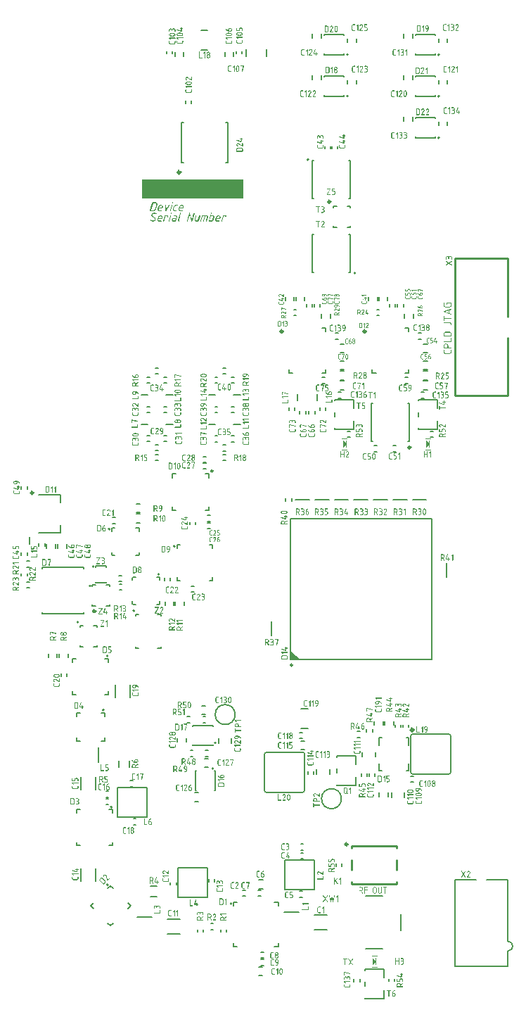
<source format=gto>
G04*
G04 #@! TF.GenerationSoftware,Altium Limited,Altium Designer,21.7.2 (23)*
G04*
G04 Layer_Color=65535*
%FSLAX43Y43*%
%MOMM*%
G71*
G04*
G04 #@! TF.SameCoordinates,9207B031-9538-4005-B85C-AF880B68FBDC*
G04*
G04*
G04 #@! TF.FilePolarity,Positive*
G04*
G01*
G75*
%ADD10C,0.250*%
%ADD11C,0.350*%
%ADD12C,0.200*%
%ADD13C,0.150*%
%ADD14C,0.178*%
%ADD15C,0.100*%
%ADD16C,0.254*%
G36*
X175163Y59338D02*
Y60088D01*
X175538Y59713D01*
X175163Y59338D01*
D02*
G37*
G36*
X165240Y97000D02*
X166240Y96000D01*
X165240D01*
Y97000D01*
D02*
G37*
G36*
X171587Y121600D02*
Y122363D01*
X171969Y121981D01*
X171587Y121600D01*
D02*
G37*
G36*
X159625Y151500D02*
X147375D01*
Y153750D01*
X159625D01*
Y151500D01*
D02*
G37*
G36*
X181587Y121600D02*
Y122363D01*
X181969Y121981D01*
X181587Y121600D01*
D02*
G37*
G36*
X151091Y151028D02*
X151101Y151024D01*
X151110Y151017D01*
X151119Y151008D01*
X151125Y150995D01*
X151127Y150978D01*
Y150976D01*
Y150972D01*
X151123Y150963D01*
X151110Y150911D01*
Y150909D01*
X151108Y150906D01*
X151099Y150893D01*
X151093Y150885D01*
X151084Y150878D01*
X151073Y150874D01*
X151060Y150872D01*
X151052D01*
X151043Y150876D01*
X151034Y150880D01*
X151025Y150885D01*
X151015Y150895D01*
X151010Y150908D01*
X151008Y150924D01*
Y150926D01*
Y150930D01*
X151010Y150939D01*
X151025Y150991D01*
Y150993D01*
X151027Y150997D01*
X151030Y151004D01*
X151034Y151011D01*
X151041Y151017D01*
X151051Y151024D01*
X151062Y151028D01*
X151075Y151030D01*
X151082D01*
X151091Y151028D01*
D02*
G37*
G36*
X150678Y150713D02*
X150688Y150708D01*
X150697Y150702D01*
X150706Y150693D01*
X150712Y150680D01*
X150714Y150661D01*
Y150660D01*
Y150652D01*
X150710Y150643D01*
X150706Y150634D01*
X150327Y150013D01*
X150325Y150011D01*
X150323Y150008D01*
X150312Y149997D01*
X150295Y149984D01*
X150286Y149980D01*
X150275Y149978D01*
X150267D01*
X150260Y149980D01*
X150251Y149984D01*
X150241Y149989D01*
X150234Y149998D01*
X150227Y150010D01*
X150225Y150026D01*
X150175Y150663D01*
Y150665D01*
Y150667D01*
X150177Y150676D01*
X150180Y150687D01*
X150190Y150698D01*
X150191Y150700D01*
X150201Y150708D01*
X150212Y150713D01*
X150227Y150715D01*
X150234D01*
X150243Y150713D01*
X150253Y150710D01*
X150262Y150702D01*
X150271Y150695D01*
X150277Y150682D01*
X150280Y150665D01*
X150317Y150195D01*
X150617Y150687D01*
Y150689D01*
X150621Y150691D01*
X150628Y150702D01*
X150643Y150711D01*
X150651Y150713D01*
X150662Y150715D01*
X150669D01*
X150678Y150713D01*
D02*
G37*
G36*
X152225D02*
X152238Y150711D01*
X152250Y150708D01*
X152280Y150698D01*
X152295Y150693D01*
X152312Y150684D01*
X152328Y150674D01*
X152343Y150661D01*
X152358Y150647D01*
X152373Y150630D01*
X152384Y150610D01*
X152395Y150587D01*
Y150585D01*
X152397Y150580D01*
X152400Y150572D01*
X152404Y150563D01*
X152406Y150550D01*
X152410Y150537D01*
X152412Y150508D01*
Y150506D01*
Y150502D01*
Y150497D01*
Y150489D01*
X152408Y150471D01*
X152404Y150450D01*
X152362Y150295D01*
X151925D01*
X151897Y150187D01*
Y150184D01*
X151895Y150174D01*
X151893Y150163D01*
Y150150D01*
Y150147D01*
X151895Y150139D01*
X151897Y150130D01*
X151904Y150117D01*
X151913Y150104D01*
X151928Y150095D01*
X151951Y150087D01*
X151963Y150084D01*
X152245D01*
X152252Y150082D01*
X152263Y150076D01*
X152273Y150071D01*
X152282Y150061D01*
X152288Y150048D01*
X152289Y150030D01*
Y150028D01*
Y150023D01*
X152288Y150013D01*
X152282Y150004D01*
X152276Y149995D01*
X152267Y149986D01*
X152254Y149980D01*
X152236Y149978D01*
X151939D01*
X151926Y149980D01*
X151910Y149984D01*
X151891Y149989D01*
X151871Y149998D01*
X151851Y150010D01*
X151832Y150026D01*
X151830Y150028D01*
X151825Y150036D01*
X151817Y150047D01*
X151808Y150060D01*
X151799Y150078D01*
X151791Y150097D01*
X151786Y150121D01*
X151784Y150145D01*
Y150147D01*
Y150148D01*
Y150158D01*
X151786Y150173D01*
X151789Y150187D01*
X151858Y150450D01*
Y150452D01*
X151860Y150456D01*
X151862Y150463D01*
X151865Y150474D01*
X151869Y150485D01*
X151875Y150498D01*
X151888Y150530D01*
X151904Y150563D01*
X151925Y150597D01*
X151949Y150628D01*
X151962Y150641D01*
X151976Y150654D01*
X151978D01*
X151980Y150656D01*
X151991Y150663D01*
X152010Y150672D01*
X152034Y150685D01*
X152067Y150697D01*
X152106Y150706D01*
X152150Y150713D01*
X152202Y150715D01*
X152215D01*
X152225Y150713D01*
D02*
G37*
G36*
X151660D02*
X151671Y150708D01*
X151680Y150702D01*
X151689Y150693D01*
X151695Y150680D01*
X151697Y150661D01*
Y150660D01*
Y150654D01*
X151695Y150645D01*
X151689Y150635D01*
X151684Y150626D01*
X151675Y150617D01*
X151662Y150611D01*
X151643Y150610D01*
X151454D01*
X151447Y150608D01*
X151428Y150604D01*
X151406Y150597D01*
X151382Y150584D01*
X151371Y150576D01*
X151360Y150565D01*
X151351Y150552D01*
X151341Y150539D01*
X151332Y150522D01*
X151327Y150504D01*
X151243Y150187D01*
Y150184D01*
X151241Y150174D01*
X151239Y150163D01*
Y150154D01*
Y150150D01*
X151241Y150143D01*
X151243Y150132D01*
X151251Y150119D01*
X151260Y150106D01*
X151275Y150095D01*
X151297Y150087D01*
X151310Y150084D01*
X151482D01*
X151491Y150082D01*
X151501Y150076D01*
X151510Y150071D01*
X151519Y150061D01*
X151525Y150048D01*
X151526Y150030D01*
Y150028D01*
Y150023D01*
X151525Y150013D01*
X151521Y150004D01*
X151514Y149995D01*
X151504Y149986D01*
X151491Y149980D01*
X151475Y149978D01*
X151286D01*
X151273Y149980D01*
X151256Y149984D01*
X151238Y149989D01*
X151217Y149998D01*
X151197Y150010D01*
X151178Y150026D01*
X151177Y150028D01*
X151171Y150036D01*
X151164Y150047D01*
X151154Y150060D01*
X151145Y150078D01*
X151138Y150097D01*
X151132Y150121D01*
X151130Y150145D01*
Y150147D01*
Y150148D01*
Y150158D01*
X151132Y150173D01*
X151136Y150187D01*
X151219Y150504D01*
Y150506D01*
X151221Y150510D01*
X151223Y150517D01*
X151227Y150528D01*
X151232Y150539D01*
X151238Y150552D01*
X151252Y150582D01*
X151271Y150615D01*
X151295Y150645D01*
X151327Y150672D01*
X151343Y150684D01*
X151362Y150693D01*
X151364Y150695D01*
X151371Y150697D01*
X151382Y150700D01*
X151399Y150704D01*
X151417Y150708D01*
X151439Y150711D01*
X151465Y150715D01*
X151652D01*
X151660Y150713D01*
D02*
G37*
G36*
X151002D02*
X151014Y150708D01*
X151025Y150698D01*
X151027Y150697D01*
X151034Y150689D01*
X151040Y150676D01*
X151041Y150661D01*
Y150660D01*
Y150656D01*
X151040Y150647D01*
X150871Y150017D01*
Y150015D01*
X150869Y150011D01*
X150865Y150004D01*
X150860Y149998D01*
X150854Y149991D01*
X150845Y149984D01*
X150834Y149980D01*
X150819Y149978D01*
X150815D01*
X150806Y149980D01*
X150795Y149984D01*
X150782Y149993D01*
X150780Y149995D01*
X150775Y150002D01*
X150769Y150013D01*
X150767Y150028D01*
Y150030D01*
Y150034D01*
X150771Y150043D01*
X150940Y150674D01*
Y150676D01*
X150941Y150680D01*
X150945Y150687D01*
X150951Y150695D01*
X150956Y150702D01*
X150965Y150710D01*
X150977Y150713D01*
X150990Y150715D01*
X150993D01*
X151002Y150713D01*
D02*
G37*
G36*
X149717D02*
X149730Y150711D01*
X149743Y150708D01*
X149773Y150698D01*
X149788Y150693D01*
X149804Y150684D01*
X149821Y150674D01*
X149836Y150661D01*
X149851Y150647D01*
X149866Y150630D01*
X149877Y150610D01*
X149888Y150587D01*
Y150585D01*
X149890Y150580D01*
X149893Y150572D01*
X149897Y150563D01*
X149899Y150550D01*
X149903Y150537D01*
X149904Y150508D01*
Y150506D01*
Y150502D01*
Y150497D01*
Y150489D01*
X149901Y150471D01*
X149897Y150450D01*
X149854Y150295D01*
X149417D01*
X149390Y150187D01*
Y150184D01*
X149388Y150174D01*
X149386Y150163D01*
Y150150D01*
Y150147D01*
X149388Y150139D01*
X149390Y150130D01*
X149397Y150117D01*
X149406Y150104D01*
X149421Y150095D01*
X149443Y150087D01*
X149456Y150084D01*
X149738D01*
X149745Y150082D01*
X149756Y150076D01*
X149766Y150071D01*
X149775Y150061D01*
X149780Y150048D01*
X149782Y150030D01*
Y150028D01*
Y150023D01*
X149780Y150013D01*
X149775Y150004D01*
X149769Y149995D01*
X149760Y149986D01*
X149747Y149980D01*
X149729Y149978D01*
X149432D01*
X149419Y149980D01*
X149403Y149984D01*
X149384Y149989D01*
X149364Y149998D01*
X149343Y150010D01*
X149325Y150026D01*
X149323Y150028D01*
X149317Y150036D01*
X149310Y150047D01*
X149301Y150060D01*
X149292Y150078D01*
X149284Y150097D01*
X149279Y150121D01*
X149277Y150145D01*
Y150147D01*
Y150148D01*
Y150158D01*
X149279Y150173D01*
X149282Y150187D01*
X149351Y150450D01*
Y150452D01*
X149353Y150456D01*
X149354Y150463D01*
X149358Y150474D01*
X149362Y150485D01*
X149367Y150498D01*
X149380Y150530D01*
X149397Y150563D01*
X149417Y150597D01*
X149442Y150628D01*
X149454Y150641D01*
X149469Y150654D01*
X149471D01*
X149473Y150656D01*
X149484Y150663D01*
X149503Y150672D01*
X149527Y150685D01*
X149560Y150697D01*
X149599Y150706D01*
X149643Y150713D01*
X149695Y150715D01*
X149708D01*
X149717Y150713D01*
D02*
G37*
G36*
X149030Y151028D02*
X149047Y151026D01*
X149066Y151021D01*
X149088Y151013D01*
X149114Y151000D01*
X149138Y150984D01*
X149162Y150959D01*
X149164Y150956D01*
X149171Y150948D01*
X149182Y150934D01*
X149193Y150915D01*
X149205Y150893D01*
X149216Y150867D01*
X149223Y150837D01*
X149225Y150808D01*
Y150804D01*
Y150795D01*
X149223Y150782D01*
X149219Y150767D01*
X149079Y150241D01*
Y150237D01*
X149075Y150230D01*
X149069Y150217D01*
X149064Y150200D01*
X149053Y150180D01*
X149042Y150158D01*
X149027Y150134D01*
X149008Y150110D01*
X148988Y150085D01*
X148962Y150061D01*
X148934Y150039D01*
X148903Y150019D01*
X148868Y150002D01*
X148827Y149989D01*
X148782Y149982D01*
X148734Y149978D01*
X148403D01*
X148393Y149980D01*
X148382Y149984D01*
X148371Y149993D01*
X148369Y149995D01*
X148368Y150004D01*
X148366Y150015D01*
X148368Y150030D01*
X148621Y150978D01*
Y150980D01*
X148625Y150985D01*
X148629Y150995D01*
X148634Y151004D01*
X148643Y151013D01*
X148656Y151022D01*
X148671Y151028D01*
X148690Y151030D01*
X149021D01*
X149030Y151028D01*
D02*
G37*
G36*
X150947Y149766D02*
X150956Y149762D01*
X150965Y149755D01*
X150975Y149746D01*
X150980Y149733D01*
X150982Y149716D01*
Y149714D01*
Y149710D01*
X150978Y149701D01*
X150965Y149649D01*
Y149647D01*
X150964Y149644D01*
X150954Y149631D01*
X150949Y149623D01*
X150940Y149616D01*
X150928Y149612D01*
X150915Y149610D01*
X150908D01*
X150899Y149614D01*
X150890Y149618D01*
X150880Y149623D01*
X150871Y149633D01*
X150865Y149646D01*
X150864Y149662D01*
Y149664D01*
Y149668D01*
X150865Y149677D01*
X150880Y149729D01*
Y149731D01*
X150882Y149734D01*
X150886Y149742D01*
X150890Y149749D01*
X150897Y149755D01*
X150906Y149762D01*
X150917Y149766D01*
X150930Y149768D01*
X150938D01*
X150947Y149766D01*
D02*
G37*
G36*
X148908D02*
X148934Y149764D01*
X148964Y149760D01*
X148997Y149757D01*
X149030Y149749D01*
X149064Y149740D01*
X149066D01*
X149071Y149738D01*
X149079Y149734D01*
X149090Y149731D01*
X149114Y149721D01*
X149140Y149708D01*
X149142D01*
X149143Y149707D01*
X149155Y149697D01*
X149164Y149683D01*
X149166Y149673D01*
X149167Y149662D01*
Y149658D01*
X149166Y149649D01*
X149162Y149638D01*
X149153Y149625D01*
X149151Y149623D01*
X149143Y149618D01*
X149130Y149612D01*
X149116Y149610D01*
X149108D01*
X149101Y149612D01*
X149092Y149616D01*
X149090D01*
X149088Y149618D01*
X149082Y149620D01*
X149073Y149623D01*
X149064Y149627D01*
X149053Y149631D01*
X149040Y149634D01*
X149023Y149640D01*
X148988Y149647D01*
X148945Y149655D01*
X148897Y149660D01*
X148843Y149662D01*
X148832D01*
X148825Y149660D01*
X148805Y149657D01*
X148779Y149649D01*
X148749Y149638D01*
X148719Y149620D01*
X148705Y149609D01*
X148690Y149594D01*
X148675Y149579D01*
X148662Y149560D01*
X148660Y149559D01*
X148656Y149553D01*
X148653Y149542D01*
X148647Y149531D01*
X148640Y149514D01*
X148636Y149496D01*
X148632Y149477D01*
X148630Y149455D01*
Y149451D01*
X148632Y149444D01*
X148634Y149433D01*
X148638Y149418D01*
X148645Y149403D01*
X148655Y149386D01*
X148669Y149371D01*
X148688Y149359D01*
X148953Y149207D01*
X148955D01*
X148956Y149205D01*
X148967Y149197D01*
X148982Y149184D01*
X149001Y149166D01*
X149019Y149142D01*
X149034Y149112D01*
X149045Y149077D01*
X149047Y149057D01*
X149049Y149036D01*
Y149034D01*
Y149033D01*
Y149027D01*
X149047Y149020D01*
X149045Y148999D01*
X149040Y148973D01*
X149030Y148944D01*
X149017Y148910D01*
X148999Y148875D01*
X148975Y148838D01*
X148973Y148836D01*
X148971Y148833D01*
X148966Y148827D01*
X148958Y148820D01*
X148949Y148810D01*
X148936Y148799D01*
X148923Y148788D01*
X148906Y148777D01*
X148888Y148766D01*
X148868Y148755D01*
X148845Y148744D01*
X148821Y148735D01*
X148793Y148727D01*
X148764Y148722D01*
X148732Y148718D01*
X148699Y148716D01*
X148679D01*
X148669Y148718D01*
X148656D01*
X148629Y148722D01*
X148595Y148727D01*
X148560Y148736D01*
X148523Y148747D01*
X148486Y148764D01*
X148484Y148766D01*
X148477Y148770D01*
X148468Y148775D01*
X148455Y148783D01*
X148440Y148792D01*
X148421Y148805D01*
X148381Y148833D01*
X148377Y148836D01*
X148371Y148844D01*
X148366Y148857D01*
X148362Y148873D01*
Y148875D01*
Y148877D01*
X148364Y148886D01*
X148368Y148897D01*
X148377Y148909D01*
X148379Y148910D01*
X148388Y148918D01*
X148399Y148923D01*
X148414Y148925D01*
X148418D01*
X148425Y148923D01*
X148434Y148922D01*
X148445Y148916D01*
X148447Y148914D01*
X148451Y148912D01*
X148458Y148907D01*
X148469Y148901D01*
X148481Y148894D01*
X148495Y148886D01*
X148512Y148877D01*
X148531Y148870D01*
X148573Y148851D01*
X148621Y148836D01*
X148673Y148825D01*
X148699Y148823D01*
X148727Y148822D01*
X148738D01*
X148745Y148823D01*
X148766Y148827D01*
X148790Y148835D01*
X148818Y148846D01*
X148847Y148862D01*
X148862Y148873D01*
X148877Y148886D01*
X148892Y148901D01*
X148905Y148918D01*
X148906Y148920D01*
X148910Y148927D01*
X148916Y148936D01*
X148923Y148951D01*
X148930Y148968D01*
X148936Y148988D01*
X148940Y149010D01*
X148942Y149034D01*
Y149036D01*
Y149044D01*
X148938Y149055D01*
X148934Y149070D01*
X148927Y149084D01*
X148916Y149099D01*
X148901Y149116D01*
X148880Y149129D01*
X148616Y149281D01*
X148614Y149283D01*
X148608Y149284D01*
X148601Y149292D01*
X148592Y149299D01*
X148581Y149310D01*
X148569Y149322D01*
X148558Y149338D01*
X148547Y149355D01*
X148545Y149357D01*
X148543Y149364D01*
X148540Y149373D01*
X148536Y149386D01*
X148531Y149401D01*
X148527Y149418D01*
X148525Y149436D01*
X148523Y149455D01*
Y149457D01*
Y149460D01*
Y149466D01*
X148525Y149473D01*
X148527Y149494D01*
X148534Y149521D01*
X148543Y149553D01*
X148558Y149588D01*
X148581Y149623D01*
X148593Y149642D01*
X148608Y149660D01*
X148610Y149662D01*
X148612Y149666D01*
X148619Y149670D01*
X148627Y149677D01*
X148636Y149684D01*
X148647Y149694D01*
X148662Y149705D01*
X148679Y149714D01*
X148695Y149723D01*
X148716Y149734D01*
X148760Y149751D01*
X148786Y149758D01*
X148812Y149764D01*
X148842Y149766D01*
X148871Y149768D01*
X148890D01*
X148908Y149766D01*
D02*
G37*
G36*
X157511Y149451D02*
X157520Y149446D01*
X157530Y149440D01*
X157539Y149431D01*
X157544Y149418D01*
X157546Y149399D01*
Y149397D01*
Y149396D01*
X157544Y149386D01*
X157517Y149281D01*
Y149279D01*
X157515Y149275D01*
X157507Y149262D01*
X157500Y149255D01*
X157493Y149247D01*
X157481Y149244D01*
X157468Y149242D01*
X157465D01*
X157456Y149244D01*
X157444Y149247D01*
X157430Y149257D01*
X157428Y149259D01*
X157422Y149266D01*
X157415Y149277D01*
X157413Y149292D01*
Y149294D01*
Y149297D01*
X157417Y149309D01*
X157428Y149347D01*
X157207D01*
X157048Y148755D01*
Y148753D01*
X157046Y148749D01*
X157037Y148736D01*
X157031Y148729D01*
X157022Y148722D01*
X157011Y148718D01*
X156998Y148716D01*
X156994D01*
X156985Y148718D01*
X156974Y148722D01*
X156961Y148731D01*
X156959Y148733D01*
X156954Y148740D01*
X156948Y148751D01*
X156946Y148766D01*
Y148768D01*
Y148772D01*
X156948Y148783D01*
X157117Y149412D01*
Y149414D01*
X157118Y149418D01*
X157122Y149425D01*
X157128Y149433D01*
X157135Y149440D01*
X157143Y149447D01*
X157156Y149451D01*
X157169Y149453D01*
X157502D01*
X157511Y149451D01*
D02*
G37*
G36*
X150534Y149451D02*
X150543Y149446D01*
X150553Y149440D01*
X150562Y149431D01*
X150567Y149418D01*
X150569Y149399D01*
Y149397D01*
Y149396D01*
X150567Y149386D01*
X150540Y149281D01*
Y149279D01*
X150538Y149275D01*
X150530Y149262D01*
X150523Y149255D01*
X150515Y149247D01*
X150504Y149244D01*
X150491Y149242D01*
X150488D01*
X150478Y149244D01*
X150467Y149247D01*
X150453Y149257D01*
X150451Y149259D01*
X150445Y149266D01*
X150438Y149277D01*
X150436Y149292D01*
Y149294D01*
Y149297D01*
X150440Y149309D01*
X150451Y149347D01*
X150230D01*
X150071Y148755D01*
Y148753D01*
X150069Y148749D01*
X150060Y148736D01*
X150054Y148729D01*
X150045Y148722D01*
X150034Y148718D01*
X150021Y148716D01*
X150017D01*
X150008Y148718D01*
X149997Y148722D01*
X149984Y148731D01*
X149982Y148733D01*
X149977Y148740D01*
X149971Y148751D01*
X149969Y148766D01*
Y148768D01*
Y148772D01*
X149971Y148783D01*
X150140Y149412D01*
Y149414D01*
X150141Y149418D01*
X150145Y149425D01*
X150151Y149433D01*
X150158Y149440D01*
X150166Y149447D01*
X150178Y149451D01*
X150191Y149453D01*
X150525D01*
X150534Y149451D01*
D02*
G37*
G36*
X153673Y149766D02*
X153682Y149762D01*
X153691Y149755D01*
X153700Y149746D01*
X153706Y149733D01*
X153708Y149716D01*
Y149714D01*
Y149710D01*
X153706Y149701D01*
X153452Y148755D01*
Y148753D01*
X153450Y148749D01*
X153441Y148736D01*
X153436Y148729D01*
X153426Y148722D01*
X153415Y148718D01*
X153402Y148716D01*
X153397D01*
X153389Y148718D01*
X153382Y148722D01*
X153373Y148725D01*
X153365Y148731D01*
X153358Y148740D01*
X153352Y148753D01*
X153113Y149529D01*
X152906Y148755D01*
Y148753D01*
X152904Y148749D01*
X152895Y148736D01*
X152889Y148729D01*
X152880Y148722D01*
X152869Y148718D01*
X152856Y148716D01*
X152852D01*
X152843Y148718D01*
X152832Y148722D01*
X152819Y148731D01*
X152817Y148733D01*
X152812Y148740D01*
X152806Y148751D01*
X152804Y148766D01*
Y148768D01*
Y148772D01*
X152806Y148783D01*
X153060Y149729D01*
Y149731D01*
X153062Y149734D01*
X153071Y149749D01*
X153076Y149755D01*
X153086Y149762D01*
X153097Y149766D01*
X153110Y149768D01*
X153115D01*
X153123Y149766D01*
X153130Y149764D01*
X153139Y149758D01*
X153147Y149753D01*
X153154Y149744D01*
X153160Y149731D01*
X153399Y148955D01*
X153606Y149729D01*
Y149731D01*
X153608Y149734D01*
X153617Y149749D01*
X153623Y149755D01*
X153632Y149762D01*
X153643Y149766D01*
X153656Y149768D01*
X153663D01*
X153673Y149766D01*
D02*
G37*
G36*
X154350Y149451D02*
X154360Y149447D01*
X154369Y149440D01*
X154378Y149431D01*
X154384Y149418D01*
X154385Y149401D01*
Y149399D01*
Y149396D01*
Y149390D01*
X154384Y149384D01*
X154217Y148768D01*
Y148766D01*
X154213Y148760D01*
X154210Y148751D01*
X154204Y148742D01*
X154195Y148733D01*
X154182Y148723D01*
X154167Y148718D01*
X154148Y148716D01*
X153867D01*
X153854Y148718D01*
X153837Y148722D01*
X153819Y148727D01*
X153798Y148736D01*
X153778Y148747D01*
X153760Y148764D01*
X153758Y148766D01*
X153752Y148773D01*
X153745Y148785D01*
X153736Y148797D01*
X153726Y148816D01*
X153719Y148835D01*
X153713Y148859D01*
X153711Y148883D01*
Y148885D01*
Y148886D01*
Y148896D01*
X153713Y148910D01*
X153717Y148925D01*
X153847Y149412D01*
Y149414D01*
X153848Y149418D01*
X153852Y149425D01*
X153856Y149433D01*
X153863Y149440D01*
X153873Y149447D01*
X153884Y149451D01*
X153897Y149453D01*
X153906D01*
X153913Y149451D01*
X153924Y149447D01*
X153934Y149440D01*
X153943Y149431D01*
X153948Y149418D01*
X153950Y149401D01*
Y149399D01*
Y149396D01*
X153947Y149386D01*
X153824Y148925D01*
Y148922D01*
X153823Y148912D01*
X153821Y148901D01*
Y148888D01*
Y148885D01*
X153823Y148877D01*
X153824Y148868D01*
X153832Y148855D01*
X153841Y148842D01*
X153856Y148833D01*
X153878Y148825D01*
X153891Y148822D01*
X154124D01*
X154284Y149412D01*
Y149414D01*
X154285Y149418D01*
X154289Y149425D01*
X154295Y149433D01*
X154300Y149440D01*
X154310Y149447D01*
X154321Y149451D01*
X154334Y149453D01*
X154341D01*
X154350Y149451D01*
D02*
G37*
G36*
X156659Y149451D02*
X156672Y149449D01*
X156685Y149446D01*
X156715Y149436D01*
X156730Y149431D01*
X156746Y149421D01*
X156763Y149412D01*
X156778Y149399D01*
X156793Y149384D01*
X156807Y149368D01*
X156819Y149347D01*
X156830Y149325D01*
Y149323D01*
X156831Y149318D01*
X156835Y149310D01*
X156839Y149301D01*
X156841Y149288D01*
X156844Y149275D01*
X156846Y149246D01*
Y149244D01*
Y149240D01*
Y149234D01*
Y149227D01*
X156843Y149209D01*
X156839Y149188D01*
X156796Y149033D01*
X156359D01*
X156332Y148925D01*
Y148922D01*
X156330Y148912D01*
X156328Y148901D01*
Y148888D01*
Y148885D01*
X156330Y148877D01*
X156332Y148868D01*
X156339Y148855D01*
X156348Y148842D01*
X156363Y148833D01*
X156385Y148825D01*
X156398Y148822D01*
X156680D01*
X156687Y148820D01*
X156698Y148814D01*
X156707Y148809D01*
X156717Y148799D01*
X156722Y148786D01*
X156724Y148768D01*
Y148766D01*
Y148760D01*
X156722Y148751D01*
X156717Y148742D01*
X156711Y148733D01*
X156702Y148723D01*
X156689Y148718D01*
X156670Y148716D01*
X156374D01*
X156361Y148718D01*
X156345Y148722D01*
X156326Y148727D01*
X156306Y148736D01*
X156285Y148747D01*
X156267Y148764D01*
X156265Y148766D01*
X156259Y148773D01*
X156252Y148785D01*
X156243Y148797D01*
X156233Y148816D01*
X156226Y148835D01*
X156220Y148859D01*
X156219Y148883D01*
Y148885D01*
Y148886D01*
Y148896D01*
X156220Y148910D01*
X156224Y148925D01*
X156293Y149188D01*
Y149190D01*
X156295Y149194D01*
X156296Y149201D01*
X156300Y149212D01*
X156304Y149223D01*
X156309Y149236D01*
X156322Y149268D01*
X156339Y149301D01*
X156359Y149334D01*
X156383Y149366D01*
X156396Y149379D01*
X156411Y149392D01*
X156413D01*
X156415Y149394D01*
X156426Y149401D01*
X156445Y149410D01*
X156469Y149423D01*
X156502Y149434D01*
X156541Y149444D01*
X156585Y149451D01*
X156637Y149453D01*
X156650D01*
X156659Y149451D01*
D02*
G37*
G36*
X155743Y149766D02*
X155752Y149762D01*
X155761Y149755D01*
X155770Y149746D01*
X155776Y149733D01*
X155778Y149716D01*
Y149714D01*
Y149710D01*
X155776Y149701D01*
X155709Y149453D01*
X155939D01*
X155952Y149451D01*
X155969Y149447D01*
X155987Y149440D01*
X156008Y149433D01*
X156028Y149420D01*
X156046Y149403D01*
X156048Y149401D01*
X156054Y149394D01*
X156063Y149384D01*
X156072Y149370D01*
X156080Y149353D01*
X156089Y149333D01*
X156095Y149310D01*
X156096Y149284D01*
Y149283D01*
Y149281D01*
Y149271D01*
X156093Y149257D01*
X156089Y149242D01*
X156004Y148925D01*
Y148923D01*
X156002Y148920D01*
X156000Y148914D01*
X155998Y148907D01*
X155991Y148886D01*
X155980Y148862D01*
X155967Y148835D01*
X155950Y148809D01*
X155932Y148783D01*
X155909Y148762D01*
X155906Y148760D01*
X155898Y148755D01*
X155883Y148747D01*
X155863Y148740D01*
X155837Y148731D01*
X155808Y148723D01*
X155770Y148718D01*
X155730Y148716D01*
X155469Y148716D01*
X155459Y148718D01*
X155448Y148722D01*
X155435Y148731D01*
X155433Y148735D01*
X155428Y148742D01*
X155422Y148753D01*
X155421Y148768D01*
Y148770D01*
Y148772D01*
Y148781D01*
X155676Y149729D01*
Y149731D01*
X155678Y149734D01*
X155682Y149742D01*
X155685Y149749D01*
X155693Y149755D01*
X155702Y149762D01*
X155713Y149766D01*
X155726Y149768D01*
X155733D01*
X155743Y149766D01*
D02*
G37*
G36*
X155191Y149451D02*
X155208Y149447D01*
X155226Y149440D01*
X155246Y149433D01*
X155267Y149420D01*
X155285Y149403D01*
X155287Y149401D01*
X155293Y149394D01*
X155300Y149384D01*
X155309Y149370D01*
X155319Y149353D01*
X155326Y149333D01*
X155332Y149310D01*
X155333Y149284D01*
Y149283D01*
Y149281D01*
Y149271D01*
X155330Y149257D01*
X155326Y149242D01*
X155196Y148755D01*
Y148753D01*
X155195Y148749D01*
X155185Y148736D01*
X155180Y148729D01*
X155171Y148722D01*
X155159Y148718D01*
X155146Y148716D01*
X155143D01*
X155134Y148718D01*
X155121Y148722D01*
X155108Y148731D01*
X155106Y148733D01*
X155100Y148740D01*
X155095Y148751D01*
X155093Y148766D01*
Y148768D01*
Y148772D01*
X155096Y148781D01*
X155219Y149240D01*
Y149242D01*
X155221Y149244D01*
X155222Y149253D01*
X155224Y149266D01*
Y149281D01*
Y149284D01*
X155222Y149292D01*
X155221Y149301D01*
X155213Y149314D01*
X155204Y149327D01*
X155187Y149336D01*
X155167Y149344D01*
X155152Y149347D01*
X155028D01*
X154869Y148755D01*
Y148753D01*
X154867Y148749D01*
X154858Y148736D01*
X154852Y148729D01*
X154843Y148722D01*
X154832Y148718D01*
X154819Y148716D01*
X154815D01*
X154806Y148718D01*
X154795Y148722D01*
X154782Y148731D01*
X154780Y148733D01*
X154774Y148740D01*
X154767Y148751D01*
X154765Y148766D01*
Y148768D01*
Y148772D01*
X154769Y148781D01*
X154921Y149347D01*
X154700D01*
X154541Y148755D01*
Y148753D01*
X154539Y148749D01*
X154530Y148736D01*
X154524Y148729D01*
X154515Y148722D01*
X154504Y148718D01*
X154491Y148716D01*
X154487D01*
X154478Y148718D01*
X154467Y148722D01*
X154454Y148731D01*
X154452Y148733D01*
X154447Y148740D01*
X154441Y148751D01*
X154439Y148766D01*
Y148768D01*
Y148772D01*
X154441Y148783D01*
X154609Y149412D01*
Y149414D01*
X154611Y149418D01*
X154615Y149425D01*
X154621Y149433D01*
X154628Y149440D01*
X154635Y149447D01*
X154648Y149451D01*
X154661Y149453D01*
X155178D01*
X155191Y149451D01*
D02*
G37*
G36*
X152038Y149766D02*
X152047Y149762D01*
X152056Y149755D01*
X152065Y149746D01*
X152071Y149733D01*
X152073Y149716D01*
Y149714D01*
Y149710D01*
X152069Y149701D01*
X151847Y148873D01*
Y148872D01*
Y148866D01*
X151845Y148859D01*
Y148849D01*
Y148847D01*
Y148846D01*
X151849Y148836D01*
X151852Y148831D01*
X151858Y148825D01*
X151865Y148823D01*
X151875Y148822D01*
X151884D01*
X151891Y148820D01*
X151902Y148814D01*
X151912Y148809D01*
X151921Y148799D01*
X151926Y148786D01*
X151928Y148768D01*
Y148766D01*
Y148760D01*
X151926Y148751D01*
X151921Y148742D01*
X151915Y148733D01*
X151906Y148723D01*
X151893Y148718D01*
X151875Y148716D01*
X151865D01*
X151854Y148718D01*
X151841Y148720D01*
X151826Y148725D01*
X151810Y148731D01*
X151793Y148740D01*
X151776Y148751D01*
X151775Y148753D01*
X151771Y148759D01*
X151764Y148766D01*
X151756Y148777D01*
X151749Y148790D01*
X151741Y148805D01*
X151738Y148823D01*
X151736Y148842D01*
Y148844D01*
Y148851D01*
X151738Y148862D01*
X151739Y148873D01*
X151969Y149729D01*
Y149731D01*
X151971Y149734D01*
X151975Y149742D01*
X151980Y149749D01*
X151988Y149755D01*
X151995Y149762D01*
X152008Y149766D01*
X152021Y149768D01*
X152028D01*
X152038Y149766D01*
D02*
G37*
G36*
X151484Y149451D02*
X151501Y149447D01*
X151519Y149440D01*
X151539Y149433D01*
X151560Y149420D01*
X151578Y149403D01*
X151580Y149401D01*
X151586Y149394D01*
X151593Y149384D01*
X151602Y149370D01*
X151612Y149353D01*
X151619Y149333D01*
X151625Y149310D01*
X151626Y149284D01*
Y149283D01*
Y149281D01*
Y149271D01*
X151625Y149257D01*
X151621Y149242D01*
X151489Y148755D01*
Y148753D01*
X151488Y148749D01*
X151478Y148736D01*
X151473Y148729D01*
X151464Y148722D01*
X151452Y148718D01*
X151439Y148716D01*
X151141D01*
X151128Y148718D01*
X151112Y148722D01*
X151093Y148727D01*
X151075Y148736D01*
X151054Y148747D01*
X151036Y148764D01*
X151034Y148766D01*
X151028Y148773D01*
X151021Y148785D01*
X151012Y148797D01*
X151002Y148816D01*
X150995Y148835D01*
X150990Y148859D01*
X150988Y148883D01*
Y148885D01*
Y148888D01*
Y148894D01*
X150990Y148903D01*
X150991Y148925D01*
X150997Y148953D01*
X151008Y148983D01*
X151021Y149014D01*
X151041Y149046D01*
X151052Y149060D01*
X151067Y149073D01*
X151071Y149077D01*
X151080Y149084D01*
X151097Y149094D01*
X151121Y149107D01*
X151149Y149118D01*
X151182Y149129D01*
X151223Y149136D01*
X151267Y149138D01*
X151486D01*
X151514Y149242D01*
Y149244D01*
Y149246D01*
X151515Y149255D01*
X151517Y149266D01*
Y149279D01*
Y149283D01*
X151515Y149290D01*
X151514Y149301D01*
X151506Y149314D01*
X151497Y149325D01*
X151480Y149336D01*
X151460Y149344D01*
X151445Y149347D01*
X151219D01*
X151210Y149351D01*
X151201Y149355D01*
X151191Y149360D01*
X151182Y149370D01*
X151177Y149383D01*
X151175Y149399D01*
Y149401D01*
Y149409D01*
X151178Y149416D01*
X151182Y149427D01*
X151188Y149436D01*
X151197Y149446D01*
X151210Y149451D01*
X151227Y149453D01*
X151471D01*
X151484Y149451D01*
D02*
G37*
G36*
X150858D02*
X150869Y149446D01*
X150880Y149436D01*
X150882Y149434D01*
X150890Y149427D01*
X150895Y149414D01*
X150897Y149399D01*
Y149397D01*
Y149394D01*
X150895Y149384D01*
X150727Y148755D01*
Y148753D01*
X150725Y148749D01*
X150721Y148742D01*
X150715Y148736D01*
X150710Y148729D01*
X150701Y148722D01*
X150690Y148718D01*
X150675Y148716D01*
X150671D01*
X150662Y148718D01*
X150651Y148722D01*
X150638Y148731D01*
X150636Y148733D01*
X150630Y148740D01*
X150625Y148751D01*
X150623Y148766D01*
Y148768D01*
Y148772D01*
X150627Y148781D01*
X150795Y149412D01*
Y149414D01*
X150797Y149418D01*
X150801Y149425D01*
X150806Y149433D01*
X150812Y149440D01*
X150821Y149447D01*
X150832Y149451D01*
X150845Y149453D01*
X150849D01*
X150858Y149451D01*
D02*
G37*
G36*
X149682D02*
X149695Y149449D01*
X149708Y149446D01*
X149738Y149436D01*
X149753Y149431D01*
X149769Y149421D01*
X149786Y149412D01*
X149801Y149399D01*
X149816Y149384D01*
X149830Y149368D01*
X149841Y149347D01*
X149853Y149325D01*
Y149323D01*
X149854Y149318D01*
X149858Y149310D01*
X149862Y149301D01*
X149864Y149288D01*
X149867Y149275D01*
X149869Y149246D01*
Y149244D01*
Y149240D01*
Y149234D01*
Y149227D01*
X149866Y149209D01*
X149862Y149188D01*
X149819Y149033D01*
X149382D01*
X149354Y148925D01*
Y148922D01*
X149353Y148912D01*
X149351Y148901D01*
Y148888D01*
Y148885D01*
X149353Y148877D01*
X149354Y148868D01*
X149362Y148855D01*
X149371Y148842D01*
X149386Y148833D01*
X149408Y148825D01*
X149421Y148822D01*
X149703D01*
X149710Y148820D01*
X149721Y148814D01*
X149730Y148809D01*
X149740Y148799D01*
X149745Y148786D01*
X149747Y148768D01*
Y148766D01*
Y148760D01*
X149745Y148751D01*
X149740Y148742D01*
X149734Y148733D01*
X149725Y148723D01*
X149712Y148718D01*
X149693Y148716D01*
X149397D01*
X149384Y148718D01*
X149367Y148722D01*
X149349Y148727D01*
X149329Y148736D01*
X149308Y148747D01*
X149290Y148764D01*
X149288Y148766D01*
X149282Y148773D01*
X149275Y148785D01*
X149266Y148797D01*
X149256Y148816D01*
X149249Y148835D01*
X149243Y148859D01*
X149242Y148883D01*
Y148885D01*
Y148886D01*
Y148896D01*
X149243Y148910D01*
X149247Y148925D01*
X149316Y149188D01*
Y149190D01*
X149317Y149194D01*
X149319Y149201D01*
X149323Y149212D01*
X149327Y149223D01*
X149332Y149236D01*
X149345Y149268D01*
X149362Y149301D01*
X149382Y149334D01*
X149406Y149366D01*
X149419Y149379D01*
X149434Y149392D01*
X149436D01*
X149438Y149394D01*
X149449Y149401D01*
X149467Y149410D01*
X149492Y149423D01*
X149525Y149434D01*
X149564Y149444D01*
X149608Y149451D01*
X149660Y149453D01*
X149673D01*
X149682Y149451D01*
D02*
G37*
G36*
X152700Y113246D02*
X152709Y113245D01*
X152717Y113241D01*
X152727Y113235D01*
X152735Y113225D01*
X152741Y113213D01*
X152743Y113196D01*
Y113132D01*
X152847D01*
X152850D01*
X152856Y113131D01*
X152864Y113130D01*
X152872Y113125D01*
X152882Y113120D01*
X152890Y113110D01*
X152896Y113098D01*
X152899Y113081D01*
Y113078D01*
X152897Y113073D01*
X152896Y113064D01*
X152892Y113056D01*
X152886Y113046D01*
X152877Y113038D01*
X152864Y113032D01*
X152847Y113030D01*
X152743D01*
Y112806D01*
X152742Y112801D01*
X152741Y112794D01*
X152736Y112784D01*
X152731Y112775D01*
X152723Y112768D01*
X152710Y112762D01*
X152693Y112759D01*
X152692D01*
X152688D01*
X152680Y112761D01*
X152139Y112915D01*
X152137D01*
X152133Y112917D01*
X152126Y112920D01*
X152119Y112926D01*
X152114Y112931D01*
X152107Y112941D01*
X152103Y112951D01*
X152101Y112965D01*
Y112967D01*
X152103Y112973D01*
X152104Y112981D01*
X152108Y112991D01*
X152114Y112999D01*
X152123Y113008D01*
X152136Y113013D01*
X152153Y113016D01*
X152154D01*
X152157D01*
X152162Y113014D01*
X152171Y113012D01*
X152642Y112874D01*
Y113030D01*
X152537D01*
X152534D01*
X152528Y113031D01*
X152521Y113032D01*
X152512Y113037D01*
X152502Y113042D01*
X152495Y113052D01*
X152490Y113064D01*
X152487Y113081D01*
Y113084D01*
X152488Y113089D01*
X152490Y113098D01*
X152492Y113107D01*
X152499Y113116D01*
X152508Y113124D01*
X152520Y113130D01*
X152537Y113132D01*
X152642D01*
Y113199D01*
X152644Y113204D01*
X152645Y113213D01*
X152648Y113222D01*
X152655Y113231D01*
X152663Y113239D01*
X152675Y113245D01*
X152692Y113247D01*
X152695D01*
X152700Y113246D01*
D02*
G37*
G36*
X152856Y112616D02*
X152864Y112615D01*
X152872Y112611D01*
X152882Y112605D01*
X152890Y112596D01*
X152896Y112583D01*
X152899Y112566D01*
Y112253D01*
X152897Y112248D01*
X152896Y112241D01*
X152892Y112231D01*
X152886Y112221D01*
X152877Y112214D01*
X152864Y112209D01*
X152847Y112206D01*
X152845D01*
X152839Y112207D01*
X152829Y112209D01*
X152820Y112213D01*
X152365Y112497D01*
X152363Y112499D01*
X152359Y112500D01*
X152354Y112503D01*
X152347Y112507D01*
X152338Y112510D01*
X152329Y112512D01*
X152318Y112514D01*
X152307Y112515D01*
X152305D01*
X152300D01*
X152291Y112514D01*
X152282Y112511D01*
X152269Y112508D01*
X152258Y112503D01*
X152246Y112494D01*
X152233Y112485D01*
X152232Y112483D01*
X152229Y112479D01*
X152223Y112472D01*
X152218Y112464D01*
X152212Y112453D01*
X152207Y112440D01*
X152204Y112426D01*
X152203Y112411D01*
Y112408D01*
X152204Y112401D01*
X152207Y112390D01*
X152214Y112375D01*
X152225Y112358D01*
X152232Y112349D01*
X152241Y112340D01*
X152251Y112331D01*
X152264Y112320D01*
X152277Y112310D01*
X152294Y112300D01*
X152295D01*
X152298Y112297D01*
X152302Y112295D01*
X152307Y112289D01*
X152311Y112284D01*
X152315Y112275D01*
X152318Y112267D01*
X152319Y112256D01*
Y112253D01*
X152318Y112248D01*
X152316Y112241D01*
X152312Y112231D01*
X152307Y112221D01*
X152297Y112214D01*
X152284Y112209D01*
X152268Y112206D01*
X152266D01*
X152262D01*
X152257Y112207D01*
X152252Y112209D01*
X152251Y112210D01*
X152246Y112213D01*
X152239Y112217D01*
X152229Y112223D01*
X152218Y112231D01*
X152204Y112239D01*
X152191Y112250D01*
X152176Y112263D01*
X152162Y112277D01*
X152148Y112292D01*
X152136Y112309D01*
X152125Y112327D01*
X152115Y112346D01*
X152108Y112367D01*
X152103Y112388D01*
X152101Y112411D01*
Y112419D01*
X152103Y112425D01*
X152104Y112442D01*
X152108Y112461D01*
X152117Y112485D01*
X152128Y112508D01*
X152141Y112533D01*
X152151Y112546D01*
X152162Y112557D01*
Y112558D01*
X152165Y112560D01*
X152173Y112566D01*
X152186Y112576D01*
X152203Y112587D01*
X152223Y112598D01*
X152248Y112608D01*
X152276Y112615D01*
X152291Y112618D01*
X152307D01*
X152309D01*
X152316Y112616D01*
X152329Y112615D01*
X152344Y112612D01*
X152362Y112605D01*
X152383Y112597D01*
X152406Y112586D01*
X152430Y112569D01*
X152797Y112338D01*
Y112569D01*
X152799Y112575D01*
X152800Y112583D01*
X152803Y112593D01*
X152810Y112601D01*
X152818Y112609D01*
X152831Y112615D01*
X152847Y112618D01*
X152850D01*
X152856Y112616D01*
D02*
G37*
G36*
Y112062D02*
X152864Y112060D01*
X152872Y112056D01*
X152882Y112051D01*
X152890Y112041D01*
X152896Y112028D01*
X152899Y112012D01*
Y111850D01*
X152897Y111844D01*
X152896Y111827D01*
X152892Y111808D01*
X152883Y111784D01*
X152874Y111761D01*
X152859Y111736D01*
X152850Y111723D01*
X152839Y111712D01*
X152838D01*
X152836Y111709D01*
X152828Y111702D01*
X152816Y111693D01*
X152799Y111683D01*
X152777Y111672D01*
X152753Y111662D01*
X152724Y111655D01*
X152709Y111654D01*
X152693Y111653D01*
X152307D01*
X152305D01*
X152302D01*
X152298D01*
X152293Y111654D01*
X152276Y111655D01*
X152257Y111660D01*
X152234Y111668D01*
X152209Y111678D01*
X152186Y111693D01*
X152173Y111701D01*
X152162Y111712D01*
X152161Y111714D01*
X152160Y111715D01*
X152153Y111723D01*
X152143Y111736D01*
X152132Y111752D01*
X152121Y111775D01*
X152111Y111798D01*
X152104Y111827D01*
X152101Y111843D01*
Y112015D01*
X152103Y112020D01*
X152104Y112028D01*
X152107Y112038D01*
X152114Y112046D01*
X152122Y112055D01*
X152135Y112060D01*
X152151Y112063D01*
X152154D01*
X152160Y112062D01*
X152168Y112060D01*
X152176Y112056D01*
X152186Y112051D01*
X152194Y112041D01*
X152200Y112028D01*
X152203Y112012D01*
Y111851D01*
X152204Y111843D01*
X152207Y111833D01*
X152209Y111820D01*
X152215Y111809D01*
X152223Y111797D01*
X152233Y111784D01*
X152234Y111783D01*
X152239Y111780D01*
X152246Y111775D01*
X152254Y111770D01*
X152265Y111765D01*
X152277Y111759D01*
X152291Y111757D01*
X152307Y111755D01*
X152693D01*
X152695D01*
X152700D01*
X152709Y111757D01*
X152720Y111759D01*
X152731Y111762D01*
X152743Y111768D01*
X152756Y111775D01*
X152768Y111784D01*
X152770Y111786D01*
X152773Y111790D01*
X152778Y111797D01*
X152782Y111805D01*
X152788Y111816D01*
X152793Y111829D01*
X152796Y111843D01*
X152797Y111858D01*
Y112015D01*
X152799Y112020D01*
X152800Y112028D01*
X152803Y112038D01*
X152810Y112046D01*
X152818Y112055D01*
X152831Y112060D01*
X152847Y112063D01*
X152850D01*
X152856Y112062D01*
D02*
G37*
G36*
X153716Y119796D02*
X153723Y119795D01*
X153732Y119792D01*
X153742Y119785D01*
X153750Y119777D01*
X153756Y119765D01*
X153759Y119749D01*
Y119747D01*
Y119746D01*
Y119742D01*
X153757Y119735D01*
X153602Y119040D01*
Y119039D01*
X153600Y119035D01*
X153598Y119028D01*
X153592Y119021D01*
X153587Y119014D01*
X153578Y119007D01*
X153567Y119003D01*
X153553Y119001D01*
X153551D01*
X153545Y119003D01*
X153537Y119004D01*
X153528Y119008D01*
X153519Y119014D01*
X153510Y119022D01*
X153505Y119035D01*
X153502Y119051D01*
Y119053D01*
Y119055D01*
X153503Y119065D01*
X153646Y119696D01*
X153395D01*
X153390Y119697D01*
X153381Y119699D01*
X153373Y119703D01*
X153363Y119709D01*
X153355Y119718D01*
X153349Y119731D01*
X153347Y119747D01*
Y119750D01*
X153348Y119756D01*
X153349Y119763D01*
X153354Y119772D01*
X153359Y119782D01*
X153369Y119789D01*
X153381Y119795D01*
X153398Y119797D01*
X153710D01*
X153716Y119796D01*
D02*
G37*
G36*
X153014Y119797D02*
X153031Y119796D01*
X153050Y119792D01*
X153074Y119783D01*
X153097Y119772D01*
X153122Y119758D01*
X153135Y119749D01*
X153146Y119738D01*
X153147D01*
X153148Y119735D01*
X153155Y119727D01*
X153165Y119714D01*
X153176Y119697D01*
X153187Y119677D01*
X153197Y119652D01*
X153204Y119624D01*
X153207Y119609D01*
Y119593D01*
Y119591D01*
X153205Y119584D01*
X153204Y119571D01*
X153201Y119556D01*
X153194Y119538D01*
X153186Y119517D01*
X153175Y119494D01*
X153158Y119470D01*
X152926Y119103D01*
X153158D01*
X153164Y119101D01*
X153172Y119100D01*
X153182Y119097D01*
X153190Y119090D01*
X153198Y119082D01*
X153204Y119069D01*
X153207Y119053D01*
Y119050D01*
X153205Y119044D01*
X153204Y119036D01*
X153200Y119028D01*
X153194Y119018D01*
X153184Y119010D01*
X153172Y119004D01*
X153155Y119001D01*
X152842D01*
X152836Y119003D01*
X152829Y119004D01*
X152820Y119008D01*
X152810Y119014D01*
X152803Y119023D01*
X152798Y119036D01*
X152795Y119053D01*
Y119055D01*
X152796Y119061D01*
X152798Y119071D01*
X152802Y119080D01*
X153086Y119535D01*
X153087Y119537D01*
X153089Y119541D01*
X153092Y119546D01*
X153096Y119553D01*
X153098Y119562D01*
X153101Y119571D01*
X153103Y119582D01*
X153104Y119593D01*
Y119595D01*
Y119600D01*
X153103Y119609D01*
X153100Y119618D01*
X153097Y119631D01*
X153092Y119642D01*
X153083Y119654D01*
X153074Y119667D01*
X153072Y119668D01*
X153068Y119671D01*
X153061Y119677D01*
X153053Y119682D01*
X153042Y119688D01*
X153029Y119693D01*
X153015Y119696D01*
X153000Y119697D01*
X152997D01*
X152990Y119696D01*
X152979Y119693D01*
X152964Y119686D01*
X152947Y119675D01*
X152938Y119668D01*
X152929Y119659D01*
X152920Y119649D01*
X152908Y119636D01*
X152899Y119623D01*
X152889Y119606D01*
Y119605D01*
X152886Y119602D01*
X152883Y119598D01*
X152878Y119593D01*
X152872Y119589D01*
X152864Y119585D01*
X152856Y119582D01*
X152845Y119581D01*
X152842D01*
X152836Y119582D01*
X152829Y119584D01*
X152820Y119588D01*
X152810Y119593D01*
X152803Y119603D01*
X152798Y119616D01*
X152795Y119632D01*
Y119634D01*
Y119638D01*
X152796Y119643D01*
X152798Y119648D01*
X152799Y119649D01*
X152802Y119654D01*
X152806Y119661D01*
X152811Y119671D01*
X152820Y119682D01*
X152828Y119696D01*
X152839Y119709D01*
X152852Y119724D01*
X152865Y119738D01*
X152881Y119752D01*
X152897Y119764D01*
X152915Y119775D01*
X152935Y119785D01*
X152956Y119792D01*
X152976Y119797D01*
X153000Y119799D01*
X153008D01*
X153014Y119797D01*
D02*
G37*
G36*
X152609D02*
X152617Y119796D01*
X152627Y119793D01*
X152635Y119786D01*
X152644Y119778D01*
X152649Y119765D01*
X152652Y119749D01*
Y119746D01*
X152651Y119740D01*
X152649Y119732D01*
X152645Y119724D01*
X152639Y119714D01*
X152630Y119706D01*
X152617Y119700D01*
X152601Y119697D01*
X152440D01*
X152431Y119696D01*
X152422Y119693D01*
X152409Y119691D01*
X152398Y119685D01*
X152386Y119677D01*
X152373Y119667D01*
X152372Y119666D01*
X152369Y119661D01*
X152363Y119654D01*
X152359Y119646D01*
X152354Y119635D01*
X152348Y119623D01*
X152345Y119609D01*
X152344Y119593D01*
Y119207D01*
Y119205D01*
Y119200D01*
X152345Y119191D01*
X152348Y119180D01*
X152351Y119169D01*
X152357Y119157D01*
X152363Y119144D01*
X152373Y119132D01*
X152375Y119130D01*
X152379Y119127D01*
X152386Y119122D01*
X152394Y119118D01*
X152405Y119112D01*
X152418Y119107D01*
X152431Y119104D01*
X152447Y119103D01*
X152603D01*
X152609Y119101D01*
X152617Y119100D01*
X152627Y119097D01*
X152635Y119090D01*
X152644Y119082D01*
X152649Y119069D01*
X152652Y119053D01*
Y119050D01*
X152651Y119044D01*
X152649Y119036D01*
X152645Y119028D01*
X152639Y119018D01*
X152630Y119010D01*
X152617Y119004D01*
X152601Y119001D01*
X152438D01*
X152433Y119003D01*
X152416Y119004D01*
X152397Y119008D01*
X152373Y119017D01*
X152350Y119026D01*
X152325Y119041D01*
X152312Y119050D01*
X152301Y119061D01*
Y119062D01*
X152298Y119064D01*
X152291Y119072D01*
X152282Y119084D01*
X152272Y119101D01*
X152261Y119123D01*
X152251Y119147D01*
X152244Y119176D01*
X152243Y119191D01*
X152241Y119207D01*
Y119593D01*
Y119595D01*
Y119598D01*
Y119602D01*
X152243Y119607D01*
X152244Y119624D01*
X152248Y119643D01*
X152257Y119666D01*
X152266Y119691D01*
X152282Y119714D01*
X152290Y119727D01*
X152301Y119738D01*
X152302Y119739D01*
X152304Y119740D01*
X152312Y119747D01*
X152325Y119757D01*
X152341Y119768D01*
X152363Y119779D01*
X152387Y119789D01*
X152416Y119796D01*
X152431Y119799D01*
X152603D01*
X152609Y119797D01*
D02*
G37*
G36*
X153567Y120697D02*
X153583Y120696D01*
X153603Y120692D01*
X153626Y120683D01*
X153650Y120672D01*
X153675Y120659D01*
X153687Y120649D01*
X153698Y120638D01*
X153700D01*
X153701Y120635D01*
X153708Y120627D01*
X153718Y120614D01*
X153729Y120597D01*
X153740Y120577D01*
X153750Y120552D01*
X153757Y120524D01*
X153759Y120509D01*
Y120493D01*
Y120492D01*
Y120489D01*
Y120484D01*
X153758Y120477D01*
X153757Y120468D01*
X153755Y120459D01*
X153750Y120435D01*
X153740Y120410D01*
X153726Y120385D01*
X153718Y120371D01*
X153708Y120360D01*
X153695Y120349D01*
X153682Y120338D01*
X153684Y120337D01*
X153690Y120331D01*
X153700Y120323D01*
X153711Y120312D01*
X153722Y120298D01*
X153734Y120280D01*
X153744Y120260D01*
X153751Y120237D01*
Y120236D01*
X153752Y120230D01*
X153754Y120222D01*
X153755Y120209D01*
X153757Y120191D01*
X153758Y120169D01*
Y120155D01*
X153759Y120140D01*
Y120125D01*
Y120107D01*
Y120105D01*
Y120102D01*
Y120098D01*
X153758Y120093D01*
X153757Y120076D01*
X153752Y120057D01*
X153744Y120033D01*
X153733Y120009D01*
X153719Y119984D01*
X153709Y119972D01*
X153698Y119961D01*
X153695Y119958D01*
X153687Y119951D01*
X153675Y119941D01*
X153658Y119932D01*
X153637Y119921D01*
X153612Y119911D01*
X153583Y119904D01*
X153568Y119903D01*
X153553Y119901D01*
X153544D01*
X153539Y119903D01*
X153522Y119904D01*
X153503Y119908D01*
X153479Y119917D01*
X153456Y119926D01*
X153431Y119941D01*
X153418Y119950D01*
X153407Y119961D01*
Y119962D01*
X153404Y119964D01*
X153397Y119972D01*
X153388Y119984D01*
X153378Y120001D01*
X153367Y120023D01*
X153357Y120047D01*
X153350Y120076D01*
X153349Y120091D01*
X153347Y120107D01*
Y120184D01*
Y120186D01*
Y120188D01*
Y120194D01*
X153349Y120201D01*
X153350Y120209D01*
X153352Y120219D01*
X153357Y120241D01*
X153365Y120266D01*
X153379Y120292D01*
X153389Y120305D01*
X153399Y120316D01*
X153410Y120328D01*
X153424Y120338D01*
X153422D01*
X153421Y120341D01*
X153411Y120348D01*
X153400Y120360D01*
X153386Y120377D01*
X153371Y120399D01*
X153360Y120426D01*
X153350Y120457D01*
X153349Y120475D01*
X153347Y120493D01*
Y120495D01*
Y120498D01*
Y120502D01*
X153349Y120507D01*
X153350Y120524D01*
X153354Y120543D01*
X153363Y120566D01*
X153372Y120591D01*
X153388Y120614D01*
X153396Y120627D01*
X153407Y120638D01*
X153408Y120639D01*
X153410Y120640D01*
X153418Y120647D01*
X153431Y120657D01*
X153447Y120668D01*
X153469Y120679D01*
X153493Y120689D01*
X153522Y120696D01*
X153537Y120699D01*
X153561D01*
X153567Y120697D01*
D02*
G37*
G36*
X153013D02*
X153030Y120696D01*
X153049Y120692D01*
X153073Y120683D01*
X153096Y120672D01*
X153121Y120659D01*
X153134Y120649D01*
X153145Y120638D01*
X153146D01*
X153148Y120635D01*
X153155Y120627D01*
X153164Y120614D01*
X153175Y120597D01*
X153187Y120577D01*
X153196Y120552D01*
X153203Y120524D01*
X153206Y120509D01*
Y120493D01*
Y120491D01*
X153205Y120484D01*
X153203Y120471D01*
X153200Y120456D01*
X153193Y120438D01*
X153185Y120417D01*
X153174Y120394D01*
X153157Y120370D01*
X152926Y120003D01*
X153157D01*
X153163Y120001D01*
X153171Y120000D01*
X153181Y119997D01*
X153189Y119990D01*
X153198Y119982D01*
X153203Y119969D01*
X153206Y119953D01*
Y119950D01*
X153205Y119944D01*
X153203Y119936D01*
X153199Y119928D01*
X153193Y119918D01*
X153184Y119910D01*
X153171Y119904D01*
X153155Y119901D01*
X152841D01*
X152836Y119903D01*
X152829Y119904D01*
X152819Y119908D01*
X152809Y119914D01*
X152802Y119923D01*
X152797Y119936D01*
X152794Y119953D01*
Y119955D01*
X152795Y119961D01*
X152797Y119971D01*
X152801Y119980D01*
X153085Y120435D01*
X153087Y120437D01*
X153088Y120441D01*
X153091Y120446D01*
X153095Y120453D01*
X153098Y120462D01*
X153101Y120471D01*
X153102Y120482D01*
X153103Y120493D01*
Y120495D01*
Y120500D01*
X153102Y120509D01*
X153099Y120518D01*
X153096Y120531D01*
X153091Y120542D01*
X153083Y120554D01*
X153073Y120567D01*
X153071Y120568D01*
X153067Y120571D01*
X153060Y120577D01*
X153052Y120582D01*
X153041Y120588D01*
X153028Y120593D01*
X153015Y120596D01*
X152999Y120597D01*
X152997D01*
X152990Y120596D01*
X152979Y120593D01*
X152963Y120586D01*
X152947Y120575D01*
X152937Y120568D01*
X152929Y120559D01*
X152919Y120549D01*
X152908Y120536D01*
X152898Y120523D01*
X152888Y120506D01*
Y120505D01*
X152886Y120502D01*
X152883Y120498D01*
X152877Y120493D01*
X152872Y120489D01*
X152863Y120485D01*
X152855Y120482D01*
X152844Y120481D01*
X152841D01*
X152836Y120482D01*
X152829Y120484D01*
X152819Y120488D01*
X152809Y120493D01*
X152802Y120503D01*
X152797Y120516D01*
X152794Y120532D01*
Y120534D01*
Y120538D01*
X152795Y120543D01*
X152797Y120548D01*
X152798Y120549D01*
X152801Y120554D01*
X152805Y120561D01*
X152811Y120571D01*
X152819Y120582D01*
X152827Y120596D01*
X152838Y120609D01*
X152851Y120624D01*
X152865Y120638D01*
X152880Y120652D01*
X152897Y120664D01*
X152915Y120675D01*
X152934Y120685D01*
X152955Y120692D01*
X152976Y120697D01*
X152999Y120699D01*
X153008D01*
X153013Y120697D01*
D02*
G37*
G36*
X152608D02*
X152617Y120696D01*
X152626Y120693D01*
X152635Y120686D01*
X152643Y120678D01*
X152648Y120665D01*
X152651Y120649D01*
Y120646D01*
X152650Y120640D01*
X152648Y120632D01*
X152644Y120624D01*
X152639Y120614D01*
X152629Y120606D01*
X152617Y120600D01*
X152600Y120597D01*
X152439D01*
X152431Y120596D01*
X152421Y120593D01*
X152409Y120591D01*
X152397Y120585D01*
X152385Y120577D01*
X152372Y120567D01*
X152371Y120566D01*
X152368Y120561D01*
X152363Y120554D01*
X152359Y120546D01*
X152353Y120535D01*
X152347Y120523D01*
X152345Y120509D01*
X152343Y120493D01*
Y120107D01*
Y120105D01*
Y120100D01*
X152345Y120091D01*
X152347Y120080D01*
X152350Y120069D01*
X152356Y120057D01*
X152363Y120044D01*
X152372Y120032D01*
X152374Y120030D01*
X152378Y120027D01*
X152385Y120022D01*
X152393Y120018D01*
X152404Y120012D01*
X152417Y120007D01*
X152431Y120004D01*
X152446Y120003D01*
X152603D01*
X152608Y120001D01*
X152617Y120000D01*
X152626Y119997D01*
X152635Y119990D01*
X152643Y119982D01*
X152648Y119969D01*
X152651Y119953D01*
Y119950D01*
X152650Y119944D01*
X152648Y119936D01*
X152644Y119928D01*
X152639Y119918D01*
X152629Y119910D01*
X152617Y119904D01*
X152600Y119901D01*
X152438D01*
X152432Y119903D01*
X152415Y119904D01*
X152396Y119908D01*
X152372Y119917D01*
X152349Y119926D01*
X152324Y119941D01*
X152311Y119950D01*
X152300Y119961D01*
Y119962D01*
X152298Y119964D01*
X152291Y119972D01*
X152281Y119984D01*
X152271Y120001D01*
X152260Y120023D01*
X152250Y120047D01*
X152243Y120076D01*
X152242Y120091D01*
X152241Y120107D01*
Y120493D01*
Y120495D01*
Y120498D01*
Y120502D01*
X152242Y120507D01*
X152243Y120524D01*
X152248Y120543D01*
X152256Y120566D01*
X152266Y120591D01*
X152281Y120614D01*
X152289Y120627D01*
X152300Y120638D01*
X152302Y120639D01*
X152303Y120640D01*
X152311Y120647D01*
X152324Y120657D01*
X152341Y120668D01*
X152363Y120679D01*
X152386Y120689D01*
X152415Y120696D01*
X152431Y120699D01*
X152603D01*
X152608Y120697D01*
D02*
G37*
G36*
X156692Y111568D02*
X156699Y111567D01*
X156707Y111565D01*
X156713Y111559D01*
X156720Y111552D01*
X156724Y111542D01*
X156727Y111529D01*
Y111527D01*
X156726Y111522D01*
X156724Y111516D01*
X156721Y111509D01*
X156717Y111501D01*
X156709Y111495D01*
X156699Y111490D01*
X156686Y111488D01*
X156510D01*
Y111322D01*
X156599D01*
X156603Y111320D01*
X156617Y111319D01*
X156632Y111316D01*
X156651Y111309D01*
X156670Y111301D01*
X156690Y111289D01*
X156700Y111282D01*
X156709Y111273D01*
X156710D01*
X156711Y111271D01*
X156717Y111264D01*
X156724Y111254D01*
X156733Y111241D01*
X156742Y111223D01*
X156750Y111204D01*
X156755Y111182D01*
X156758Y111170D01*
Y111157D01*
Y111095D01*
Y111094D01*
Y111092D01*
Y111089D01*
X156757Y111084D01*
X156755Y111071D01*
X156752Y111055D01*
X156746Y111036D01*
X156737Y111017D01*
X156726Y110997D01*
X156718Y110987D01*
X156709Y110979D01*
X156707Y110976D01*
X156700Y110971D01*
X156690Y110963D01*
X156676Y110955D01*
X156659Y110946D01*
X156639Y110939D01*
X156617Y110933D01*
X156605Y110932D01*
X156592Y110931D01*
X156466D01*
X156461Y110932D01*
X156456Y110933D01*
X156448Y110936D01*
X156440Y110941D01*
X156435Y110949D01*
X156430Y110959D01*
X156428Y110972D01*
Y110974D01*
X156429Y110979D01*
X156430Y110984D01*
X156434Y110992D01*
X156438Y111000D01*
X156445Y111005D01*
X156455Y111010D01*
X156468Y111012D01*
X156598D01*
X156605Y111013D01*
X156612Y111015D01*
X156622Y111017D01*
X156631Y111022D01*
X156641Y111027D01*
X156651Y111035D01*
X156652Y111036D01*
X156654Y111040D01*
X156659Y111045D01*
X156663Y111052D01*
X156668Y111061D01*
X156672Y111071D01*
X156674Y111083D01*
X156676Y111095D01*
Y111157D01*
Y111158D01*
Y111163D01*
X156674Y111170D01*
X156672Y111177D01*
X156670Y111187D01*
X156666Y111196D01*
X156659Y111206D01*
X156651Y111216D01*
X156650Y111217D01*
X156647Y111219D01*
X156641Y111224D01*
X156635Y111228D01*
X156626Y111233D01*
X156616Y111237D01*
X156605Y111239D01*
X156592Y111241D01*
X156466D01*
X156461Y111242D01*
X156456Y111243D01*
X156448Y111246D01*
X156440Y111251D01*
X156435Y111257D01*
X156430Y111267D01*
X156428Y111281D01*
Y111529D01*
Y111531D01*
X156429Y111536D01*
X156430Y111541D01*
X156434Y111549D01*
X156438Y111557D01*
X156445Y111562D01*
X156455Y111567D01*
X156468Y111569D01*
X156688D01*
X156692Y111568D01*
D02*
G37*
G36*
X156161D02*
X156174Y111567D01*
X156189Y111564D01*
X156208Y111557D01*
X156227Y111548D01*
X156247Y111537D01*
X156257Y111529D01*
X156266Y111520D01*
X156267D01*
X156268Y111518D01*
X156274Y111511D01*
X156282Y111501D01*
X156290Y111488D01*
X156299Y111471D01*
X156307Y111451D01*
X156313Y111429D01*
X156315Y111417D01*
Y111405D01*
Y111403D01*
X156314Y111397D01*
X156313Y111387D01*
X156310Y111375D01*
X156305Y111360D01*
X156298Y111344D01*
X156289Y111325D01*
X156276Y111306D01*
X156091Y111012D01*
X156276D01*
X156280Y111011D01*
X156287Y111010D01*
X156295Y111007D01*
X156302Y111002D01*
X156308Y110995D01*
X156313Y110985D01*
X156315Y110972D01*
Y110970D01*
X156314Y110965D01*
X156313Y110959D01*
X156309Y110952D01*
X156305Y110944D01*
X156297Y110938D01*
X156287Y110933D01*
X156274Y110931D01*
X156023D01*
X156018Y110932D01*
X156013Y110933D01*
X156005Y110936D01*
X155997Y110941D01*
X155992Y110949D01*
X155987Y110959D01*
X155985Y110972D01*
Y110974D01*
X155986Y110979D01*
X155987Y110986D01*
X155991Y110994D01*
X156218Y111358D01*
X156219Y111359D01*
X156220Y111363D01*
X156223Y111367D01*
X156226Y111373D01*
X156228Y111379D01*
X156230Y111387D01*
X156232Y111396D01*
X156233Y111405D01*
Y111406D01*
Y111410D01*
X156232Y111417D01*
X156229Y111425D01*
X156227Y111435D01*
X156223Y111444D01*
X156216Y111454D01*
X156208Y111464D01*
X156207Y111465D01*
X156204Y111467D01*
X156198Y111471D01*
X156192Y111476D01*
X156183Y111480D01*
X156173Y111485D01*
X156162Y111487D01*
X156149Y111488D01*
X156147D01*
X156142Y111487D01*
X156133Y111485D01*
X156121Y111479D01*
X156107Y111470D01*
X156100Y111465D01*
X156093Y111457D01*
X156085Y111449D01*
X156076Y111439D01*
X156068Y111428D01*
X156061Y111415D01*
Y111414D01*
X156058Y111411D01*
X156056Y111408D01*
X156052Y111405D01*
X156047Y111402D01*
X156041Y111398D01*
X156034Y111396D01*
X156025Y111395D01*
X156023D01*
X156018Y111396D01*
X156013Y111397D01*
X156005Y111400D01*
X155997Y111405D01*
X155992Y111413D01*
X155987Y111423D01*
X155985Y111436D01*
Y111437D01*
Y111440D01*
X155986Y111445D01*
X155987Y111448D01*
X155988Y111449D01*
X155991Y111454D01*
X155994Y111459D01*
X155998Y111467D01*
X156005Y111476D01*
X156012Y111487D01*
X156021Y111497D01*
X156031Y111509D01*
X156042Y111520D01*
X156054Y111531D01*
X156067Y111541D01*
X156082Y111550D01*
X156097Y111558D01*
X156114Y111564D01*
X156131Y111568D01*
X156149Y111569D01*
X156156D01*
X156161Y111568D01*
D02*
G37*
G36*
X155836D02*
X155843Y111567D01*
X155851Y111565D01*
X155858Y111559D01*
X155864Y111552D01*
X155869Y111542D01*
X155871Y111529D01*
Y111527D01*
X155870Y111522D01*
X155869Y111516D01*
X155865Y111509D01*
X155861Y111501D01*
X155853Y111495D01*
X155843Y111490D01*
X155830Y111488D01*
X155701D01*
X155694Y111487D01*
X155687Y111485D01*
X155677Y111483D01*
X155668Y111478D01*
X155658Y111471D01*
X155648Y111464D01*
X155647Y111463D01*
X155644Y111459D01*
X155640Y111454D01*
X155637Y111447D01*
X155632Y111438D01*
X155628Y111428D01*
X155626Y111417D01*
X155624Y111405D01*
Y111095D01*
Y111094D01*
Y111090D01*
X155626Y111083D01*
X155628Y111074D01*
X155630Y111065D01*
X155634Y111055D01*
X155640Y111045D01*
X155648Y111035D01*
X155649Y111034D01*
X155652Y111032D01*
X155658Y111027D01*
X155664Y111024D01*
X155673Y111020D01*
X155683Y111015D01*
X155694Y111013D01*
X155707Y111012D01*
X155832D01*
X155836Y111011D01*
X155843Y111010D01*
X155851Y111007D01*
X155858Y111002D01*
X155864Y110995D01*
X155869Y110985D01*
X155871Y110972D01*
Y110970D01*
X155870Y110965D01*
X155869Y110959D01*
X155865Y110952D01*
X155861Y110944D01*
X155853Y110938D01*
X155843Y110933D01*
X155830Y110931D01*
X155700D01*
X155695Y110932D01*
X155682Y110933D01*
X155667Y110936D01*
X155648Y110943D01*
X155629Y110951D01*
X155609Y110963D01*
X155599Y110970D01*
X155590Y110979D01*
Y110980D01*
X155588Y110981D01*
X155582Y110987D01*
X155574Y110997D01*
X155567Y111011D01*
X155558Y111029D01*
X155550Y111047D01*
X155545Y111071D01*
X155543Y111083D01*
X155542Y111095D01*
Y111405D01*
Y111406D01*
Y111408D01*
Y111411D01*
X155543Y111416D01*
X155545Y111429D01*
X155548Y111445D01*
X155555Y111463D01*
X155562Y111483D01*
X155574Y111501D01*
X155581Y111511D01*
X155590Y111520D01*
X155591Y111521D01*
X155592Y111522D01*
X155599Y111528D01*
X155609Y111536D01*
X155622Y111545D01*
X155640Y111554D01*
X155659Y111561D01*
X155682Y111567D01*
X155694Y111569D01*
X155832D01*
X155836Y111568D01*
D02*
G37*
G36*
X156661Y110768D02*
X156668Y110767D01*
X156676Y110765D01*
X156682Y110759D01*
X156689Y110752D01*
X156693Y110742D01*
X156696Y110729D01*
Y110728D01*
Y110725D01*
X156694Y110719D01*
X156692Y110713D01*
X156690Y110707D01*
X156686Y110700D01*
X156680Y110696D01*
X156672Y110693D01*
X156671D01*
X156669Y110691D01*
X156666Y110690D01*
X156661Y110689D01*
X156649Y110684D01*
X156633Y110677D01*
X156616Y110666D01*
X156596Y110653D01*
X156576Y110635D01*
X156557Y110614D01*
X156556Y110612D01*
X156550Y110605D01*
X156545Y110596D01*
X156537Y110584D01*
X156529Y110569D01*
X156521Y110554D01*
X156516Y110538D01*
X156511Y110522D01*
X156599D01*
X156605Y110520D01*
X156617Y110519D01*
X156633Y110516D01*
X156652Y110509D01*
X156671Y110501D01*
X156691Y110489D01*
X156701Y110482D01*
X156710Y110473D01*
X156711D01*
X156712Y110471D01*
X156718Y110464D01*
X156726Y110454D01*
X156734Y110441D01*
X156742Y110424D01*
X156750Y110404D01*
X156755Y110382D01*
X156758Y110370D01*
Y110357D01*
Y110295D01*
Y110294D01*
Y110292D01*
Y110288D01*
X156757Y110284D01*
X156755Y110271D01*
X156752Y110255D01*
X156746Y110236D01*
X156737Y110217D01*
X156726Y110197D01*
X156718Y110187D01*
X156709Y110179D01*
X156707Y110176D01*
X156700Y110171D01*
X156690Y110163D01*
X156677Y110155D01*
X156660Y110146D01*
X156640Y110139D01*
X156617Y110133D01*
X156605Y110132D01*
X156592Y110131D01*
X156586D01*
X156581Y110132D01*
X156568Y110133D01*
X156552Y110136D01*
X156533Y110142D01*
X156515Y110151D01*
X156495Y110162D01*
X156476Y110177D01*
Y110179D01*
X156474Y110180D01*
X156468Y110186D01*
X156460Y110196D01*
X156452Y110210D01*
X156444Y110227D01*
X156436Y110246D01*
X156430Y110270D01*
X156429Y110282D01*
X156428Y110294D01*
Y110481D01*
Y110482D01*
Y110485D01*
Y110492D01*
X156429Y110499D01*
X156430Y110508D01*
X156431Y110519D01*
X156434Y110532D01*
X156437Y110545D01*
X156446Y110575D01*
X156451Y110590D01*
X156458Y110607D01*
X156467Y110624D01*
X156477Y110639D01*
X156488Y110656D01*
X156500Y110671D01*
X156501Y110673D01*
X156502Y110674D01*
X156506Y110677D01*
X156510Y110681D01*
X156521Y110693D01*
X156537Y110706D01*
X156555Y110720D01*
X156576Y110736D01*
X156598Y110749D01*
X156622Y110761D01*
X156623D01*
X156626Y110762D01*
X156629Y110764D01*
X156633Y110766D01*
X156645Y110768D01*
X156654Y110769D01*
X156657D01*
X156661Y110768D01*
D02*
G37*
G36*
X156161D02*
X156174Y110767D01*
X156189Y110764D01*
X156208Y110757D01*
X156227Y110748D01*
X156247Y110737D01*
X156257Y110729D01*
X156266Y110720D01*
X156267D01*
X156268Y110718D01*
X156274Y110711D01*
X156282Y110701D01*
X156290Y110688D01*
X156299Y110671D01*
X156307Y110651D01*
X156313Y110629D01*
X156315Y110617D01*
Y110605D01*
Y110603D01*
X156314Y110597D01*
X156313Y110587D01*
X156310Y110575D01*
X156305Y110560D01*
X156298Y110544D01*
X156289Y110525D01*
X156276Y110506D01*
X156091Y110212D01*
X156276D01*
X156280Y110211D01*
X156287Y110210D01*
X156295Y110207D01*
X156302Y110202D01*
X156308Y110195D01*
X156313Y110185D01*
X156315Y110172D01*
Y110170D01*
X156314Y110165D01*
X156313Y110159D01*
X156309Y110152D01*
X156305Y110144D01*
X156297Y110138D01*
X156287Y110133D01*
X156274Y110131D01*
X156023D01*
X156018Y110132D01*
X156013Y110133D01*
X156005Y110136D01*
X155997Y110141D01*
X155992Y110149D01*
X155987Y110159D01*
X155985Y110172D01*
Y110174D01*
X155986Y110179D01*
X155987Y110186D01*
X155991Y110194D01*
X156218Y110558D01*
X156219Y110559D01*
X156220Y110563D01*
X156223Y110567D01*
X156226Y110573D01*
X156228Y110579D01*
X156230Y110587D01*
X156232Y110596D01*
X156233Y110605D01*
Y110606D01*
Y110610D01*
X156232Y110617D01*
X156229Y110625D01*
X156227Y110635D01*
X156223Y110644D01*
X156216Y110654D01*
X156208Y110664D01*
X156207Y110665D01*
X156204Y110667D01*
X156198Y110671D01*
X156192Y110676D01*
X156183Y110680D01*
X156173Y110685D01*
X156162Y110687D01*
X156149Y110688D01*
X156147D01*
X156142Y110687D01*
X156133Y110685D01*
X156121Y110679D01*
X156107Y110670D01*
X156100Y110665D01*
X156093Y110657D01*
X156085Y110649D01*
X156076Y110639D01*
X156068Y110628D01*
X156061Y110615D01*
Y110614D01*
X156058Y110612D01*
X156056Y110608D01*
X156052Y110605D01*
X156047Y110602D01*
X156041Y110598D01*
X156034Y110596D01*
X156025Y110595D01*
X156023D01*
X156018Y110596D01*
X156013Y110597D01*
X156005Y110600D01*
X155997Y110605D01*
X155992Y110613D01*
X155987Y110623D01*
X155985Y110636D01*
Y110637D01*
Y110640D01*
X155986Y110645D01*
X155987Y110648D01*
X155988Y110649D01*
X155991Y110654D01*
X155994Y110659D01*
X155998Y110667D01*
X156005Y110676D01*
X156012Y110687D01*
X156021Y110697D01*
X156031Y110709D01*
X156042Y110720D01*
X156054Y110731D01*
X156067Y110741D01*
X156082Y110750D01*
X156097Y110758D01*
X156114Y110764D01*
X156131Y110768D01*
X156149Y110769D01*
X156156D01*
X156161Y110768D01*
D02*
G37*
G36*
X155836D02*
X155843Y110767D01*
X155851Y110765D01*
X155858Y110759D01*
X155864Y110752D01*
X155869Y110742D01*
X155871Y110729D01*
Y110727D01*
X155870Y110723D01*
X155869Y110716D01*
X155865Y110709D01*
X155861Y110701D01*
X155853Y110695D01*
X155843Y110690D01*
X155830Y110688D01*
X155701D01*
X155694Y110687D01*
X155687Y110685D01*
X155677Y110683D01*
X155668Y110678D01*
X155658Y110671D01*
X155648Y110664D01*
X155647Y110663D01*
X155644Y110659D01*
X155640Y110654D01*
X155637Y110647D01*
X155632Y110638D01*
X155628Y110628D01*
X155626Y110617D01*
X155624Y110605D01*
Y110295D01*
Y110294D01*
Y110290D01*
X155626Y110283D01*
X155628Y110274D01*
X155630Y110265D01*
X155634Y110255D01*
X155640Y110245D01*
X155648Y110235D01*
X155649Y110234D01*
X155652Y110232D01*
X155658Y110227D01*
X155664Y110224D01*
X155673Y110220D01*
X155683Y110215D01*
X155694Y110213D01*
X155707Y110212D01*
X155832D01*
X155836Y110211D01*
X155843Y110210D01*
X155851Y110207D01*
X155858Y110202D01*
X155864Y110195D01*
X155869Y110185D01*
X155871Y110172D01*
Y110170D01*
X155870Y110165D01*
X155869Y110159D01*
X155865Y110152D01*
X155861Y110144D01*
X155853Y110138D01*
X155843Y110133D01*
X155830Y110131D01*
X155700D01*
X155695Y110132D01*
X155682Y110133D01*
X155667Y110136D01*
X155648Y110143D01*
X155629Y110151D01*
X155609Y110163D01*
X155599Y110170D01*
X155590Y110179D01*
Y110180D01*
X155588Y110181D01*
X155582Y110187D01*
X155574Y110197D01*
X155567Y110211D01*
X155558Y110229D01*
X155550Y110247D01*
X155545Y110271D01*
X155543Y110283D01*
X155542Y110295D01*
Y110605D01*
Y110606D01*
Y110608D01*
Y110612D01*
X155543Y110616D01*
X155545Y110629D01*
X155548Y110645D01*
X155555Y110663D01*
X155562Y110683D01*
X155574Y110701D01*
X155581Y110711D01*
X155590Y110720D01*
X155591Y110721D01*
X155592Y110723D01*
X155599Y110728D01*
X155609Y110736D01*
X155622Y110745D01*
X155640Y110754D01*
X155659Y110761D01*
X155682Y110767D01*
X155694Y110769D01*
X155832D01*
X155836Y110768D01*
D02*
G37*
G36*
X151824Y119697D02*
X151833Y119696D01*
X151842Y119695D01*
X151853Y119690D01*
X151866Y119686D01*
X151880Y119679D01*
X151894Y119671D01*
X151907Y119660D01*
X151921Y119647D01*
X151935Y119632D01*
X151949Y119614D01*
X151962Y119593D01*
X151974Y119570D01*
X151984Y119542D01*
Y119541D01*
X151985Y119538D01*
X151986Y119532D01*
X151989Y119524D01*
X151992Y119514D01*
X151995Y119502D01*
X151999Y119489D01*
X152002Y119474D01*
X152005Y119456D01*
X152009Y119438D01*
X152011Y119419D01*
X152014Y119396D01*
X152018Y119351D01*
X152020Y119301D01*
Y119299D01*
Y119295D01*
Y119287D01*
Y119277D01*
X152018Y119265D01*
Y119251D01*
X152017Y119234D01*
X152016Y119217D01*
X152011Y119179D01*
X152005Y119138D01*
X151996Y119097D01*
X151984Y119057D01*
Y119055D01*
X151981Y119050D01*
X151978Y119043D01*
X151974Y119033D01*
X151968Y119021D01*
X151962Y119008D01*
X151942Y118979D01*
X151931Y118965D01*
X151919Y118950D01*
X151905Y118937D01*
X151889Y118926D01*
X151873Y118915D01*
X151855Y118908D01*
X151834Y118903D01*
X151813Y118901D01*
X151808D01*
X151802Y118903D01*
X151794Y118904D01*
X151784Y118905D01*
X151773Y118910D01*
X151760Y118914D01*
X151747Y118921D01*
X151733Y118929D01*
X151719Y118939D01*
X151705Y118951D01*
X151690Y118966D01*
X151677Y118984D01*
X151663Y119005D01*
X151652Y119029D01*
X151641Y119057D01*
Y119058D01*
X151640Y119061D01*
X151638Y119068D01*
X151636Y119075D01*
X151633Y119084D01*
X151630Y119097D01*
X151627Y119111D01*
X151625Y119126D01*
X151622Y119143D01*
X151619Y119162D01*
X151616Y119181D01*
X151613Y119204D01*
X151609Y119249D01*
X151608Y119301D01*
Y119302D01*
Y119308D01*
Y119315D01*
Y119324D01*
X151609Y119337D01*
Y119351D01*
X151611Y119366D01*
X151612Y119384D01*
X151616Y119421D01*
X151622Y119462D01*
X151630Y119503D01*
X151641Y119543D01*
Y119545D01*
X151644Y119550D01*
X151647Y119557D01*
X151651Y119568D01*
X151656Y119579D01*
X151665Y119592D01*
X151673Y119607D01*
X151683Y119621D01*
X151694Y119635D01*
X151706Y119650D01*
X151720Y119663D01*
X151735Y119675D01*
X151753Y119685D01*
X151772Y119692D01*
X151791Y119697D01*
X151813Y119699D01*
X151819D01*
X151824Y119697D01*
D02*
G37*
G36*
X151426D02*
X151435Y119696D01*
X151444Y119693D01*
X151453Y119686D01*
X151461Y119678D01*
X151466Y119665D01*
X151469Y119649D01*
Y118951D01*
Y118948D01*
X151468Y118943D01*
X151466Y118936D01*
X151462Y118926D01*
X151457Y118917D01*
X151447Y118910D01*
X151435Y118904D01*
X151418Y118901D01*
X151415D01*
X151410Y118903D01*
X151401Y118904D01*
X151393Y118908D01*
X151383Y118914D01*
X151375Y118922D01*
X151369Y118935D01*
X151367Y118951D01*
Y119541D01*
X151299Y119456D01*
X151296Y119453D01*
X151289Y119449D01*
X151278Y119445D01*
X151264Y119442D01*
X151261D01*
X151256Y119444D01*
X151247Y119445D01*
X151239Y119449D01*
X151229Y119455D01*
X151221Y119464D01*
X151215Y119477D01*
X151213Y119493D01*
Y119495D01*
Y119496D01*
X151214Y119505D01*
X151218Y119516D01*
X151227Y119528D01*
X151378Y119678D01*
X151379Y119679D01*
X151380Y119681D01*
X151390Y119689D01*
X151403Y119696D01*
X151410Y119697D01*
X151418Y119699D01*
X151421D01*
X151426Y119697D01*
D02*
G37*
G36*
X150878D02*
X150894Y119696D01*
X150914Y119692D01*
X150938Y119685D01*
X150962Y119674D01*
X150987Y119659D01*
X150999Y119650D01*
X151010Y119639D01*
X151012D01*
X151013Y119636D01*
X151020Y119628D01*
X151030Y119616D01*
X151041Y119599D01*
X151050Y119578D01*
X151060Y119553D01*
X151067Y119524D01*
X151070Y119509D01*
Y119493D01*
Y119107D01*
Y119105D01*
Y119102D01*
Y119098D01*
X151068Y119093D01*
X151067Y119076D01*
X151063Y119057D01*
X151055Y119033D01*
X151043Y119009D01*
X151030Y118984D01*
X151020Y118972D01*
X151009Y118961D01*
X151006Y118958D01*
X150998Y118951D01*
X150985Y118941D01*
X150969Y118932D01*
X150948Y118921D01*
X150923Y118911D01*
X150894Y118904D01*
X150878Y118903D01*
X150863Y118901D01*
X150627D01*
X150622Y118903D01*
X150615Y118904D01*
X150605Y118908D01*
X150595Y118914D01*
X150589Y118922D01*
X150583Y118935D01*
X150580Y118951D01*
Y119649D01*
Y119652D01*
X150582Y119657D01*
X150583Y119664D01*
X150587Y119674D01*
X150593Y119683D01*
X150601Y119690D01*
X150614Y119696D01*
X150630Y119699D01*
X150871D01*
X150878Y119697D01*
D02*
G37*
G36*
X164750Y97557D02*
X164759Y97555D01*
X164767Y97551D01*
X164777Y97545D01*
X164785Y97536D01*
X164791Y97523D01*
X164793Y97507D01*
Y97443D01*
X164897D01*
X164900D01*
X164906Y97441D01*
X164914Y97440D01*
X164922Y97436D01*
X164932Y97430D01*
X164940Y97421D01*
X164946Y97408D01*
X164949Y97391D01*
Y97389D01*
X164947Y97383D01*
X164946Y97375D01*
X164942Y97367D01*
X164936Y97357D01*
X164927Y97349D01*
X164914Y97343D01*
X164897Y97340D01*
X164793D01*
Y97117D01*
X164792Y97111D01*
X164791Y97104D01*
X164786Y97095D01*
X164781Y97085D01*
X164773Y97078D01*
X164760Y97073D01*
X164743Y97070D01*
X164742D01*
X164738D01*
X164730Y97071D01*
X164189Y97225D01*
X164187D01*
X164183Y97228D01*
X164176Y97231D01*
X164169Y97236D01*
X164164Y97242D01*
X164157Y97251D01*
X164153Y97261D01*
X164151Y97275D01*
Y97278D01*
X164153Y97283D01*
X164154Y97292D01*
X164158Y97301D01*
X164164Y97310D01*
X164173Y97318D01*
X164186Y97324D01*
X164203Y97326D01*
X164204D01*
X164207D01*
X164212Y97325D01*
X164221Y97322D01*
X164692Y97185D01*
Y97340D01*
X164587D01*
X164584D01*
X164578Y97342D01*
X164571Y97343D01*
X164562Y97347D01*
X164552Y97353D01*
X164545Y97362D01*
X164540Y97375D01*
X164537Y97391D01*
Y97394D01*
X164538Y97400D01*
X164540Y97408D01*
X164542Y97418D01*
X164549Y97426D01*
X164558Y97434D01*
X164570Y97440D01*
X164587Y97443D01*
X164692D01*
Y97509D01*
X164694Y97515D01*
X164695Y97523D01*
X164698Y97533D01*
X164705Y97541D01*
X164713Y97550D01*
X164725Y97555D01*
X164742Y97558D01*
X164745D01*
X164750Y97557D01*
D02*
G37*
G36*
X164907Y96930D02*
X164914Y96928D01*
X164924Y96924D01*
X164933Y96919D01*
X164940Y96909D01*
X164946Y96896D01*
X164949Y96880D01*
Y96877D01*
X164947Y96871D01*
X164946Y96863D01*
X164942Y96855D01*
X164936Y96845D01*
X164928Y96837D01*
X164915Y96831D01*
X164899Y96828D01*
X164309D01*
X164394Y96760D01*
X164397Y96758D01*
X164401Y96751D01*
X164405Y96740D01*
X164408Y96726D01*
Y96723D01*
X164406Y96717D01*
X164405Y96709D01*
X164401Y96701D01*
X164395Y96691D01*
X164386Y96683D01*
X164373Y96677D01*
X164357Y96674D01*
X164355D01*
X164354D01*
X164345Y96676D01*
X164334Y96680D01*
X164322Y96688D01*
X164172Y96840D01*
X164171Y96841D01*
X164169Y96842D01*
X164161Y96852D01*
X164154Y96864D01*
X164153Y96871D01*
X164151Y96880D01*
Y96883D01*
X164153Y96888D01*
X164154Y96896D01*
X164157Y96906D01*
X164164Y96914D01*
X164172Y96923D01*
X164185Y96928D01*
X164201Y96931D01*
X164899D01*
X164902D01*
X164907Y96930D01*
D02*
G37*
G36*
X164757Y96530D02*
X164774Y96529D01*
X164793Y96525D01*
X164817Y96516D01*
X164841Y96505D01*
X164865Y96491D01*
X164878Y96482D01*
X164889Y96471D01*
X164892Y96468D01*
X164899Y96460D01*
X164908Y96447D01*
X164918Y96430D01*
X164929Y96410D01*
X164939Y96385D01*
X164946Y96356D01*
X164947Y96340D01*
X164949Y96325D01*
Y96089D01*
X164947Y96084D01*
X164946Y96077D01*
X164942Y96067D01*
X164936Y96057D01*
X164928Y96050D01*
X164915Y96045D01*
X164899Y96042D01*
X164201D01*
X164198D01*
X164193Y96043D01*
X164186Y96045D01*
X164176Y96049D01*
X164167Y96055D01*
X164160Y96063D01*
X164154Y96075D01*
X164151Y96092D01*
Y96333D01*
X164153Y96340D01*
X164154Y96356D01*
X164158Y96376D01*
X164165Y96400D01*
X164176Y96423D01*
X164191Y96448D01*
X164200Y96461D01*
X164211Y96472D01*
Y96473D01*
X164214Y96475D01*
X164222Y96482D01*
X164234Y96491D01*
X164251Y96503D01*
X164272Y96512D01*
X164297Y96522D01*
X164326Y96529D01*
X164341Y96532D01*
X164357D01*
X164743D01*
X164745D01*
X164748D01*
X164752D01*
X164757Y96530D01*
D02*
G37*
G36*
X177138Y82047D02*
X177146Y82046D01*
X177156Y82043D01*
X177164Y82036D01*
X177173Y82028D01*
X177178Y82015D01*
X177181Y81999D01*
Y81996D01*
X177180Y81990D01*
X177178Y81982D01*
X177174Y81974D01*
X177168Y81964D01*
X177159Y81956D01*
X177146Y81950D01*
X177130Y81947D01*
X176911D01*
Y81739D01*
X177021D01*
X177027Y81738D01*
X177044Y81737D01*
X177063Y81733D01*
X177087Y81724D01*
X177110Y81713D01*
X177135Y81699D01*
X177148Y81690D01*
X177159Y81678D01*
X177160D01*
X177162Y81676D01*
X177168Y81667D01*
X177178Y81655D01*
X177189Y81638D01*
X177200Y81616D01*
X177210Y81592D01*
X177217Y81565D01*
X177220Y81549D01*
Y81534D01*
Y81457D01*
Y81455D01*
Y81452D01*
Y81448D01*
X177218Y81443D01*
X177217Y81426D01*
X177213Y81407D01*
X177205Y81383D01*
X177193Y81359D01*
X177180Y81334D01*
X177170Y81322D01*
X177159Y81311D01*
X177156Y81308D01*
X177148Y81301D01*
X177135Y81291D01*
X177117Y81282D01*
X177096Y81271D01*
X177071Y81261D01*
X177044Y81254D01*
X177028Y81253D01*
X177013Y81251D01*
X176855D01*
X176849Y81253D01*
X176843Y81254D01*
X176833Y81258D01*
X176823Y81264D01*
X176816Y81273D01*
X176811Y81286D01*
X176808Y81303D01*
Y81305D01*
X176809Y81311D01*
X176811Y81318D01*
X176815Y81328D01*
X176820Y81337D01*
X176829Y81344D01*
X176841Y81350D01*
X176858Y81353D01*
X177020D01*
X177028Y81354D01*
X177038Y81357D01*
X177051Y81359D01*
X177062Y81365D01*
X177074Y81372D01*
X177087Y81382D01*
X177088Y81383D01*
X177091Y81387D01*
X177096Y81394D01*
X177102Y81402D01*
X177107Y81414D01*
X177113Y81426D01*
X177116Y81441D01*
X177117Y81457D01*
Y81534D01*
Y81536D01*
Y81541D01*
X177116Y81549D01*
X177113Y81559D01*
X177110Y81572D01*
X177105Y81583D01*
X177096Y81595D01*
X177087Y81608D01*
X177085Y81609D01*
X177081Y81612D01*
X177074Y81617D01*
X177066Y81623D01*
X177055Y81629D01*
X177042Y81634D01*
X177028Y81637D01*
X177013Y81638D01*
X176855D01*
X176849Y81640D01*
X176843Y81641D01*
X176833Y81645D01*
X176823Y81651D01*
X176816Y81659D01*
X176811Y81672D01*
X176808Y81688D01*
Y81999D01*
Y82002D01*
X176809Y82007D01*
X176811Y82014D01*
X176815Y82024D01*
X176820Y82033D01*
X176829Y82040D01*
X176841Y82046D01*
X176858Y82049D01*
X177132D01*
X177138Y82047D01*
D02*
G37*
G36*
X176626D02*
X176635Y82046D01*
X176644Y82043D01*
X176653Y82036D01*
X176661Y82028D01*
X176666Y82015D01*
X176669Y81999D01*
Y81301D01*
Y81298D01*
X176668Y81293D01*
X176666Y81286D01*
X176662Y81276D01*
X176657Y81267D01*
X176647Y81260D01*
X176635Y81254D01*
X176618Y81251D01*
X176615D01*
X176610Y81253D01*
X176601Y81254D01*
X176593Y81258D01*
X176583Y81264D01*
X176575Y81272D01*
X176569Y81285D01*
X176567Y81301D01*
Y81891D01*
X176499Y81806D01*
X176496Y81803D01*
X176489Y81799D01*
X176478Y81795D01*
X176464Y81792D01*
X176461D01*
X176456Y81794D01*
X176447Y81795D01*
X176439Y81799D01*
X176429Y81805D01*
X176421Y81814D01*
X176415Y81827D01*
X176413Y81843D01*
Y81845D01*
Y81846D01*
X176414Y81855D01*
X176418Y81866D01*
X176426Y81878D01*
X176578Y82028D01*
X176579Y82029D01*
X176580Y82031D01*
X176590Y82039D01*
X176603Y82046D01*
X176610Y82047D01*
X176618Y82049D01*
X176621D01*
X176626Y82047D01*
D02*
G37*
G36*
X176078D02*
X176094Y82046D01*
X176114Y82042D01*
X176138Y82035D01*
X176162Y82024D01*
X176187Y82008D01*
X176199Y82000D01*
X176210Y81989D01*
X176212D01*
X176213Y81986D01*
X176220Y81978D01*
X176230Y81966D01*
X176241Y81949D01*
X176250Y81928D01*
X176260Y81903D01*
X176267Y81874D01*
X176270Y81859D01*
Y81843D01*
Y81457D01*
Y81455D01*
Y81452D01*
Y81448D01*
X176268Y81443D01*
X176267Y81426D01*
X176263Y81407D01*
X176255Y81383D01*
X176243Y81359D01*
X176230Y81334D01*
X176220Y81322D01*
X176209Y81311D01*
X176206Y81308D01*
X176198Y81301D01*
X176185Y81291D01*
X176169Y81282D01*
X176148Y81271D01*
X176123Y81261D01*
X176094Y81254D01*
X176078Y81253D01*
X176063Y81251D01*
X175827D01*
X175822Y81253D01*
X175815Y81254D01*
X175805Y81258D01*
X175795Y81264D01*
X175789Y81272D01*
X175783Y81285D01*
X175780Y81301D01*
Y81999D01*
Y82002D01*
X175782Y82007D01*
X175783Y82014D01*
X175787Y82024D01*
X175793Y82033D01*
X175801Y82040D01*
X175814Y82046D01*
X175830Y82049D01*
X176071D01*
X176078Y82047D01*
D02*
G37*
G36*
X176252Y68656D02*
X176260Y68652D01*
X176267Y68648D01*
X176274Y68641D01*
X176278Y68631D01*
X176280Y68618D01*
Y68106D01*
Y68104D01*
Y68102D01*
Y68096D01*
X176278Y68089D01*
Y68081D01*
X176276Y68071D01*
X176271Y68048D01*
X176263Y68021D01*
X176251Y67993D01*
X176242Y67980D01*
X176234Y67966D01*
X176223Y67952D01*
X176210Y67938D01*
X176209Y67937D01*
X176208Y67935D01*
X176204Y67932D01*
X176198Y67927D01*
X176191Y67923D01*
X176183Y67917D01*
X176163Y67905D01*
X176140Y67892D01*
X176111Y67881D01*
X176079Y67873D01*
X176061Y67871D01*
X176043Y67870D01*
X176033D01*
X176026Y67871D01*
X176018Y67873D01*
X176008Y67874D01*
X175984Y67878D01*
X175958Y67887D01*
X175930Y67899D01*
X175916Y67906D01*
X175903Y67916D01*
X175889Y67925D01*
X175875Y67938D01*
X175873Y67939D01*
X175872Y67941D01*
X175869Y67945D01*
X175864Y67950D01*
X175860Y67957D01*
X175854Y67966D01*
X175842Y67985D01*
X175829Y68010D01*
X175818Y68038D01*
X175810Y68070D01*
X175808Y68088D01*
X175807Y68106D01*
Y68618D01*
Y68619D01*
Y68624D01*
X175810Y68630D01*
X175812Y68638D01*
X175817Y68645D01*
X175824Y68652D01*
X175833Y68656D01*
X175846Y68658D01*
X175853D01*
X175858Y68656D01*
X175867Y68652D01*
X175873Y68648D01*
X175880Y68641D01*
X175885Y68631D01*
X175886Y68618D01*
Y68106D01*
Y68104D01*
Y68103D01*
X175887Y68095D01*
X175889Y68082D01*
X175891Y68067D01*
X175897Y68049D01*
X175905Y68031D01*
X175915Y68011D01*
X175930Y67993D01*
X175933Y67992D01*
X175939Y67986D01*
X175948Y67980D01*
X175962Y67971D01*
X175977Y67963D01*
X175997Y67956D01*
X176019Y67950D01*
X176043Y67949D01*
X176045D01*
X176054Y67950D01*
X176066Y67952D01*
X176081Y67955D01*
X176100Y67960D01*
X176118Y67968D01*
X176137Y67978D01*
X176155Y67993D01*
X176156Y67996D01*
X176162Y68002D01*
X176169Y68011D01*
X176179Y68025D01*
X176187Y68041D01*
X176194Y68060D01*
X176199Y68082D01*
X176201Y68106D01*
Y68618D01*
Y68619D01*
Y68624D01*
X176204Y68630D01*
X176206Y68638D01*
X176210Y68645D01*
X176217Y68652D01*
X176227Y68656D01*
X176240Y68658D01*
X176247D01*
X176252Y68656D01*
D02*
G37*
G36*
X176883D02*
X176891Y68652D01*
X176898Y68648D01*
X176905Y68641D01*
X176909Y68631D01*
X176911Y68618D01*
Y68616D01*
Y68612D01*
X176909Y68605D01*
X176905Y68598D01*
X176901Y68591D01*
X176894Y68584D01*
X176884Y68580D01*
X176871Y68579D01*
X176714D01*
Y67909D01*
Y67907D01*
Y67903D01*
X176713Y67896D01*
X176708Y67889D01*
X176704Y67882D01*
X176697Y67876D01*
X176688Y67871D01*
X176674Y67870D01*
X176668D01*
X176661Y67873D01*
X176654Y67876D01*
X176647Y67880D01*
X176640Y67887D01*
X176636Y67896D01*
X176635Y67909D01*
Y68579D01*
X176471D01*
X176464Y68581D01*
X176457Y68584D01*
X176450Y68588D01*
X176443Y68595D01*
X176439Y68605D01*
X176438Y68618D01*
Y68619D01*
Y68624D01*
X176441Y68630D01*
X176443Y68638D01*
X176448Y68645D01*
X176455Y68652D01*
X176464Y68656D01*
X176477Y68658D01*
X176878D01*
X176883Y68656D01*
D02*
G37*
G36*
X175428D02*
X175437D01*
X175446Y68654D01*
X175470Y68649D01*
X175496Y68641D01*
X175524Y68629D01*
X175538Y68620D01*
X175552Y68612D01*
X175566Y68601D01*
X175579Y68588D01*
X175581Y68587D01*
X175582Y68586D01*
X175586Y68581D01*
X175591Y68576D01*
X175596Y68569D01*
X175602Y68561D01*
X175614Y68541D01*
X175627Y68518D01*
X175638Y68489D01*
X175646Y68457D01*
X175647Y68439D01*
X175649Y68421D01*
Y68106D01*
Y68104D01*
Y68102D01*
Y68096D01*
X175647Y68089D01*
Y68081D01*
X175645Y68071D01*
X175640Y68048D01*
X175632Y68021D01*
X175620Y67993D01*
X175611Y67980D01*
X175603Y67966D01*
X175592Y67952D01*
X175579Y67938D01*
X175578Y67937D01*
X175577Y67935D01*
X175573Y67932D01*
X175567Y67927D01*
X175560Y67923D01*
X175552Y67917D01*
X175532Y67905D01*
X175509Y67892D01*
X175480Y67881D01*
X175448Y67873D01*
X175430Y67871D01*
X175412Y67870D01*
X175402D01*
X175395Y67871D01*
X175387Y67873D01*
X175377Y67874D01*
X175353Y67878D01*
X175327Y67887D01*
X175299Y67899D01*
X175285Y67906D01*
X175272Y67916D01*
X175258Y67925D01*
X175244Y67938D01*
X175242Y67939D01*
X175241Y67941D01*
X175238Y67945D01*
X175233Y67950D01*
X175229Y67957D01*
X175223Y67966D01*
X175211Y67985D01*
X175198Y68010D01*
X175187Y68038D01*
X175179Y68070D01*
X175177Y68088D01*
X175176Y68106D01*
Y68421D01*
Y68422D01*
Y68425D01*
Y68430D01*
X175177Y68437D01*
X175179Y68446D01*
X175180Y68455D01*
X175184Y68479D01*
X175193Y68505D01*
X175205Y68533D01*
X175212Y68547D01*
X175222Y68561D01*
X175231Y68575D01*
X175244Y68588D01*
X175245Y68590D01*
X175247Y68591D01*
X175251Y68595D01*
X175256Y68599D01*
X175263Y68605D01*
X175272Y68611D01*
X175291Y68623D01*
X175316Y68636D01*
X175344Y68647D01*
X175376Y68655D01*
X175394Y68656D01*
X175412Y68658D01*
X175421D01*
X175428Y68656D01*
D02*
G37*
G36*
X174517D02*
X174525Y68652D01*
X174532Y68648D01*
X174539Y68641D01*
X174543Y68631D01*
X174545Y68618D01*
Y68616D01*
Y68612D01*
X174543Y68605D01*
X174539Y68598D01*
X174535Y68591D01*
X174528Y68584D01*
X174519Y68580D01*
X174505Y68579D01*
X174230D01*
Y68343D01*
X174512D01*
X174517Y68342D01*
X174525Y68337D01*
X174532Y68333D01*
X174539Y68326D01*
X174543Y68317D01*
X174545Y68303D01*
Y68301D01*
Y68297D01*
X174543Y68290D01*
X174539Y68283D01*
X174535Y68276D01*
X174528Y68269D01*
X174519Y68265D01*
X174505Y68264D01*
X174230D01*
Y67909D01*
Y67907D01*
Y67903D01*
X174229Y67896D01*
X174225Y67889D01*
X174220Y67882D01*
X174213Y67876D01*
X174204Y67871D01*
X174190Y67870D01*
X174184D01*
X174177Y67873D01*
X174170Y67876D01*
X174163Y67880D01*
X174157Y67887D01*
X174152Y67896D01*
X174151Y67909D01*
Y68618D01*
Y68619D01*
Y68624D01*
X174154Y68630D01*
X174157Y68638D01*
X174161Y68645D01*
X174168Y68652D01*
X174177Y68656D01*
X174190Y68658D01*
X174512D01*
X174517Y68656D01*
D02*
G37*
G36*
X173772D02*
X173781D01*
X173790Y68654D01*
X173814Y68649D01*
X173840Y68641D01*
X173868Y68629D01*
X173882Y68620D01*
X173896Y68612D01*
X173910Y68601D01*
X173924Y68588D01*
X173925Y68587D01*
X173926Y68586D01*
X173931Y68581D01*
X173935Y68576D01*
X173940Y68569D01*
X173946Y68561D01*
X173958Y68541D01*
X173971Y68518D01*
X173982Y68489D01*
X173990Y68457D01*
X173992Y68439D01*
X173993Y68421D01*
Y68419D01*
Y68414D01*
X173992Y68405D01*
X173990Y68394D01*
X173989Y68382D01*
X173986Y68366D01*
X173980Y68350D01*
X173975Y68332D01*
X173968Y68314D01*
X173958Y68296D01*
X173947Y68278D01*
X173933Y68260D01*
X173917Y68243D01*
X173897Y68228D01*
X173875Y68214D01*
X173850Y68201D01*
X173987Y67927D01*
X173989Y67925D01*
X173990Y67921D01*
X173992Y67916D01*
X173993Y67909D01*
Y67906D01*
X173992Y67899D01*
X173987Y67891D01*
X173980Y67881D01*
X173978Y67880D01*
X173972Y67876D01*
X173964Y67871D01*
X173953Y67870D01*
X173949D01*
X173944Y67871D01*
X173939Y67873D01*
X173933Y67876D01*
X173926Y67878D01*
X173921Y67884D01*
X173917Y67891D01*
X173771Y68185D01*
X173599D01*
Y67909D01*
Y67907D01*
Y67903D01*
X173598Y67896D01*
X173594Y67889D01*
X173589Y67882D01*
X173582Y67876D01*
X173573Y67871D01*
X173559Y67870D01*
X173553D01*
X173546Y67873D01*
X173539Y67876D01*
X173532Y67880D01*
X173526Y67887D01*
X173521Y67896D01*
X173520Y67909D01*
Y68618D01*
Y68619D01*
Y68624D01*
X173523Y68630D01*
X173526Y68638D01*
X173530Y68645D01*
X173537Y68652D01*
X173546Y68656D01*
X173559Y68658D01*
X173765D01*
X173772Y68656D01*
D02*
G37*
G36*
X172765Y60036D02*
X172772Y60032D01*
X172779Y60028D01*
X172786Y60021D01*
X172790Y60011D01*
X172792Y59998D01*
Y59996D01*
Y59991D01*
X172789Y59984D01*
X172786Y59977D01*
X172564Y59644D01*
X172786Y59311D01*
X172787Y59310D01*
X172789Y59304D01*
X172790Y59297D01*
X172792Y59289D01*
Y59287D01*
Y59283D01*
X172790Y59276D01*
X172787Y59269D01*
X172782Y59262D01*
X172775Y59256D01*
X172765Y59251D01*
X172753Y59250D01*
X172750D01*
X172740Y59253D01*
X172731Y59257D01*
X172725Y59261D01*
X172719Y59267D01*
X172517Y59572D01*
X172313Y59267D01*
X172310Y59264D01*
X172305Y59258D01*
X172294Y59253D01*
X172287Y59251D01*
X172280Y59250D01*
X172274D01*
X172267Y59253D01*
X172260Y59256D01*
X172253Y59260D01*
X172247Y59267D01*
X172242Y59276D01*
X172241Y59289D01*
Y59292D01*
X172242Y59296D01*
X172244Y59304D01*
X172247Y59311D01*
X172468Y59644D01*
X172247Y59977D01*
X172245Y59978D01*
X172244Y59984D01*
X172242Y59989D01*
X172241Y59998D01*
Y59999D01*
Y60004D01*
X172244Y60010D01*
X172247Y60018D01*
X172251Y60025D01*
X172258Y60032D01*
X172267Y60036D01*
X172280Y60038D01*
X172284D01*
X172292Y60035D01*
X172302Y60031D01*
X172308Y60025D01*
X172313Y60020D01*
X172517Y59715D01*
X172719Y60020D01*
Y60021D01*
X172722Y60022D01*
X172728Y60029D01*
X172739Y60035D01*
X172746Y60036D01*
X172753Y60038D01*
X172758D01*
X172765Y60036D01*
D02*
G37*
G36*
X172055D02*
X172064Y60032D01*
X172070Y60028D01*
X172077Y60021D01*
X172082Y60011D01*
X172083Y59998D01*
Y59996D01*
Y59992D01*
X172082Y59985D01*
X172077Y59978D01*
X172073Y59971D01*
X172066Y59964D01*
X172057Y59960D01*
X172043Y59959D01*
X171886D01*
Y59289D01*
Y59287D01*
Y59283D01*
X171885Y59276D01*
X171880Y59269D01*
X171876Y59262D01*
X171869Y59256D01*
X171860Y59251D01*
X171846Y59250D01*
X171840D01*
X171833Y59253D01*
X171826Y59256D01*
X171819Y59260D01*
X171812Y59267D01*
X171808Y59276D01*
X171807Y59289D01*
Y59959D01*
X171643D01*
X171636Y59961D01*
X171629Y59964D01*
X171622Y59968D01*
X171616Y59975D01*
X171611Y59985D01*
X171610Y59998D01*
Y59999D01*
Y60004D01*
X171613Y60010D01*
X171616Y60018D01*
X171620Y60025D01*
X171627Y60032D01*
X171636Y60036D01*
X171649Y60038D01*
X172050D01*
X172055Y60036D01*
D02*
G37*
G36*
X184618Y138957D02*
X184627Y138952D01*
X184635Y138947D01*
X184643Y138938D01*
X184648Y138927D01*
X184650Y138910D01*
Y138617D01*
X184648Y138610D01*
X184647Y138592D01*
X184642Y138569D01*
X184633Y138542D01*
X184622Y138515D01*
X184605Y138485D01*
X184582Y138459D01*
X184578Y138455D01*
X184568Y138449D01*
X184555Y138437D01*
X184535Y138425D01*
X184510Y138412D01*
X184482Y138400D01*
X184448Y138394D01*
X184413Y138390D01*
X183940D01*
X183939D01*
X183935D01*
X183930D01*
X183924Y138392D01*
X183905Y138394D01*
X183884Y138399D01*
X183857Y138407D01*
X183829Y138419D01*
X183800Y138435D01*
X183774Y138459D01*
X183770Y138462D01*
X183762Y138472D01*
X183752Y138485D01*
X183739Y138505D01*
X183725Y138530D01*
X183715Y138559D01*
X183707Y138592D01*
X183704Y138627D01*
Y138918D01*
X183705Y138925D01*
X183710Y138935D01*
X183715Y138943D01*
X183724Y138952D01*
X183735Y138957D01*
X183752Y138958D01*
X183754D01*
X183759D01*
X183767Y138957D01*
X183775Y138952D01*
X183784Y138947D01*
X183792Y138938D01*
X183797Y138927D01*
X183799Y138910D01*
Y138617D01*
X183800Y138605D01*
X183804Y138592D01*
X183809Y138575D01*
X183817Y138559D01*
X183827Y138542D01*
X183840Y138525D01*
X183842Y138524D01*
X183847Y138519D01*
X183857Y138512D01*
X183869Y138505D01*
X183884Y138499D01*
X183900Y138492D01*
X183920Y138487D01*
X183942Y138485D01*
X184413D01*
X184417D01*
X184423D01*
X184435Y138487D01*
X184448Y138490D01*
X184465Y138495D01*
X184482Y138502D01*
X184498Y138512D01*
X184515Y138525D01*
X184517Y138527D01*
X184522Y138534D01*
X184528Y138542D01*
X184535Y138554D01*
X184542Y138569D01*
X184548Y138585D01*
X184553Y138605D01*
X184555Y138627D01*
Y138863D01*
X184177D01*
Y138762D01*
X184173Y138753D01*
X184170Y138745D01*
X184165Y138737D01*
X184157Y138728D01*
X184145Y138723D01*
X184130Y138722D01*
X184128D01*
X184122D01*
X184115Y138725D01*
X184105Y138728D01*
X184097Y138733D01*
X184088Y138742D01*
X184083Y138753D01*
X184082Y138768D01*
Y138918D01*
X184083Y138925D01*
X184088Y138935D01*
X184093Y138943D01*
X184102Y138952D01*
X184113Y138957D01*
X184130Y138958D01*
X184603D01*
X184605D01*
X184610D01*
X184618Y138957D01*
D02*
G37*
G36*
Y138197D02*
X184627Y138194D01*
X184635Y138187D01*
X184643Y138179D01*
X184648Y138167D01*
X184650Y138152D01*
Y138147D01*
X184648Y138140D01*
X184647Y138134D01*
X184642Y138127D01*
X184637Y138119D01*
X184628Y138112D01*
X184618Y138107D01*
X184413Y138039D01*
Y137697D01*
X184618Y137629D01*
X184620D01*
X184623Y137627D01*
X184633Y137619D01*
X184640Y137612D01*
X184645Y137605D01*
X184648Y137595D01*
X184650Y137584D01*
Y137577D01*
X184647Y137569D01*
X184643Y137560D01*
X184638Y137552D01*
X184630Y137544D01*
X184618Y137539D01*
X184603Y137537D01*
X184602D01*
X184598D01*
X184588Y137539D01*
X183742Y137820D01*
X183740D01*
X183735Y137824D01*
X183730Y137827D01*
X183722Y137832D01*
X183715Y137837D01*
X183710Y137845D01*
X183705Y137855D01*
X183704Y137867D01*
Y137872D01*
X183705Y137879D01*
X183709Y137885D01*
X183712Y137894D01*
X183719Y137902D01*
X183729Y137909D01*
X183740Y137914D01*
X184588Y138197D01*
X184590D01*
X184593Y138199D01*
X184603D01*
X184605D01*
X184610D01*
X184618Y138197D01*
D02*
G37*
G36*
X183767Y137346D02*
X183775Y137341D01*
X183784Y137336D01*
X183792Y137327D01*
X183797Y137316D01*
X183799Y137299D01*
Y137111D01*
X184603D01*
X184605D01*
X184610D01*
X184618Y137109D01*
X184627Y137104D01*
X184635Y137099D01*
X184643Y137091D01*
X184648Y137079D01*
X184650Y137062D01*
Y137056D01*
X184647Y137047D01*
X184643Y137039D01*
X184638Y137031D01*
X184630Y137022D01*
X184618Y137017D01*
X184603Y137016D01*
X183799D01*
Y136819D01*
X183795Y136811D01*
X183792Y136802D01*
X183787Y136794D01*
X183779Y136786D01*
X183767Y136781D01*
X183752Y136779D01*
X183750D01*
X183744D01*
X183737Y136782D01*
X183727Y136786D01*
X183719Y136791D01*
X183710Y136799D01*
X183705Y136811D01*
X183704Y136826D01*
Y137307D01*
X183705Y137314D01*
X183710Y137324D01*
X183715Y137332D01*
X183724Y137341D01*
X183735Y137346D01*
X183752Y137347D01*
X183754D01*
X183759D01*
X183767Y137346D01*
D02*
G37*
G36*
X184430Y136587D02*
X184448Y136586D01*
X184472Y136581D01*
X184498Y136572D01*
X184527Y136559D01*
X184555Y136542D01*
X184582Y136519D01*
X184585Y136516D01*
X184592Y136507D01*
X184603Y136492D01*
X184615Y136472D01*
X184628Y136449D01*
X184640Y136421D01*
X184647Y136387D01*
X184650Y136352D01*
Y136251D01*
X184647Y136242D01*
X184643Y136234D01*
X184638Y136226D01*
X184630Y136217D01*
X184618Y136212D01*
X184603Y136211D01*
X184602D01*
X184595D01*
X184588Y136214D01*
X184578Y136217D01*
X184570Y136222D01*
X184562Y136231D01*
X184557Y136242D01*
X184555Y136257D01*
Y136362D01*
X184553Y136372D01*
X184550Y136387D01*
X184545Y136402D01*
X184538Y136419D01*
X184528Y136436D01*
X184515Y136452D01*
X184513Y136454D01*
X184507Y136459D01*
X184498Y136466D01*
X184487Y136474D01*
X184472Y136481D01*
X184455Y136487D01*
X184435Y136492D01*
X184413Y136494D01*
X183752D01*
X183750D01*
X183744D01*
X183737Y136497D01*
X183727Y136501D01*
X183719Y136506D01*
X183710Y136514D01*
X183705Y136526D01*
X183704Y136541D01*
Y136549D01*
X183705Y136556D01*
X183710Y136566D01*
X183715Y136574D01*
X183724Y136582D01*
X183735Y136587D01*
X183752Y136589D01*
X184413D01*
X184415D01*
X184418D01*
X184423D01*
X184430Y136587D01*
D02*
G37*
G36*
Y135451D02*
X184448Y135449D01*
X184472Y135444D01*
X184498Y135436D01*
X184525Y135423D01*
X184555Y135406D01*
X184582Y135383D01*
X184585Y135379D01*
X184592Y135371D01*
X184603Y135356D01*
X184615Y135336D01*
X184628Y135311D01*
X184640Y135283D01*
X184647Y135249D01*
X184650Y135214D01*
Y134924D01*
X184647Y134916D01*
X184643Y134908D01*
X184638Y134899D01*
X184630Y134891D01*
X184618Y134886D01*
X184603Y134884D01*
X183752D01*
X183750D01*
X183744D01*
X183737Y134888D01*
X183727Y134891D01*
X183719Y134896D01*
X183710Y134904D01*
X183705Y134916D01*
X183704Y134931D01*
Y135224D01*
X183705Y135231D01*
X183707Y135249D01*
X183712Y135273D01*
X183720Y135299D01*
X183734Y135328D01*
X183750Y135356D01*
X183774Y135383D01*
X183777Y135386D01*
X183785Y135394D01*
X183800Y135404D01*
X183820Y135418D01*
X183844Y135431D01*
X183872Y135441D01*
X183905Y135449D01*
X183940Y135453D01*
X184413D01*
X184415D01*
X184418D01*
X184423D01*
X184430Y135451D01*
D02*
G37*
G36*
X184618Y134693D02*
X184627Y134688D01*
X184635Y134683D01*
X184643Y134675D01*
X184648Y134663D01*
X184650Y134646D01*
Y134261D01*
X184647Y134253D01*
X184643Y134245D01*
X184638Y134236D01*
X184630Y134228D01*
X184618Y134223D01*
X184603Y134221D01*
X183752D01*
X183750D01*
X183744D01*
X183737Y134225D01*
X183727Y134228D01*
X183719Y134233D01*
X183710Y134241D01*
X183705Y134253D01*
X183704Y134268D01*
Y134276D01*
X183705Y134283D01*
X183710Y134293D01*
X183715Y134301D01*
X183724Y134310D01*
X183735Y134315D01*
X183752Y134316D01*
X184555D01*
Y134655D01*
X184557Y134661D01*
X184562Y134671D01*
X184567Y134680D01*
X184575Y134688D01*
X184587Y134693D01*
X184603Y134695D01*
X184605D01*
X184610D01*
X184618Y134693D01*
D02*
G37*
G36*
X184010Y134030D02*
X184020D01*
X184032Y134028D01*
X184062Y134021D01*
X184093Y134011D01*
X184128Y133998D01*
X184162Y133978D01*
X184178Y133965D01*
X184193Y133951D01*
Y133950D01*
X184197Y133948D01*
X184200Y133943D01*
X184205Y133938D01*
X184218Y133920D01*
X184232Y133896D01*
X184247Y133866D01*
X184260Y133831D01*
X184268Y133791D01*
X184270Y133770D01*
X184272Y133746D01*
Y133558D01*
X184603D01*
X184605D01*
X184610D01*
X184618Y133556D01*
X184627Y133551D01*
X184635Y133546D01*
X184643Y133538D01*
X184648Y133526D01*
X184650Y133510D01*
Y133503D01*
X184647Y133495D01*
X184643Y133486D01*
X184638Y133478D01*
X184630Y133470D01*
X184618Y133465D01*
X184603Y133463D01*
X183752D01*
X183750D01*
X183744D01*
X183737Y133467D01*
X183727Y133470D01*
X183719Y133475D01*
X183710Y133483D01*
X183705Y133495D01*
X183704Y133510D01*
Y133758D01*
X183705Y133766D01*
Y133776D01*
X183709Y133788D01*
X183714Y133816D01*
X183724Y133848D01*
X183739Y133881D01*
X183749Y133898D01*
X183759Y133915D01*
X183772Y133931D01*
X183787Y133948D01*
X183789Y133950D01*
X183790Y133951D01*
X183795Y133956D01*
X183802Y133961D01*
X183810Y133968D01*
X183820Y133975D01*
X183844Y133990D01*
X183872Y134005D01*
X183907Y134018D01*
X183945Y134028D01*
X183967Y134030D01*
X183988Y134031D01*
X183990D01*
X183993D01*
X184000D01*
X184010Y134030D01*
D02*
G37*
G36*
X184618Y133272D02*
X184627Y133267D01*
X184635Y133262D01*
X184643Y133253D01*
X184648Y133242D01*
X184650Y133225D01*
Y133027D01*
X184648Y133020D01*
X184647Y133002D01*
X184642Y132978D01*
X184633Y132952D01*
X184622Y132925D01*
X184605Y132895D01*
X184582Y132868D01*
X184578Y132865D01*
X184568Y132858D01*
X184555Y132847D01*
X184535Y132835D01*
X184510Y132822D01*
X184482Y132810D01*
X184448Y132803D01*
X184413Y132800D01*
X183940D01*
X183939D01*
X183935D01*
X183930D01*
X183924Y132802D01*
X183905Y132803D01*
X183884Y132808D01*
X183857Y132817D01*
X183829Y132828D01*
X183800Y132845D01*
X183774Y132868D01*
X183770Y132872D01*
X183762Y132882D01*
X183752Y132895D01*
X183739Y132915D01*
X183725Y132940D01*
X183715Y132968D01*
X183707Y133002D01*
X183704Y133037D01*
Y133233D01*
X183705Y133240D01*
X183710Y133250D01*
X183715Y133258D01*
X183724Y133267D01*
X183735Y133272D01*
X183752Y133273D01*
X183754D01*
X183759D01*
X183767Y133272D01*
X183775Y133267D01*
X183784Y133262D01*
X183792Y133253D01*
X183797Y133242D01*
X183799Y133225D01*
Y133027D01*
X183800Y133015D01*
X183804Y133002D01*
X183809Y132985D01*
X183817Y132968D01*
X183827Y132952D01*
X183840Y132935D01*
X183842Y132933D01*
X183847Y132928D01*
X183857Y132922D01*
X183869Y132915D01*
X183884Y132908D01*
X183900Y132902D01*
X183920Y132897D01*
X183942Y132895D01*
X184413D01*
X184417D01*
X184423D01*
X184435Y132897D01*
X184448Y132900D01*
X184465Y132905D01*
X184482Y132912D01*
X184498Y132922D01*
X184515Y132935D01*
X184517Y132937D01*
X184522Y132943D01*
X184528Y132952D01*
X184535Y132963D01*
X184542Y132978D01*
X184548Y132995D01*
X184553Y133015D01*
X184555Y133037D01*
Y133233D01*
X184557Y133240D01*
X184562Y133250D01*
X184567Y133258D01*
X184575Y133267D01*
X184587Y133272D01*
X184603Y133273D01*
X184605D01*
X184610D01*
X184618Y133272D01*
D02*
G37*
G36*
X171714Y136297D02*
X171731Y136296D01*
X171750Y136292D01*
X171774Y136285D01*
X171797Y136274D01*
X171822Y136258D01*
X171835Y136250D01*
X171846Y136239D01*
X171847D01*
X171849Y136236D01*
X171856Y136228D01*
X171865Y136216D01*
X171876Y136199D01*
X171887Y136178D01*
X171897Y136153D01*
X171904Y136125D01*
X171907Y136110D01*
Y136095D01*
Y135862D01*
Y135859D01*
Y135854D01*
X171906Y135842D01*
X171904Y135829D01*
X171901Y135811D01*
X171897Y135791D01*
X171892Y135769D01*
X171883Y135745D01*
X171874Y135720D01*
X171861Y135694D01*
X171846Y135666D01*
X171826Y135640D01*
X171806Y135612D01*
X171779Y135587D01*
X171750Y135562D01*
X171717Y135539D01*
X171714Y135537D01*
X171707Y135533D01*
X171696Y135526D01*
X171682Y135521D01*
X171667Y135514D01*
X171650Y135507D01*
X171636Y135503D01*
X171623Y135501D01*
X171620D01*
X171610Y135503D01*
X171599Y135507D01*
X171587Y135515D01*
Y135517D01*
X171584Y135518D01*
X171580Y135525D01*
X171574Y135537D01*
X171573Y135544D01*
X171571Y135551D01*
Y135553D01*
Y135557D01*
X171573Y135562D01*
X171575Y135569D01*
X171578Y135578D01*
X171582Y135584D01*
X171589Y135591D01*
X171599Y135596D01*
X171600D01*
X171606Y135598D01*
X171613Y135601D01*
X171623Y135605D01*
X171645Y135615D01*
X171667Y135626D01*
X171668Y135627D01*
X171673Y135630D01*
X171678Y135634D01*
X171686Y135640D01*
X171695Y135647D01*
X171706Y135657D01*
X171717Y135666D01*
X171728Y135679D01*
X171752Y135705D01*
X171774Y135737D01*
X171782Y135754D01*
X171790Y135772D01*
X171796Y135791D01*
X171800Y135811D01*
X171692D01*
X171686Y135812D01*
X171670Y135813D01*
X171650Y135817D01*
X171627Y135826D01*
X171603Y135836D01*
X171578Y135851D01*
X171566Y135859D01*
X171555Y135870D01*
Y135872D01*
X171552Y135873D01*
X171545Y135881D01*
X171535Y135894D01*
X171526Y135910D01*
X171514Y135933D01*
X171505Y135956D01*
X171498Y135985D01*
X171496Y136001D01*
X171495Y136016D01*
Y136093D01*
Y136095D01*
Y136098D01*
Y136102D01*
X171496Y136107D01*
X171498Y136124D01*
X171502Y136143D01*
X171510Y136166D01*
X171520Y136191D01*
X171535Y136214D01*
X171544Y136227D01*
X171555Y136238D01*
X171556Y136239D01*
X171557Y136240D01*
X171566Y136247D01*
X171578Y136257D01*
X171595Y136268D01*
X171617Y136279D01*
X171641Y136289D01*
X171670Y136296D01*
X171685Y136299D01*
X171709D01*
X171714Y136297D01*
D02*
G37*
G36*
X171161D02*
X171177Y136296D01*
X171197Y136292D01*
X171220Y136283D01*
X171244Y136272D01*
X171269Y136258D01*
X171281Y136249D01*
X171293Y136238D01*
X171294D01*
X171295Y136235D01*
X171302Y136227D01*
X171312Y136214D01*
X171323Y136197D01*
X171334Y136175D01*
X171344Y136152D01*
X171351Y136124D01*
X171354Y136109D01*
Y136093D01*
Y136092D01*
Y136089D01*
Y136084D01*
X171352Y136077D01*
X171351Y136068D01*
X171349Y136059D01*
X171344Y136035D01*
X171334Y136010D01*
X171320Y135985D01*
X171312Y135971D01*
X171302Y135960D01*
X171290Y135949D01*
X171276Y135938D01*
X171277D01*
X171279Y135935D01*
X171288Y135928D01*
X171301Y135916D01*
X171315Y135899D01*
X171329Y135877D01*
X171341Y135851D01*
X171351Y135820D01*
X171352Y135802D01*
X171354Y135784D01*
Y135707D01*
Y135705D01*
Y135702D01*
Y135698D01*
X171352Y135693D01*
X171351Y135676D01*
X171347Y135657D01*
X171338Y135633D01*
X171327Y135609D01*
X171313Y135584D01*
X171304Y135572D01*
X171293Y135561D01*
X171290Y135558D01*
X171281Y135551D01*
X171269Y135542D01*
X171251Y135532D01*
X171230Y135521D01*
X171205Y135511D01*
X171177Y135504D01*
X171162Y135503D01*
X171147Y135501D01*
X170989D01*
X170983Y135503D01*
X170976Y135504D01*
X170967Y135508D01*
X170957Y135514D01*
X170950Y135523D01*
X170944Y135536D01*
X170942Y135553D01*
Y135555D01*
X170943Y135561D01*
X170944Y135568D01*
X170949Y135578D01*
X170954Y135587D01*
X170962Y135594D01*
X170975Y135600D01*
X170992Y135603D01*
X171154D01*
X171162Y135604D01*
X171172Y135607D01*
X171184Y135609D01*
X171195Y135615D01*
X171208Y135622D01*
X171220Y135632D01*
X171222Y135633D01*
X171225Y135637D01*
X171230Y135644D01*
X171236Y135652D01*
X171241Y135664D01*
X171247Y135676D01*
X171250Y135691D01*
X171251Y135707D01*
Y135784D01*
Y135786D01*
Y135791D01*
X171250Y135799D01*
X171247Y135809D01*
X171244Y135822D01*
X171238Y135833D01*
X171230Y135845D01*
X171220Y135858D01*
X171219Y135859D01*
X171215Y135862D01*
X171208Y135867D01*
X171200Y135873D01*
X171189Y135878D01*
X171176Y135884D01*
X171162Y135887D01*
X171147Y135888D01*
X171066D01*
X171061Y135890D01*
X171054Y135891D01*
X171044Y135895D01*
X171035Y135901D01*
X171028Y135910D01*
X171022Y135923D01*
X171019Y135940D01*
Y135942D01*
X171021Y135948D01*
X171022Y135955D01*
X171026Y135964D01*
X171032Y135974D01*
X171040Y135981D01*
X171053Y135987D01*
X171069Y135989D01*
X171154D01*
X171162Y135991D01*
X171172Y135994D01*
X171184Y135996D01*
X171195Y136002D01*
X171208Y136009D01*
X171220Y136019D01*
X171222Y136020D01*
X171225Y136024D01*
X171230Y136031D01*
X171236Y136039D01*
X171241Y136050D01*
X171247Y136063D01*
X171250Y136078D01*
X171251Y136093D01*
Y136095D01*
Y136100D01*
X171250Y136109D01*
X171247Y136118D01*
X171244Y136131D01*
X171238Y136142D01*
X171230Y136154D01*
X171220Y136167D01*
X171219Y136168D01*
X171215Y136171D01*
X171208Y136177D01*
X171200Y136182D01*
X171189Y136188D01*
X171176Y136193D01*
X171162Y136196D01*
X171147Y136197D01*
X170989D01*
X170983Y136199D01*
X170976Y136200D01*
X170967Y136204D01*
X170957Y136210D01*
X170950Y136220D01*
X170944Y136232D01*
X170942Y136249D01*
Y136252D01*
X170943Y136257D01*
X170944Y136264D01*
X170949Y136274D01*
X170954Y136283D01*
X170962Y136290D01*
X170975Y136296D01*
X170992Y136299D01*
X171155D01*
X171161Y136297D01*
D02*
G37*
G36*
X170760D02*
X170768Y136296D01*
X170778Y136293D01*
X170786Y136286D01*
X170795Y136278D01*
X170800Y136265D01*
X170803Y136249D01*
Y135551D01*
Y135548D01*
X170802Y135543D01*
X170800Y135536D01*
X170796Y135526D01*
X170791Y135517D01*
X170781Y135510D01*
X170768Y135504D01*
X170752Y135501D01*
X170749D01*
X170743Y135503D01*
X170735Y135504D01*
X170727Y135508D01*
X170717Y135514D01*
X170709Y135522D01*
X170703Y135535D01*
X170700Y135551D01*
Y136141D01*
X170632Y136056D01*
X170630Y136053D01*
X170623Y136049D01*
X170612Y136045D01*
X170598Y136042D01*
X170595D01*
X170589Y136044D01*
X170581Y136045D01*
X170573Y136049D01*
X170563Y136055D01*
X170555Y136064D01*
X170549Y136077D01*
X170546Y136093D01*
Y136095D01*
Y136096D01*
X170548Y136105D01*
X170552Y136116D01*
X170560Y136128D01*
X170711Y136278D01*
X170713Y136279D01*
X170714Y136281D01*
X170724Y136289D01*
X170736Y136296D01*
X170743Y136297D01*
X170752Y136299D01*
X170754D01*
X170760Y136297D01*
D02*
G37*
G36*
X170361D02*
X170369Y136296D01*
X170379Y136293D01*
X170387Y136286D01*
X170395Y136278D01*
X170401Y136265D01*
X170404Y136249D01*
Y136246D01*
X170402Y136240D01*
X170401Y136232D01*
X170397Y136224D01*
X170391Y136214D01*
X170381Y136206D01*
X170369Y136200D01*
X170352Y136197D01*
X170191D01*
X170183Y136196D01*
X170173Y136193D01*
X170161Y136191D01*
X170150Y136185D01*
X170137Y136177D01*
X170125Y136167D01*
X170123Y136166D01*
X170121Y136161D01*
X170115Y136154D01*
X170111Y136146D01*
X170105Y136135D01*
X170100Y136123D01*
X170097Y136109D01*
X170096Y136093D01*
Y135707D01*
Y135705D01*
Y135700D01*
X170097Y135691D01*
X170100Y135680D01*
X170103Y135669D01*
X170108Y135657D01*
X170115Y135644D01*
X170125Y135632D01*
X170126Y135630D01*
X170130Y135627D01*
X170137Y135622D01*
X170146Y135618D01*
X170157Y135612D01*
X170169Y135607D01*
X170183Y135604D01*
X170198Y135603D01*
X170355D01*
X170361Y135601D01*
X170369Y135600D01*
X170379Y135597D01*
X170387Y135590D01*
X170395Y135582D01*
X170401Y135569D01*
X170404Y135553D01*
Y135550D01*
X170402Y135544D01*
X170401Y135536D01*
X170397Y135528D01*
X170391Y135518D01*
X170381Y135510D01*
X170369Y135504D01*
X170352Y135501D01*
X170190D01*
X170184Y135503D01*
X170168Y135504D01*
X170148Y135508D01*
X170125Y135517D01*
X170101Y135526D01*
X170076Y135542D01*
X170064Y135550D01*
X170053Y135561D01*
Y135562D01*
X170050Y135564D01*
X170043Y135572D01*
X170033Y135584D01*
X170024Y135601D01*
X170012Y135623D01*
X170003Y135647D01*
X169996Y135676D01*
X169994Y135691D01*
X169993Y135707D01*
Y136093D01*
Y136095D01*
Y136098D01*
Y136102D01*
X169994Y136107D01*
X169996Y136124D01*
X170000Y136143D01*
X170008Y136166D01*
X170018Y136191D01*
X170033Y136214D01*
X170042Y136227D01*
X170053Y136238D01*
X170054Y136239D01*
X170055Y136240D01*
X170064Y136247D01*
X170076Y136257D01*
X170093Y136268D01*
X170115Y136279D01*
X170139Y136289D01*
X170168Y136296D01*
X170183Y136299D01*
X170355D01*
X170361Y136297D01*
D02*
G37*
G36*
X181814Y136347D02*
X181831Y136346D01*
X181850Y136342D01*
X181874Y136333D01*
X181897Y136322D01*
X181922Y136309D01*
X181935Y136299D01*
X181946Y136288D01*
X181947D01*
X181949Y136285D01*
X181956Y136277D01*
X181965Y136264D01*
X181976Y136247D01*
X181988Y136227D01*
X181997Y136202D01*
X182004Y136174D01*
X182007Y136159D01*
Y136143D01*
Y136142D01*
Y136139D01*
Y136134D01*
X182006Y136127D01*
X182004Y136118D01*
X182003Y136109D01*
X181997Y136085D01*
X181988Y136060D01*
X181974Y136035D01*
X181965Y136021D01*
X181956Y136010D01*
X181943Y135999D01*
X181929Y135988D01*
X181932Y135987D01*
X181938Y135981D01*
X181947Y135973D01*
X181958Y135962D01*
X181969Y135948D01*
X181982Y135930D01*
X181992Y135910D01*
X181999Y135887D01*
Y135886D01*
X182000Y135880D01*
X182001Y135872D01*
X182003Y135859D01*
X182004Y135841D01*
X182006Y135819D01*
Y135805D01*
X182007Y135790D01*
Y135775D01*
Y135757D01*
Y135755D01*
Y135752D01*
Y135748D01*
X182006Y135743D01*
X182004Y135726D01*
X182000Y135707D01*
X181992Y135683D01*
X181981Y135659D01*
X181967Y135634D01*
X181957Y135622D01*
X181946Y135611D01*
X181943Y135608D01*
X181935Y135601D01*
X181922Y135592D01*
X181906Y135582D01*
X181885Y135571D01*
X181860Y135561D01*
X181831Y135554D01*
X181816Y135553D01*
X181800Y135551D01*
X181792D01*
X181786Y135553D01*
X181770Y135554D01*
X181750Y135558D01*
X181727Y135567D01*
X181703Y135576D01*
X181678Y135592D01*
X181666Y135600D01*
X181655Y135611D01*
Y135612D01*
X181652Y135614D01*
X181645Y135622D01*
X181635Y135634D01*
X181626Y135651D01*
X181614Y135673D01*
X181605Y135697D01*
X181598Y135726D01*
X181596Y135741D01*
X181595Y135757D01*
Y135834D01*
Y135836D01*
Y135838D01*
Y135844D01*
X181596Y135851D01*
X181598Y135859D01*
X181599Y135869D01*
X181605Y135891D01*
X181613Y135916D01*
X181627Y135942D01*
X181637Y135955D01*
X181646Y135966D01*
X181657Y135978D01*
X181671Y135988D01*
X181670D01*
X181669Y135991D01*
X181659Y135998D01*
X181648Y136010D01*
X181634Y136027D01*
X181619Y136049D01*
X181608Y136076D01*
X181598Y136107D01*
X181596Y136125D01*
X181595Y136143D01*
Y136145D01*
Y136148D01*
Y136152D01*
X181596Y136157D01*
X181598Y136174D01*
X181602Y136193D01*
X181610Y136216D01*
X181620Y136241D01*
X181635Y136264D01*
X181644Y136277D01*
X181655Y136288D01*
X181656Y136289D01*
X181657Y136290D01*
X181666Y136297D01*
X181678Y136307D01*
X181695Y136318D01*
X181717Y136329D01*
X181741Y136339D01*
X181770Y136346D01*
X181785Y136349D01*
X181809D01*
X181814Y136347D01*
D02*
G37*
G36*
X181261D02*
X181277Y136346D01*
X181297Y136342D01*
X181320Y136333D01*
X181344Y136322D01*
X181369Y136309D01*
X181381Y136299D01*
X181393Y136288D01*
X181394D01*
X181395Y136285D01*
X181402Y136277D01*
X181412Y136264D01*
X181423Y136247D01*
X181434Y136225D01*
X181444Y136202D01*
X181451Y136174D01*
X181454Y136159D01*
Y136143D01*
Y136142D01*
Y136139D01*
Y136134D01*
X181452Y136127D01*
X181451Y136118D01*
X181449Y136109D01*
X181444Y136085D01*
X181434Y136060D01*
X181420Y136035D01*
X181412Y136021D01*
X181402Y136010D01*
X181390Y135999D01*
X181376Y135988D01*
X181377D01*
X181379Y135985D01*
X181388Y135978D01*
X181401Y135966D01*
X181415Y135949D01*
X181429Y135927D01*
X181441Y135901D01*
X181451Y135870D01*
X181452Y135852D01*
X181454Y135834D01*
Y135757D01*
Y135755D01*
Y135752D01*
Y135748D01*
X181452Y135743D01*
X181451Y135726D01*
X181447Y135707D01*
X181438Y135683D01*
X181427Y135659D01*
X181413Y135634D01*
X181404Y135622D01*
X181393Y135611D01*
X181390Y135608D01*
X181381Y135601D01*
X181369Y135592D01*
X181351Y135582D01*
X181330Y135571D01*
X181305Y135561D01*
X181277Y135554D01*
X181262Y135553D01*
X181247Y135551D01*
X181089D01*
X181083Y135553D01*
X181076Y135554D01*
X181067Y135558D01*
X181057Y135564D01*
X181050Y135573D01*
X181044Y135586D01*
X181042Y135603D01*
Y135605D01*
X181043Y135611D01*
X181044Y135618D01*
X181049Y135628D01*
X181054Y135637D01*
X181062Y135644D01*
X181075Y135650D01*
X181092Y135653D01*
X181254D01*
X181262Y135654D01*
X181272Y135657D01*
X181284Y135659D01*
X181295Y135665D01*
X181308Y135672D01*
X181320Y135682D01*
X181322Y135683D01*
X181325Y135687D01*
X181330Y135694D01*
X181336Y135702D01*
X181341Y135714D01*
X181347Y135726D01*
X181350Y135741D01*
X181351Y135757D01*
Y135834D01*
Y135836D01*
Y135841D01*
X181350Y135849D01*
X181347Y135859D01*
X181344Y135872D01*
X181338Y135883D01*
X181330Y135895D01*
X181320Y135908D01*
X181319Y135909D01*
X181315Y135912D01*
X181308Y135917D01*
X181300Y135923D01*
X181289Y135928D01*
X181276Y135934D01*
X181262Y135937D01*
X181247Y135938D01*
X181167D01*
X181161Y135940D01*
X181154Y135941D01*
X181144Y135945D01*
X181135Y135951D01*
X181128Y135960D01*
X181122Y135973D01*
X181119Y135990D01*
Y135992D01*
X181121Y135998D01*
X181122Y136005D01*
X181126Y136014D01*
X181132Y136024D01*
X181140Y136031D01*
X181153Y136037D01*
X181169Y136039D01*
X181254D01*
X181262Y136041D01*
X181272Y136044D01*
X181284Y136046D01*
X181295Y136052D01*
X181308Y136059D01*
X181320Y136069D01*
X181322Y136070D01*
X181325Y136074D01*
X181330Y136081D01*
X181336Y136089D01*
X181341Y136100D01*
X181347Y136113D01*
X181350Y136128D01*
X181351Y136143D01*
Y136145D01*
Y136150D01*
X181350Y136159D01*
X181347Y136168D01*
X181344Y136181D01*
X181338Y136192D01*
X181330Y136204D01*
X181320Y136217D01*
X181319Y136218D01*
X181315Y136221D01*
X181308Y136227D01*
X181300Y136232D01*
X181289Y136238D01*
X181276Y136243D01*
X181262Y136246D01*
X181247Y136247D01*
X181089D01*
X181083Y136249D01*
X181076Y136250D01*
X181067Y136254D01*
X181057Y136260D01*
X181050Y136270D01*
X181044Y136282D01*
X181042Y136299D01*
Y136302D01*
X181043Y136307D01*
X181044Y136314D01*
X181049Y136324D01*
X181054Y136333D01*
X181062Y136340D01*
X181075Y136346D01*
X181092Y136349D01*
X181255D01*
X181261Y136347D01*
D02*
G37*
G36*
X180860D02*
X180868Y136346D01*
X180878Y136343D01*
X180886Y136336D01*
X180895Y136328D01*
X180900Y136315D01*
X180903Y136299D01*
Y135601D01*
Y135598D01*
X180902Y135593D01*
X180900Y135586D01*
X180896Y135576D01*
X180891Y135567D01*
X180881Y135560D01*
X180868Y135554D01*
X180852Y135551D01*
X180849D01*
X180843Y135553D01*
X180835Y135554D01*
X180827Y135558D01*
X180817Y135564D01*
X180809Y135572D01*
X180803Y135585D01*
X180800Y135601D01*
Y136191D01*
X180732Y136106D01*
X180730Y136103D01*
X180723Y136099D01*
X180712Y136095D01*
X180698Y136092D01*
X180695D01*
X180689Y136094D01*
X180681Y136095D01*
X180673Y136099D01*
X180663Y136105D01*
X180655Y136114D01*
X180649Y136127D01*
X180646Y136143D01*
Y136145D01*
Y136146D01*
X180648Y136155D01*
X180652Y136166D01*
X180660Y136178D01*
X180811Y136328D01*
X180813Y136329D01*
X180814Y136331D01*
X180824Y136339D01*
X180836Y136346D01*
X180843Y136347D01*
X180852Y136349D01*
X180854D01*
X180860Y136347D01*
D02*
G37*
G36*
X180461D02*
X180469Y136346D01*
X180479Y136343D01*
X180487Y136336D01*
X180495Y136328D01*
X180501Y136315D01*
X180504Y136299D01*
Y136296D01*
X180502Y136290D01*
X180501Y136282D01*
X180497Y136274D01*
X180491Y136264D01*
X180481Y136256D01*
X180469Y136250D01*
X180452Y136247D01*
X180291D01*
X180283Y136246D01*
X180273Y136243D01*
X180261Y136241D01*
X180250Y136235D01*
X180237Y136227D01*
X180225Y136217D01*
X180223Y136216D01*
X180221Y136211D01*
X180215Y136204D01*
X180211Y136196D01*
X180205Y136185D01*
X180200Y136173D01*
X180197Y136159D01*
X180196Y136143D01*
Y135757D01*
Y135755D01*
Y135750D01*
X180197Y135741D01*
X180200Y135730D01*
X180203Y135719D01*
X180208Y135707D01*
X180215Y135694D01*
X180225Y135682D01*
X180226Y135680D01*
X180230Y135677D01*
X180237Y135672D01*
X180246Y135668D01*
X180257Y135662D01*
X180269Y135657D01*
X180283Y135654D01*
X180298Y135653D01*
X180455D01*
X180461Y135651D01*
X180469Y135650D01*
X180479Y135647D01*
X180487Y135640D01*
X180495Y135632D01*
X180501Y135619D01*
X180504Y135603D01*
Y135600D01*
X180502Y135594D01*
X180501Y135586D01*
X180497Y135578D01*
X180491Y135568D01*
X180481Y135560D01*
X180469Y135554D01*
X180452Y135551D01*
X180290D01*
X180284Y135553D01*
X180268Y135554D01*
X180248Y135558D01*
X180225Y135567D01*
X180201Y135576D01*
X180176Y135592D01*
X180164Y135600D01*
X180153Y135611D01*
Y135612D01*
X180150Y135614D01*
X180143Y135622D01*
X180133Y135634D01*
X180124Y135651D01*
X180113Y135673D01*
X180103Y135697D01*
X180096Y135726D01*
X180094Y135741D01*
X180093Y135757D01*
Y136143D01*
Y136145D01*
Y136148D01*
Y136152D01*
X180094Y136157D01*
X180096Y136174D01*
X180100Y136193D01*
X180108Y136216D01*
X180118Y136241D01*
X180133Y136264D01*
X180142Y136277D01*
X180153Y136288D01*
X180154Y136289D01*
X180155Y136290D01*
X180164Y136297D01*
X180176Y136307D01*
X180193Y136318D01*
X180215Y136329D01*
X180239Y136339D01*
X180268Y136346D01*
X180283Y136349D01*
X180455D01*
X180461Y136347D01*
D02*
G37*
G36*
X174450Y138118D02*
X174457Y138117D01*
X174465Y138114D01*
X174471Y138109D01*
X174478Y138101D01*
X174482Y138091D01*
X174485Y138078D01*
Y138077D01*
Y138075D01*
X174483Y138070D01*
X174481Y138064D01*
X174371Y137686D01*
X174496D01*
Y137771D01*
Y137773D01*
X174497Y137777D01*
X174498Y137783D01*
X174501Y137791D01*
X174506Y137798D01*
X174513Y137804D01*
X174523Y137808D01*
X174537Y137811D01*
X174539D01*
X174543Y137809D01*
X174550Y137808D01*
X174558Y137806D01*
X174564Y137801D01*
X174571Y137794D01*
X174576Y137784D01*
X174578Y137771D01*
Y137686D01*
X174631D01*
X174635Y137685D01*
X174642Y137684D01*
X174650Y137682D01*
X174657Y137676D01*
X174663Y137670D01*
X174668Y137660D01*
X174670Y137646D01*
Y137644D01*
X174669Y137640D01*
X174668Y137633D01*
X174664Y137626D01*
X174660Y137619D01*
X174652Y137612D01*
X174642Y137607D01*
X174629Y137605D01*
X174578D01*
Y137522D01*
Y137520D01*
X174577Y137515D01*
X174576Y137509D01*
X174572Y137502D01*
X174568Y137494D01*
X174560Y137488D01*
X174550Y137483D01*
X174537Y137481D01*
X174534D01*
X174530Y137482D01*
X174523Y137483D01*
X174517Y137486D01*
X174509Y137491D01*
X174502Y137499D01*
X174498Y137509D01*
X174496Y137522D01*
Y137605D01*
X174317D01*
X174312Y137606D01*
X174307Y137607D01*
X174299Y137611D01*
X174291Y137615D01*
X174286Y137622D01*
X174281Y137632D01*
X174279Y137645D01*
Y137646D01*
Y137650D01*
X174280Y137656D01*
X174403Y138089D01*
Y138090D01*
X174406Y138094D01*
X174408Y138099D01*
X174412Y138105D01*
X174417Y138109D01*
X174425Y138115D01*
X174432Y138118D01*
X174443Y138119D01*
X174446D01*
X174450Y138118D01*
D02*
G37*
G36*
X174012D02*
X174025Y138117D01*
X174041Y138114D01*
X174059Y138107D01*
X174078Y138098D01*
X174098Y138087D01*
X174108Y138079D01*
X174117Y138070D01*
X174118D01*
X174119Y138068D01*
X174125Y138061D01*
X174133Y138051D01*
X174142Y138038D01*
X174150Y138021D01*
X174158Y138001D01*
X174164Y137979D01*
X174166Y137967D01*
Y137955D01*
Y137953D01*
X174165Y137947D01*
X174164Y137937D01*
X174161Y137925D01*
X174156Y137910D01*
X174149Y137894D01*
X174140Y137875D01*
X174127Y137856D01*
X173942Y137562D01*
X174127D01*
X174132Y137561D01*
X174138Y137560D01*
X174146Y137557D01*
X174153Y137552D01*
X174159Y137545D01*
X174164Y137535D01*
X174166Y137522D01*
Y137520D01*
X174165Y137515D01*
X174164Y137509D01*
X174160Y137502D01*
X174156Y137494D01*
X174148Y137488D01*
X174138Y137483D01*
X174125Y137481D01*
X173874D01*
X173870Y137482D01*
X173864Y137483D01*
X173856Y137486D01*
X173848Y137491D01*
X173843Y137499D01*
X173839Y137509D01*
X173836Y137522D01*
Y137524D01*
X173837Y137529D01*
X173839Y137536D01*
X173842Y137544D01*
X174069Y137908D01*
X174070Y137909D01*
X174072Y137913D01*
X174074Y137917D01*
X174077Y137923D01*
X174079Y137929D01*
X174082Y137937D01*
X174083Y137946D01*
X174084Y137955D01*
Y137956D01*
Y137960D01*
X174083Y137967D01*
X174080Y137975D01*
X174078Y137985D01*
X174074Y137994D01*
X174067Y138004D01*
X174059Y138014D01*
X174058Y138015D01*
X174055Y138017D01*
X174049Y138021D01*
X174043Y138026D01*
X174034Y138030D01*
X174024Y138035D01*
X174013Y138037D01*
X174001Y138038D01*
X173998D01*
X173993Y138037D01*
X173984Y138035D01*
X173972Y138029D01*
X173958Y138020D01*
X173951Y138015D01*
X173944Y138007D01*
X173936Y137999D01*
X173927Y137989D01*
X173920Y137978D01*
X173912Y137965D01*
Y137964D01*
X173910Y137962D01*
X173907Y137958D01*
X173903Y137955D01*
X173898Y137952D01*
X173892Y137948D01*
X173885Y137946D01*
X173876Y137945D01*
X173874D01*
X173870Y137946D01*
X173864Y137947D01*
X173856Y137950D01*
X173848Y137955D01*
X173843Y137963D01*
X173839Y137973D01*
X173836Y137986D01*
Y137987D01*
Y137990D01*
X173837Y137995D01*
X173839Y137998D01*
X173840Y137999D01*
X173842Y138004D01*
X173845Y138009D01*
X173850Y138017D01*
X173856Y138026D01*
X173863Y138037D01*
X173872Y138047D01*
X173882Y138059D01*
X173893Y138070D01*
X173905Y138081D01*
X173918Y138091D01*
X173933Y138100D01*
X173948Y138108D01*
X173965Y138114D01*
X173982Y138118D01*
X174001Y138119D01*
X174007D01*
X174012Y138118D01*
D02*
G37*
G36*
X173539D02*
X173547Y138117D01*
X173554Y138116D01*
X173573Y138112D01*
X173595Y138105D01*
X173619Y138095D01*
X173631Y138088D01*
X173642Y138080D01*
X173653Y138071D01*
X173664Y138061D01*
X173665Y138060D01*
X173666Y138059D01*
X173670Y138056D01*
X173673Y138051D01*
X173678Y138046D01*
X173682Y138039D01*
X173693Y138023D01*
X173704Y138003D01*
X173713Y137979D01*
X173720Y137953D01*
X173721Y137938D01*
X173722Y137924D01*
Y137923D01*
Y137918D01*
X173721Y137912D01*
X173720Y137903D01*
X173719Y137892D01*
X173716Y137879D01*
X173712Y137866D01*
X173708Y137852D01*
X173702Y137836D01*
X173694Y137822D01*
X173685Y137806D01*
X173674Y137792D01*
X173661Y137778D01*
X173646Y137766D01*
X173629Y137755D01*
X173609Y137746D01*
X173716Y137539D01*
X173718Y137537D01*
X173720Y137533D01*
X173721Y137527D01*
X173722Y137521D01*
Y137520D01*
Y137519D01*
X173721Y137512D01*
X173716Y137503D01*
X173713Y137498D01*
X173709Y137493D01*
X173706Y137491D01*
X173701Y137488D01*
X173691Y137483D01*
X173685Y137482D01*
X173680Y137481D01*
X173675D01*
X173671Y137482D01*
X173665Y137484D01*
X173660Y137486D01*
X173653Y137490D01*
X173648Y137495D01*
X173642Y137503D01*
X173530Y137728D01*
X173412D01*
Y137521D01*
Y137519D01*
X173411Y137514D01*
X173410Y137509D01*
X173407Y137501D01*
X173402Y137493D01*
X173395Y137488D01*
X173385Y137483D01*
X173371Y137481D01*
X173369D01*
X173365Y137482D01*
X173358Y137483D01*
X173351Y137486D01*
X173343Y137491D01*
X173337Y137498D01*
X173332Y137508D01*
X173330Y137521D01*
Y138079D01*
Y138081D01*
X173331Y138086D01*
X173332Y138091D01*
X173336Y138099D01*
X173340Y138107D01*
X173347Y138112D01*
X173357Y138117D01*
X173370Y138119D01*
X173533D01*
X173539Y138118D01*
D02*
G37*
G36*
X174522Y136518D02*
X174535Y136517D01*
X174551Y136514D01*
X174570Y136507D01*
X174588Y136498D01*
X174608Y136487D01*
X174618Y136479D01*
X174627Y136470D01*
X174628D01*
X174629Y136468D01*
X174635Y136461D01*
X174643Y136451D01*
X174652Y136438D01*
X174661Y136421D01*
X174668Y136401D01*
X174674Y136379D01*
X174676Y136367D01*
Y136355D01*
Y136353D01*
X174675Y136347D01*
X174674Y136337D01*
X174672Y136325D01*
X174666Y136310D01*
X174659Y136294D01*
X174651Y136275D01*
X174637Y136256D01*
X174452Y135962D01*
X174637D01*
X174642Y135961D01*
X174648Y135960D01*
X174656Y135957D01*
X174663Y135952D01*
X174669Y135945D01*
X174674Y135935D01*
X174676Y135922D01*
Y135920D01*
X174675Y135915D01*
X174674Y135909D01*
X174671Y135902D01*
X174666Y135894D01*
X174658Y135888D01*
X174648Y135883D01*
X174635Y135881D01*
X174384D01*
X174380Y135882D01*
X174374Y135883D01*
X174366Y135886D01*
X174359Y135891D01*
X174353Y135899D01*
X174349Y135909D01*
X174346Y135922D01*
Y135924D01*
X174348Y135929D01*
X174349Y135936D01*
X174352Y135944D01*
X174580Y136308D01*
X174581Y136309D01*
X174582Y136313D01*
X174584Y136317D01*
X174587Y136323D01*
X174589Y136329D01*
X174592Y136337D01*
X174593Y136346D01*
X174594Y136355D01*
Y136356D01*
Y136360D01*
X174593Y136367D01*
X174591Y136375D01*
X174588Y136385D01*
X174584Y136394D01*
X174577Y136404D01*
X174570Y136414D01*
X174568Y136415D01*
X174565Y136417D01*
X174560Y136421D01*
X174553Y136426D01*
X174544Y136430D01*
X174534Y136435D01*
X174523Y136437D01*
X174511Y136438D01*
X174508D01*
X174503Y136437D01*
X174494Y136435D01*
X174482Y136429D01*
X174469Y136420D01*
X174461Y136415D01*
X174454Y136407D01*
X174446Y136399D01*
X174437Y136389D01*
X174430Y136378D01*
X174422Y136365D01*
Y136364D01*
X174420Y136361D01*
X174417Y136358D01*
X174413Y136355D01*
X174409Y136352D01*
X174402Y136348D01*
X174395Y136346D01*
X174386Y136345D01*
X174384D01*
X174380Y136346D01*
X174374Y136347D01*
X174366Y136350D01*
X174359Y136355D01*
X174353Y136363D01*
X174349Y136373D01*
X174346Y136386D01*
Y136387D01*
Y136390D01*
X174348Y136395D01*
X174349Y136398D01*
X174350Y136399D01*
X174352Y136404D01*
X174355Y136409D01*
X174360Y136417D01*
X174366Y136426D01*
X174373Y136437D01*
X174382Y136447D01*
X174392Y136459D01*
X174403Y136470D01*
X174415Y136481D01*
X174429Y136491D01*
X174443Y136500D01*
X174459Y136508D01*
X174475Y136514D01*
X174492Y136518D01*
X174511Y136519D01*
X174517D01*
X174522Y136518D01*
D02*
G37*
G36*
X174201D02*
X174208Y136517D01*
X174215Y136515D01*
X174222Y136509D01*
X174229Y136502D01*
X174233Y136492D01*
X174235Y136479D01*
Y135921D01*
Y135919D01*
X174234Y135914D01*
X174233Y135909D01*
X174230Y135901D01*
X174225Y135893D01*
X174218Y135888D01*
X174208Y135883D01*
X174194Y135881D01*
X174192D01*
X174188Y135882D01*
X174181Y135883D01*
X174174Y135886D01*
X174167Y135891D01*
X174160Y135898D01*
X174156Y135908D01*
X174153Y135921D01*
Y136393D01*
X174099Y136325D01*
X174097Y136323D01*
X174091Y136319D01*
X174082Y136316D01*
X174071Y136314D01*
X174069D01*
X174064Y136315D01*
X174058Y136316D01*
X174051Y136319D01*
X174043Y136324D01*
X174037Y136332D01*
X174032Y136342D01*
X174030Y136355D01*
Y136356D01*
Y136357D01*
X174031Y136364D01*
X174035Y136373D01*
X174041Y136383D01*
X174162Y136502D01*
X174163Y136504D01*
X174164Y136505D01*
X174172Y136511D01*
X174182Y136517D01*
X174188Y136518D01*
X174194Y136519D01*
X174197D01*
X174201Y136518D01*
D02*
G37*
G36*
X173763D02*
X173775Y136517D01*
X173791Y136514D01*
X173810Y136508D01*
X173829Y136499D01*
X173849Y136487D01*
X173859Y136480D01*
X173868Y136471D01*
X173869D01*
X173870Y136469D01*
X173876Y136463D01*
X173884Y136453D01*
X173892Y136439D01*
X173900Y136423D01*
X173908Y136403D01*
X173914Y136379D01*
X173916Y136367D01*
Y136355D01*
Y136045D01*
Y136044D01*
Y136042D01*
Y136038D01*
X173915Y136034D01*
X173914Y136021D01*
X173910Y136005D01*
X173904Y135986D01*
X173895Y135967D01*
X173884Y135947D01*
X173876Y135937D01*
X173867Y135929D01*
X173865Y135926D01*
X173858Y135921D01*
X173848Y135913D01*
X173835Y135905D01*
X173818Y135896D01*
X173798Y135889D01*
X173775Y135883D01*
X173763Y135882D01*
X173750Y135881D01*
X173562D01*
X173557Y135882D01*
X173552Y135883D01*
X173544Y135886D01*
X173536Y135891D01*
X173531Y135898D01*
X173526Y135908D01*
X173524Y135921D01*
Y136479D01*
Y136481D01*
X173525Y136486D01*
X173526Y136491D01*
X173529Y136499D01*
X173534Y136507D01*
X173541Y136512D01*
X173551Y136517D01*
X173564Y136519D01*
X173757D01*
X173763Y136518D01*
D02*
G37*
G36*
X164772Y136718D02*
X164785Y136717D01*
X164801Y136714D01*
X164820Y136707D01*
X164838Y136698D01*
X164858Y136687D01*
X164868Y136679D01*
X164877Y136670D01*
X164878D01*
X164879Y136668D01*
X164885Y136661D01*
X164893Y136651D01*
X164902Y136638D01*
X164911Y136620D01*
X164918Y136601D01*
X164924Y136579D01*
X164926Y136567D01*
Y136555D01*
Y136554D01*
Y136552D01*
Y136547D01*
X164925Y136542D01*
X164924Y136535D01*
X164923Y136527D01*
X164918Y136508D01*
X164911Y136488D01*
X164899Y136468D01*
X164893Y136457D01*
X164885Y136448D01*
X164875Y136439D01*
X164864Y136431D01*
X164865D01*
X164866Y136428D01*
X164874Y136423D01*
X164884Y136413D01*
X164895Y136399D01*
X164906Y136382D01*
X164916Y136361D01*
X164924Y136336D01*
X164925Y136322D01*
X164926Y136307D01*
Y136245D01*
Y136244D01*
Y136242D01*
Y136238D01*
X164925Y136234D01*
X164924Y136221D01*
X164921Y136205D01*
X164914Y136186D01*
X164905Y136167D01*
X164894Y136147D01*
X164886Y136137D01*
X164877Y136129D01*
X164875Y136126D01*
X164868Y136121D01*
X164858Y136113D01*
X164844Y136105D01*
X164827Y136096D01*
X164807Y136089D01*
X164785Y136083D01*
X164773Y136082D01*
X164761Y136081D01*
X164634D01*
X164630Y136082D01*
X164624Y136083D01*
X164616Y136086D01*
X164609Y136091D01*
X164603Y136099D01*
X164599Y136109D01*
X164596Y136122D01*
Y136124D01*
X164598Y136129D01*
X164599Y136134D01*
X164602Y136142D01*
X164606Y136150D01*
X164613Y136155D01*
X164623Y136160D01*
X164636Y136162D01*
X164766D01*
X164773Y136163D01*
X164781Y136165D01*
X164791Y136167D01*
X164800Y136172D01*
X164810Y136177D01*
X164820Y136185D01*
X164821Y136186D01*
X164823Y136190D01*
X164827Y136195D01*
X164832Y136202D01*
X164836Y136211D01*
X164841Y136221D01*
X164843Y136233D01*
X164844Y136245D01*
Y136307D01*
Y136308D01*
Y136313D01*
X164843Y136320D01*
X164841Y136327D01*
X164838Y136337D01*
X164834Y136346D01*
X164827Y136356D01*
X164820Y136366D01*
X164818Y136367D01*
X164815Y136369D01*
X164810Y136374D01*
X164803Y136378D01*
X164794Y136383D01*
X164784Y136387D01*
X164773Y136389D01*
X164761Y136391D01*
X164696D01*
X164692Y136392D01*
X164686Y136393D01*
X164679Y136396D01*
X164671Y136401D01*
X164665Y136408D01*
X164661Y136418D01*
X164659Y136432D01*
Y136434D01*
X164660Y136438D01*
X164661Y136444D01*
X164664Y136452D01*
X164669Y136459D01*
X164675Y136465D01*
X164685Y136469D01*
X164699Y136472D01*
X164766D01*
X164773Y136473D01*
X164781Y136475D01*
X164791Y136477D01*
X164800Y136482D01*
X164810Y136487D01*
X164820Y136495D01*
X164821Y136496D01*
X164823Y136499D01*
X164827Y136505D01*
X164832Y136512D01*
X164836Y136520D01*
X164841Y136530D01*
X164843Y136543D01*
X164844Y136555D01*
Y136556D01*
Y136560D01*
X164843Y136567D01*
X164841Y136575D01*
X164838Y136585D01*
X164834Y136594D01*
X164827Y136604D01*
X164820Y136614D01*
X164818Y136615D01*
X164815Y136617D01*
X164810Y136621D01*
X164803Y136626D01*
X164794Y136630D01*
X164784Y136635D01*
X164773Y136637D01*
X164761Y136638D01*
X164634D01*
X164630Y136639D01*
X164624Y136640D01*
X164616Y136644D01*
X164609Y136648D01*
X164603Y136656D01*
X164599Y136666D01*
X164596Y136679D01*
Y136681D01*
X164598Y136686D01*
X164599Y136691D01*
X164602Y136699D01*
X164606Y136707D01*
X164613Y136712D01*
X164623Y136717D01*
X164636Y136719D01*
X164767D01*
X164772Y136718D01*
D02*
G37*
G36*
X164451D02*
X164458Y136717D01*
X164465Y136715D01*
X164472Y136709D01*
X164479Y136702D01*
X164483Y136692D01*
X164485Y136679D01*
Y136121D01*
Y136119D01*
X164484Y136114D01*
X164483Y136109D01*
X164480Y136101D01*
X164475Y136093D01*
X164468Y136088D01*
X164458Y136083D01*
X164444Y136081D01*
X164442D01*
X164438Y136082D01*
X164431Y136083D01*
X164424Y136086D01*
X164417Y136091D01*
X164410Y136098D01*
X164406Y136108D01*
X164403Y136121D01*
Y136593D01*
X164349Y136525D01*
X164347Y136523D01*
X164341Y136519D01*
X164332Y136516D01*
X164321Y136514D01*
X164319D01*
X164314Y136515D01*
X164308Y136516D01*
X164301Y136519D01*
X164293Y136524D01*
X164287Y136532D01*
X164282Y136542D01*
X164280Y136555D01*
Y136556D01*
Y136557D01*
X164281Y136564D01*
X164285Y136573D01*
X164291Y136583D01*
X164412Y136702D01*
X164413Y136704D01*
X164414Y136705D01*
X164422Y136711D01*
X164432Y136717D01*
X164438Y136718D01*
X164444Y136719D01*
X164447D01*
X164451Y136718D01*
D02*
G37*
G36*
X164013D02*
X164025Y136717D01*
X164041Y136714D01*
X164060Y136708D01*
X164079Y136699D01*
X164099Y136687D01*
X164109Y136680D01*
X164118Y136671D01*
X164119D01*
X164120Y136669D01*
X164126Y136663D01*
X164134Y136653D01*
X164142Y136639D01*
X164150Y136623D01*
X164158Y136603D01*
X164164Y136579D01*
X164166Y136567D01*
Y136555D01*
Y136245D01*
Y136244D01*
Y136242D01*
Y136238D01*
X164165Y136234D01*
X164164Y136221D01*
X164160Y136205D01*
X164154Y136186D01*
X164145Y136167D01*
X164134Y136147D01*
X164126Y136137D01*
X164117Y136129D01*
X164115Y136126D01*
X164108Y136121D01*
X164098Y136113D01*
X164085Y136105D01*
X164068Y136096D01*
X164048Y136089D01*
X164025Y136083D01*
X164013Y136082D01*
X164000Y136081D01*
X163812D01*
X163807Y136082D01*
X163802Y136083D01*
X163794Y136086D01*
X163786Y136091D01*
X163781Y136098D01*
X163776Y136108D01*
X163774Y136121D01*
Y136679D01*
Y136681D01*
X163775Y136686D01*
X163776Y136691D01*
X163779Y136699D01*
X163784Y136707D01*
X163791Y136712D01*
X163801Y136717D01*
X163814Y136719D01*
X164007D01*
X164013Y136718D01*
D02*
G37*
G36*
X164182Y138338D02*
X164738Y138213D01*
X164739D01*
X164742Y138212D01*
X164748Y138210D01*
X164754Y138206D01*
X164759Y138201D01*
X164765Y138195D01*
X164768Y138186D01*
X164769Y138175D01*
Y138172D01*
X164768Y138168D01*
X164767Y138161D01*
X164764Y138155D01*
X164759Y138147D01*
X164752Y138140D01*
X164742Y138136D01*
X164729Y138133D01*
X164728D01*
X164726D01*
X164718Y138135D01*
X164213Y138249D01*
Y138048D01*
X164212Y138044D01*
X164211Y138037D01*
X164207Y138030D01*
X164203Y138022D01*
X164195Y138016D01*
X164185Y138011D01*
X164172Y138009D01*
X164170D01*
X164165Y138010D01*
X164160Y138011D01*
X164152Y138015D01*
X164144Y138019D01*
X164139Y138027D01*
X164134Y138037D01*
X164132Y138050D01*
Y138300D01*
X164133Y138304D01*
X164134Y138310D01*
X164136Y138318D01*
X164142Y138325D01*
X164149Y138332D01*
X164158Y138337D01*
X164171Y138339D01*
X164172D01*
X164173D01*
X164176D01*
X164182Y138338D01*
D02*
G37*
G36*
X164735Y137896D02*
X164741Y137895D01*
X164748Y137891D01*
X164756Y137887D01*
X164762Y137879D01*
X164767Y137869D01*
X164769Y137856D01*
Y137605D01*
X164768Y137601D01*
X164767Y137595D01*
X164764Y137587D01*
X164759Y137580D01*
X164751Y137574D01*
X164741Y137570D01*
X164728Y137567D01*
X164726D01*
X164721Y137568D01*
X164714Y137570D01*
X164706Y137573D01*
X164342Y137800D01*
X164341Y137802D01*
X164337Y137803D01*
X164333Y137805D01*
X164327Y137808D01*
X164321Y137810D01*
X164313Y137813D01*
X164304Y137814D01*
X164295Y137815D01*
X164294D01*
X164290D01*
X164283Y137814D01*
X164275Y137812D01*
X164265Y137809D01*
X164256Y137805D01*
X164246Y137798D01*
X164236Y137790D01*
X164235Y137789D01*
X164233Y137786D01*
X164229Y137780D01*
X164224Y137774D01*
X164220Y137765D01*
X164215Y137755D01*
X164213Y137744D01*
X164212Y137732D01*
Y137729D01*
X164213Y137724D01*
X164215Y137715D01*
X164221Y137703D01*
X164230Y137689D01*
X164235Y137682D01*
X164243Y137675D01*
X164251Y137667D01*
X164261Y137658D01*
X164272Y137651D01*
X164285Y137643D01*
X164286D01*
X164288Y137641D01*
X164292Y137638D01*
X164295Y137634D01*
X164298Y137630D01*
X164302Y137623D01*
X164304Y137616D01*
X164305Y137607D01*
Y137605D01*
X164304Y137601D01*
X164303Y137595D01*
X164300Y137587D01*
X164295Y137580D01*
X164287Y137574D01*
X164277Y137570D01*
X164264Y137567D01*
X164263D01*
X164260D01*
X164255Y137568D01*
X164252Y137570D01*
X164251Y137571D01*
X164246Y137573D01*
X164241Y137576D01*
X164233Y137581D01*
X164224Y137587D01*
X164213Y137594D01*
X164203Y137603D01*
X164191Y137613D01*
X164180Y137624D01*
X164169Y137636D01*
X164159Y137650D01*
X164150Y137664D01*
X164142Y137679D01*
X164136Y137696D01*
X164132Y137713D01*
X164131Y137732D01*
Y137738D01*
X164132Y137743D01*
X164133Y137756D01*
X164136Y137772D01*
X164143Y137790D01*
X164152Y137809D01*
X164163Y137829D01*
X164171Y137839D01*
X164180Y137848D01*
Y137849D01*
X164182Y137850D01*
X164189Y137856D01*
X164199Y137864D01*
X164212Y137873D01*
X164229Y137881D01*
X164249Y137889D01*
X164271Y137895D01*
X164283Y137897D01*
X164295D01*
X164297D01*
X164303Y137896D01*
X164313Y137895D01*
X164325Y137893D01*
X164340Y137887D01*
X164356Y137880D01*
X164375Y137871D01*
X164394Y137858D01*
X164688Y137673D01*
Y137858D01*
X164689Y137863D01*
X164690Y137869D01*
X164693Y137877D01*
X164698Y137884D01*
X164705Y137890D01*
X164715Y137895D01*
X164728Y137897D01*
X164730D01*
X164735Y137896D01*
D02*
G37*
G36*
X164738Y137452D02*
X164747Y137447D01*
X164752Y137444D01*
X164757Y137440D01*
X164759Y137437D01*
X164762Y137432D01*
X164767Y137422D01*
X164768Y137416D01*
X164769Y137411D01*
Y137406D01*
X164768Y137402D01*
X164766Y137396D01*
X164764Y137391D01*
X164760Y137384D01*
X164755Y137379D01*
X164747Y137373D01*
X164522Y137261D01*
Y137143D01*
X164729D01*
X164731D01*
X164736Y137142D01*
X164741Y137141D01*
X164749Y137138D01*
X164757Y137133D01*
X164762Y137126D01*
X164767Y137116D01*
X164769Y137102D01*
Y137100D01*
X164768Y137096D01*
X164767Y137089D01*
X164764Y137082D01*
X164759Y137075D01*
X164752Y137068D01*
X164742Y137063D01*
X164729Y137061D01*
X164171D01*
X164169D01*
X164164Y137062D01*
X164159Y137063D01*
X164151Y137067D01*
X164143Y137071D01*
X164138Y137078D01*
X164133Y137088D01*
X164131Y137101D01*
Y137264D01*
X164132Y137270D01*
X164133Y137278D01*
X164134Y137285D01*
X164138Y137304D01*
X164145Y137326D01*
X164155Y137350D01*
X164162Y137362D01*
X164170Y137373D01*
X164179Y137384D01*
X164189Y137395D01*
X164190Y137396D01*
X164191Y137398D01*
X164194Y137401D01*
X164199Y137404D01*
X164204Y137409D01*
X164211Y137413D01*
X164227Y137424D01*
X164247Y137435D01*
X164271Y137444D01*
X164297Y137451D01*
X164312Y137452D01*
X164326Y137453D01*
X164327D01*
X164332D01*
X164338Y137452D01*
X164347Y137451D01*
X164358Y137450D01*
X164371Y137447D01*
X164384Y137443D01*
X164398Y137439D01*
X164414Y137433D01*
X164428Y137425D01*
X164444Y137416D01*
X164458Y137405D01*
X164472Y137392D01*
X164484Y137378D01*
X164495Y137360D01*
X164504Y137340D01*
X164711Y137447D01*
X164713Y137449D01*
X164717Y137451D01*
X164723Y137452D01*
X164729Y137453D01*
X164730D01*
X164731D01*
X164738Y137452D01*
D02*
G37*
G36*
X157903Y129197D02*
X157912Y129196D01*
X157921Y129195D01*
X157932Y129190D01*
X157945Y129186D01*
X157959Y129179D01*
X157973Y129171D01*
X157986Y129160D01*
X158000Y129147D01*
X158014Y129132D01*
X158028Y129114D01*
X158041Y129093D01*
X158053Y129070D01*
X158063Y129042D01*
Y129041D01*
X158064Y129038D01*
X158066Y129032D01*
X158068Y129024D01*
X158071Y129014D01*
X158074Y129002D01*
X158078Y128989D01*
X158081Y128974D01*
X158084Y128956D01*
X158088Y128938D01*
X158090Y128919D01*
X158093Y128896D01*
X158097Y128851D01*
X158099Y128801D01*
Y128799D01*
Y128795D01*
Y128787D01*
Y128777D01*
X158097Y128765D01*
Y128751D01*
X158096Y128734D01*
X158095Y128717D01*
X158090Y128679D01*
X158084Y128638D01*
X158075Y128597D01*
X158063Y128557D01*
Y128555D01*
X158060Y128550D01*
X158057Y128543D01*
X158053Y128533D01*
X158048Y128521D01*
X158041Y128508D01*
X158021Y128479D01*
X158010Y128465D01*
X157998Y128450D01*
X157984Y128437D01*
X157968Y128426D01*
X157952Y128415D01*
X157934Y128408D01*
X157913Y128403D01*
X157892Y128401D01*
X157887D01*
X157881Y128403D01*
X157873Y128404D01*
X157863Y128405D01*
X157852Y128410D01*
X157839Y128414D01*
X157826Y128421D01*
X157812Y128429D01*
X157798Y128439D01*
X157784Y128451D01*
X157769Y128466D01*
X157756Y128484D01*
X157742Y128505D01*
X157731Y128529D01*
X157720Y128557D01*
Y128558D01*
X157719Y128561D01*
X157717Y128568D01*
X157715Y128575D01*
X157712Y128584D01*
X157709Y128597D01*
X157706Y128611D01*
X157704Y128626D01*
X157701Y128643D01*
X157698Y128662D01*
X157695Y128681D01*
X157692Y128704D01*
X157688Y128749D01*
X157687Y128801D01*
Y128802D01*
Y128808D01*
Y128815D01*
Y128824D01*
X157688Y128837D01*
Y128851D01*
X157690Y128866D01*
X157691Y128884D01*
X157695Y128921D01*
X157701Y128962D01*
X157709Y129003D01*
X157720Y129043D01*
Y129045D01*
X157723Y129050D01*
X157726Y129057D01*
X157730Y129068D01*
X157735Y129079D01*
X157744Y129092D01*
X157752Y129107D01*
X157762Y129121D01*
X157773Y129135D01*
X157785Y129150D01*
X157799Y129163D01*
X157815Y129175D01*
X157833Y129185D01*
X157851Y129192D01*
X157870Y129197D01*
X157892Y129199D01*
X157898D01*
X157903Y129197D01*
D02*
G37*
G36*
X157268D02*
X157276Y129196D01*
X157286Y129192D01*
X157294Y129186D01*
X157303Y129177D01*
X157308Y129164D01*
X157311Y129147D01*
Y129146D01*
Y129143D01*
X157310Y129138D01*
X157307Y129129D01*
X157170Y128658D01*
X157325D01*
Y128763D01*
Y128766D01*
X157326Y128772D01*
X157328Y128779D01*
X157332Y128788D01*
X157337Y128798D01*
X157347Y128805D01*
X157360Y128810D01*
X157376Y128813D01*
X157379D01*
X157385Y128812D01*
X157393Y128810D01*
X157403Y128808D01*
X157411Y128801D01*
X157419Y128792D01*
X157425Y128780D01*
X157428Y128763D01*
Y128658D01*
X157494D01*
X157500Y128656D01*
X157508Y128655D01*
X157518Y128652D01*
X157526Y128645D01*
X157534Y128637D01*
X157540Y128625D01*
X157543Y128608D01*
Y128605D01*
X157541Y128600D01*
X157540Y128591D01*
X157536Y128583D01*
X157530Y128573D01*
X157521Y128565D01*
X157508Y128559D01*
X157491Y128557D01*
X157428D01*
Y128453D01*
Y128450D01*
X157426Y128444D01*
X157425Y128436D01*
X157421Y128428D01*
X157415Y128418D01*
X157405Y128410D01*
X157393Y128404D01*
X157376Y128401D01*
X157374D01*
X157368Y128403D01*
X157360Y128404D01*
X157351Y128408D01*
X157342Y128414D01*
X157333Y128423D01*
X157328Y128436D01*
X157325Y128453D01*
Y128557D01*
X157102D01*
X157096Y128558D01*
X157089Y128559D01*
X157079Y128564D01*
X157070Y128569D01*
X157063Y128577D01*
X157057Y128590D01*
X157055Y128607D01*
Y128608D01*
Y128612D01*
X157056Y128620D01*
X157210Y129161D01*
Y129163D01*
X157213Y129167D01*
X157215Y129174D01*
X157221Y129181D01*
X157227Y129186D01*
X157236Y129193D01*
X157246Y129197D01*
X157260Y129199D01*
X157263D01*
X157268Y129197D01*
D02*
G37*
G36*
X156869D02*
X156877Y129196D01*
X156887Y129193D01*
X156895Y129186D01*
X156903Y129178D01*
X156909Y129165D01*
X156912Y129149D01*
Y129146D01*
X156910Y129140D01*
X156909Y129132D01*
X156905Y129124D01*
X156899Y129114D01*
X156889Y129106D01*
X156877Y129100D01*
X156860Y129097D01*
X156699D01*
X156691Y129096D01*
X156681Y129093D01*
X156669Y129091D01*
X156658Y129085D01*
X156645Y129077D01*
X156633Y129067D01*
X156632Y129066D01*
X156629Y129061D01*
X156623Y129054D01*
X156619Y129046D01*
X156614Y129035D01*
X156608Y129023D01*
X156605Y129009D01*
X156604Y128993D01*
Y128607D01*
Y128605D01*
Y128600D01*
X156605Y128591D01*
X156608Y128580D01*
X156611Y128569D01*
X156616Y128557D01*
X156623Y128544D01*
X156633Y128532D01*
X156634Y128530D01*
X156638Y128527D01*
X156645Y128522D01*
X156654Y128518D01*
X156665Y128512D01*
X156677Y128507D01*
X156691Y128504D01*
X156706Y128503D01*
X156863D01*
X156869Y128501D01*
X156877Y128500D01*
X156887Y128497D01*
X156895Y128490D01*
X156903Y128482D01*
X156909Y128469D01*
X156912Y128453D01*
Y128450D01*
X156910Y128444D01*
X156909Y128436D01*
X156905Y128428D01*
X156899Y128418D01*
X156889Y128410D01*
X156877Y128404D01*
X156860Y128401D01*
X156698D01*
X156693Y128403D01*
X156676Y128404D01*
X156657Y128408D01*
X156633Y128417D01*
X156609Y128426D01*
X156584Y128441D01*
X156572Y128450D01*
X156561Y128461D01*
Y128462D01*
X156558Y128464D01*
X156551Y128472D01*
X156541Y128484D01*
X156532Y128501D01*
X156521Y128523D01*
X156511Y128547D01*
X156504Y128576D01*
X156503Y128591D01*
X156501Y128607D01*
Y128993D01*
Y128995D01*
Y128998D01*
Y129002D01*
X156503Y129007D01*
X156504Y129024D01*
X156508Y129043D01*
X156516Y129066D01*
X156526Y129091D01*
X156541Y129114D01*
X156550Y129127D01*
X156561Y129138D01*
X156562Y129139D01*
X156564Y129140D01*
X156572Y129147D01*
X156584Y129157D01*
X156601Y129168D01*
X156623Y129179D01*
X156647Y129189D01*
X156676Y129196D01*
X156691Y129199D01*
X156863D01*
X156869Y129197D01*
D02*
G37*
G36*
X178650Y58286D02*
X178659Y58284D01*
X178667Y58280D01*
X178677Y58274D01*
X178685Y58265D01*
X178691Y58252D01*
X178693Y58236D01*
Y58172D01*
X178797D01*
X178800D01*
X178806Y58170D01*
X178814Y58169D01*
X178822Y58165D01*
X178832Y58159D01*
X178840Y58150D01*
X178846Y58137D01*
X178849Y58121D01*
Y58118D01*
X178847Y58112D01*
X178846Y58104D01*
X178842Y58096D01*
X178836Y58086D01*
X178827Y58078D01*
X178814Y58072D01*
X178797Y58069D01*
X178693D01*
Y57846D01*
X178692Y57840D01*
X178691Y57833D01*
X178686Y57824D01*
X178681Y57814D01*
X178673Y57807D01*
X178660Y57802D01*
X178643Y57799D01*
X178642D01*
X178638D01*
X178630Y57800D01*
X178089Y57954D01*
X178087D01*
X178083Y57957D01*
X178076Y57960D01*
X178069Y57965D01*
X178064Y57971D01*
X178057Y57980D01*
X178053Y57990D01*
X178051Y58004D01*
Y58007D01*
X178053Y58012D01*
X178054Y58021D01*
X178058Y58030D01*
X178064Y58039D01*
X178073Y58047D01*
X178086Y58053D01*
X178103Y58055D01*
X178104D01*
X178107D01*
X178112Y58054D01*
X178121Y58051D01*
X178592Y57914D01*
Y58069D01*
X178487D01*
X178484D01*
X178478Y58071D01*
X178471Y58072D01*
X178462Y58076D01*
X178452Y58082D01*
X178445Y58091D01*
X178440Y58104D01*
X178437Y58121D01*
Y58123D01*
X178438Y58129D01*
X178440Y58137D01*
X178442Y58147D01*
X178449Y58155D01*
X178458Y58164D01*
X178470Y58169D01*
X178487Y58172D01*
X178592D01*
Y58238D01*
X178594Y58244D01*
X178595Y58252D01*
X178598Y58262D01*
X178605Y58270D01*
X178613Y58279D01*
X178625Y58284D01*
X178642Y58287D01*
X178645D01*
X178650Y58286D01*
D02*
G37*
G36*
X178657Y57656D02*
X178674Y57655D01*
X178693Y57650D01*
X178717Y57642D01*
X178741Y57631D01*
X178766Y57617D01*
X178778Y57607D01*
X178789Y57596D01*
X178792Y57594D01*
X178799Y57585D01*
X178808Y57573D01*
X178818Y57555D01*
X178829Y57534D01*
X178839Y57509D01*
X178846Y57481D01*
X178847Y57466D01*
X178849Y57451D01*
Y57293D01*
X178847Y57287D01*
X178846Y57280D01*
X178842Y57270D01*
X178836Y57261D01*
X178827Y57254D01*
X178814Y57248D01*
X178797Y57245D01*
X178795D01*
X178789Y57247D01*
X178782Y57248D01*
X178772Y57252D01*
X178763Y57258D01*
X178756Y57266D01*
X178750Y57279D01*
X178747Y57295D01*
Y57458D01*
X178746Y57466D01*
X178743Y57476D01*
X178741Y57488D01*
X178735Y57499D01*
X178728Y57512D01*
X178718Y57524D01*
X178717Y57526D01*
X178713Y57528D01*
X178706Y57534D01*
X178698Y57539D01*
X178686Y57545D01*
X178674Y57551D01*
X178659Y57553D01*
X178643Y57555D01*
X178566D01*
X178564D01*
X178559D01*
X178551Y57553D01*
X178541Y57551D01*
X178528Y57548D01*
X178517Y57542D01*
X178505Y57534D01*
X178492Y57524D01*
X178491Y57523D01*
X178488Y57519D01*
X178483Y57512D01*
X178477Y57503D01*
X178471Y57492D01*
X178466Y57480D01*
X178463Y57466D01*
X178462Y57451D01*
Y57293D01*
X178460Y57287D01*
X178459Y57280D01*
X178455Y57270D01*
X178449Y57261D01*
X178441Y57254D01*
X178428Y57248D01*
X178412Y57245D01*
X178101D01*
X178098D01*
X178093Y57247D01*
X178086Y57248D01*
X178076Y57252D01*
X178067Y57258D01*
X178060Y57266D01*
X178054Y57279D01*
X178051Y57295D01*
Y57570D01*
X178053Y57576D01*
X178054Y57584D01*
X178057Y57594D01*
X178064Y57602D01*
X178072Y57610D01*
X178085Y57616D01*
X178101Y57618D01*
X178104D01*
X178110Y57617D01*
X178118Y57616D01*
X178126Y57612D01*
X178136Y57606D01*
X178144Y57596D01*
X178150Y57584D01*
X178153Y57567D01*
Y57348D01*
X178361D01*
Y57459D01*
X178362Y57465D01*
X178363Y57481D01*
X178367Y57501D01*
X178376Y57524D01*
X178387Y57548D01*
X178401Y57573D01*
X178410Y57585D01*
X178422Y57596D01*
Y57598D01*
X178424Y57599D01*
X178433Y57606D01*
X178445Y57616D01*
X178462Y57627D01*
X178484Y57638D01*
X178508Y57648D01*
X178535Y57655D01*
X178551Y57657D01*
X178566D01*
X178643D01*
X178645D01*
X178648D01*
X178652D01*
X178657Y57656D01*
D02*
G37*
G36*
X178810Y57101D02*
X178821Y57096D01*
X178828Y57091D01*
X178833Y57086D01*
X178836Y57083D01*
X178840Y57076D01*
X178846Y57064D01*
X178847Y57057D01*
X178849Y57050D01*
Y57044D01*
X178847Y57039D01*
X178845Y57032D01*
X178842Y57025D01*
X178838Y57017D01*
X178831Y57010D01*
X178821Y57003D01*
X178539Y56863D01*
Y56716D01*
X178799D01*
X178802D01*
X178807Y56714D01*
X178814Y56713D01*
X178824Y56709D01*
X178833Y56703D01*
X178840Y56693D01*
X178846Y56681D01*
X178849Y56664D01*
Y56662D01*
X178847Y56656D01*
X178846Y56648D01*
X178842Y56639D01*
X178836Y56630D01*
X178828Y56621D01*
X178815Y56616D01*
X178799Y56613D01*
X178101D01*
X178098D01*
X178093Y56614D01*
X178086Y56616D01*
X178076Y56620D01*
X178067Y56626D01*
X178060Y56634D01*
X178054Y56646D01*
X178051Y56663D01*
Y56867D01*
X178053Y56874D01*
X178054Y56883D01*
X178055Y56893D01*
X178060Y56917D01*
X178069Y56944D01*
X178082Y56974D01*
X178090Y56989D01*
X178100Y57003D01*
X178111Y57017D01*
X178123Y57030D01*
X178125Y57032D01*
X178126Y57033D01*
X178130Y57037D01*
X178136Y57042D01*
X178143Y57047D01*
X178151Y57053D01*
X178172Y57067D01*
X178197Y57080D01*
X178226Y57091D01*
X178259Y57100D01*
X178277Y57101D01*
X178295Y57103D01*
X178297D01*
X178302D01*
X178311Y57101D01*
X178322Y57100D01*
X178336Y57098D01*
X178351Y57096D01*
X178367Y57090D01*
X178386Y57085D01*
X178405Y57078D01*
X178423Y57068D01*
X178442Y57057D01*
X178460Y57043D01*
X178477Y57026D01*
X178492Y57008D01*
X178506Y56986D01*
X178517Y56961D01*
X178777Y57096D01*
X178778Y57097D01*
X178784Y57100D01*
X178790Y57101D01*
X178799Y57103D01*
X178800D01*
X178802D01*
X178810Y57101D01*
D02*
G37*
G36*
X178324Y60097D02*
X178333Y60096D01*
X178342Y60093D01*
X178351Y60086D01*
X178359Y60078D01*
X178365Y60065D01*
X178367Y60049D01*
Y59351D01*
Y59348D01*
X178366Y59343D01*
X178365Y59336D01*
X178360Y59326D01*
X178355Y59317D01*
X178345Y59310D01*
X178333Y59304D01*
X178316Y59301D01*
X178313D01*
X178308Y59303D01*
X178299Y59304D01*
X178291Y59308D01*
X178281Y59314D01*
X178273Y59322D01*
X178268Y59335D01*
X178265Y59351D01*
Y59688D01*
X177980D01*
Y59351D01*
Y59348D01*
X177979Y59343D01*
X177978Y59336D01*
X177974Y59326D01*
X177968Y59317D01*
X177958Y59310D01*
X177946Y59304D01*
X177929Y59301D01*
X177926D01*
X177921Y59303D01*
X177913Y59304D01*
X177904Y59308D01*
X177895Y59314D01*
X177886Y59322D01*
X177881Y59335D01*
X177878Y59351D01*
Y60049D01*
Y60052D01*
X177879Y60057D01*
X177881Y60064D01*
X177885Y60074D01*
X177890Y60083D01*
X177900Y60090D01*
X177913Y60096D01*
X177929Y60099D01*
X177932D01*
X177937Y60097D01*
X177946Y60096D01*
X177956Y60093D01*
X177964Y60086D01*
X177972Y60078D01*
X177978Y60065D01*
X177980Y60049D01*
Y59789D01*
X178265D01*
Y60049D01*
Y60052D01*
X178266Y60057D01*
X178268Y60064D01*
X178272Y60074D01*
X178277Y60083D01*
X178287Y60090D01*
X178299Y60096D01*
X178316Y60099D01*
X178319D01*
X178324Y60097D01*
D02*
G37*
G36*
X178729D02*
X178746Y60096D01*
X178765Y60092D01*
X178789Y60083D01*
X178813Y60072D01*
X178838Y60058D01*
X178850Y60049D01*
X178861Y60038D01*
X178863D01*
X178864Y60035D01*
X178871Y60027D01*
X178881Y60014D01*
X178892Y59997D01*
X178903Y59975D01*
X178912Y59952D01*
X178919Y59924D01*
X178922Y59909D01*
Y59893D01*
Y59892D01*
Y59889D01*
Y59884D01*
X178921Y59877D01*
X178919Y59868D01*
X178918Y59859D01*
X178912Y59835D01*
X178903Y59810D01*
X178889Y59785D01*
X178881Y59771D01*
X178871Y59760D01*
X178858Y59749D01*
X178844Y59738D01*
X178846D01*
X178847Y59735D01*
X178857Y59728D01*
X178869Y59716D01*
X178883Y59699D01*
X178897Y59677D01*
X178910Y59651D01*
X178919Y59620D01*
X178921Y59602D01*
X178922Y59584D01*
Y59507D01*
Y59505D01*
Y59502D01*
Y59498D01*
X178921Y59493D01*
X178919Y59476D01*
X178915Y59457D01*
X178907Y59433D01*
X178896Y59409D01*
X178882Y59384D01*
X178872Y59372D01*
X178861Y59361D01*
X178858Y59358D01*
X178850Y59351D01*
X178838Y59341D01*
X178820Y59332D01*
X178799Y59321D01*
X178774Y59311D01*
X178746Y59304D01*
X178731Y59303D01*
X178715Y59301D01*
X178557D01*
X178552Y59303D01*
X178545Y59304D01*
X178535Y59308D01*
X178526Y59314D01*
X178519Y59323D01*
X178513Y59336D01*
X178510Y59353D01*
Y59355D01*
X178512Y59361D01*
X178513Y59368D01*
X178517Y59378D01*
X178523Y59387D01*
X178531Y59394D01*
X178544Y59400D01*
X178560Y59403D01*
X178722D01*
X178731Y59404D01*
X178740Y59407D01*
X178753Y59409D01*
X178764Y59415D01*
X178777Y59422D01*
X178789Y59432D01*
X178790Y59433D01*
X178793Y59437D01*
X178799Y59444D01*
X178804Y59452D01*
X178810Y59464D01*
X178815Y59476D01*
X178818Y59491D01*
X178820Y59507D01*
Y59584D01*
Y59586D01*
Y59591D01*
X178818Y59599D01*
X178815Y59609D01*
X178813Y59622D01*
X178807Y59633D01*
X178799Y59645D01*
X178789Y59658D01*
X178788Y59659D01*
X178783Y59662D01*
X178777Y59667D01*
X178768Y59673D01*
X178757Y59679D01*
X178745Y59684D01*
X178731Y59687D01*
X178715Y59688D01*
X178635D01*
X178630Y59690D01*
X178623Y59691D01*
X178613Y59695D01*
X178603Y59701D01*
X178596Y59710D01*
X178591Y59723D01*
X178588Y59740D01*
Y59742D01*
X178589Y59748D01*
X178591Y59755D01*
X178595Y59764D01*
X178600Y59774D01*
X178609Y59781D01*
X178621Y59787D01*
X178638Y59789D01*
X178722D01*
X178731Y59791D01*
X178740Y59794D01*
X178753Y59796D01*
X178764Y59802D01*
X178777Y59809D01*
X178789Y59819D01*
X178790Y59820D01*
X178793Y59824D01*
X178799Y59831D01*
X178804Y59839D01*
X178810Y59850D01*
X178815Y59863D01*
X178818Y59878D01*
X178820Y59893D01*
Y59895D01*
Y59900D01*
X178818Y59909D01*
X178815Y59918D01*
X178813Y59931D01*
X178807Y59942D01*
X178799Y59954D01*
X178789Y59967D01*
X178788Y59968D01*
X178783Y59971D01*
X178777Y59977D01*
X178768Y59982D01*
X178757Y59988D01*
X178745Y59993D01*
X178731Y59996D01*
X178715Y59997D01*
X178557D01*
X178552Y59999D01*
X178545Y60000D01*
X178535Y60004D01*
X178526Y60010D01*
X178519Y60020D01*
X178513Y60032D01*
X178510Y60049D01*
Y60052D01*
X178512Y60057D01*
X178513Y60064D01*
X178517Y60074D01*
X178523Y60083D01*
X178531Y60090D01*
X178544Y60096D01*
X178560Y60099D01*
X178724D01*
X178729Y60097D01*
D02*
G37*
G36*
X163755Y98496D02*
X163762Y98495D01*
X163772Y98492D01*
X163781Y98485D01*
X163790Y98477D01*
X163795Y98465D01*
X163798Y98449D01*
Y98447D01*
Y98446D01*
Y98442D01*
X163797Y98435D01*
X163641Y97740D01*
Y97739D01*
X163640Y97735D01*
X163637Y97728D01*
X163632Y97721D01*
X163626Y97714D01*
X163618Y97707D01*
X163607Y97703D01*
X163593Y97701D01*
X163590D01*
X163585Y97703D01*
X163576Y97704D01*
X163568Y97708D01*
X163558Y97714D01*
X163550Y97722D01*
X163544Y97735D01*
X163542Y97751D01*
Y97753D01*
Y97755D01*
X163543Y97765D01*
X163686Y98396D01*
X163435D01*
X163429Y98397D01*
X163421Y98399D01*
X163413Y98403D01*
X163403Y98409D01*
X163395Y98418D01*
X163389Y98431D01*
X163386Y98447D01*
Y98450D01*
X163388Y98456D01*
X163389Y98463D01*
X163393Y98472D01*
X163399Y98482D01*
X163408Y98489D01*
X163421Y98495D01*
X163438Y98497D01*
X163750D01*
X163755Y98496D01*
D02*
G37*
G36*
X163053Y98497D02*
X163070Y98496D01*
X163089Y98492D01*
X163113Y98483D01*
X163137Y98472D01*
X163162Y98459D01*
X163174Y98449D01*
X163185Y98438D01*
X163187D01*
X163188Y98435D01*
X163195Y98427D01*
X163205Y98414D01*
X163216Y98397D01*
X163227Y98375D01*
X163236Y98352D01*
X163243Y98324D01*
X163246Y98309D01*
Y98293D01*
Y98292D01*
Y98289D01*
Y98284D01*
X163245Y98277D01*
X163243Y98269D01*
X163242Y98259D01*
X163236Y98235D01*
X163227Y98210D01*
X163213Y98185D01*
X163205Y98171D01*
X163195Y98160D01*
X163182Y98149D01*
X163169Y98138D01*
X163170D01*
X163171Y98135D01*
X163181Y98128D01*
X163193Y98116D01*
X163207Y98099D01*
X163221Y98077D01*
X163234Y98051D01*
X163243Y98020D01*
X163245Y98002D01*
X163246Y97984D01*
Y97907D01*
Y97905D01*
Y97902D01*
Y97898D01*
X163245Y97893D01*
X163243Y97876D01*
X163239Y97857D01*
X163231Y97833D01*
X163220Y97809D01*
X163206Y97784D01*
X163196Y97772D01*
X163185Y97761D01*
X163182Y97758D01*
X163174Y97751D01*
X163162Y97742D01*
X163144Y97732D01*
X163123Y97721D01*
X163098Y97711D01*
X163070Y97704D01*
X163055Y97703D01*
X163040Y97701D01*
X162881D01*
X162876Y97703D01*
X162869Y97704D01*
X162859Y97708D01*
X162850Y97714D01*
X162843Y97723D01*
X162837Y97736D01*
X162834Y97753D01*
Y97755D01*
X162836Y97761D01*
X162837Y97768D01*
X162841Y97778D01*
X162847Y97787D01*
X162855Y97794D01*
X162868Y97800D01*
X162884Y97803D01*
X163046D01*
X163055Y97804D01*
X163064Y97807D01*
X163077Y97809D01*
X163088Y97815D01*
X163101Y97822D01*
X163113Y97832D01*
X163114Y97833D01*
X163117Y97837D01*
X163123Y97844D01*
X163128Y97852D01*
X163134Y97864D01*
X163139Y97876D01*
X163142Y97891D01*
X163144Y97907D01*
Y97984D01*
Y97986D01*
Y97991D01*
X163142Y97999D01*
X163139Y98009D01*
X163137Y98022D01*
X163131Y98033D01*
X163123Y98045D01*
X163113Y98058D01*
X163112Y98059D01*
X163107Y98062D01*
X163101Y98067D01*
X163092Y98073D01*
X163081Y98078D01*
X163069Y98084D01*
X163055Y98087D01*
X163040Y98088D01*
X162959D01*
X162954Y98090D01*
X162947Y98091D01*
X162937Y98095D01*
X162927Y98101D01*
X162920Y98110D01*
X162915Y98123D01*
X162912Y98140D01*
Y98142D01*
X162913Y98148D01*
X162915Y98155D01*
X162919Y98164D01*
X162924Y98174D01*
X162933Y98181D01*
X162945Y98187D01*
X162962Y98189D01*
X163046D01*
X163055Y98191D01*
X163064Y98194D01*
X163077Y98196D01*
X163088Y98202D01*
X163101Y98209D01*
X163113Y98219D01*
X163114Y98220D01*
X163117Y98224D01*
X163123Y98231D01*
X163128Y98239D01*
X163134Y98250D01*
X163139Y98263D01*
X163142Y98278D01*
X163144Y98293D01*
Y98295D01*
Y98300D01*
X163142Y98309D01*
X163139Y98318D01*
X163137Y98331D01*
X163131Y98342D01*
X163123Y98354D01*
X163113Y98367D01*
X163112Y98368D01*
X163107Y98371D01*
X163101Y98377D01*
X163092Y98382D01*
X163081Y98388D01*
X163069Y98393D01*
X163055Y98396D01*
X163040Y98397D01*
X162881D01*
X162876Y98399D01*
X162869Y98400D01*
X162859Y98404D01*
X162850Y98410D01*
X162843Y98420D01*
X162837Y98432D01*
X162834Y98449D01*
Y98452D01*
X162836Y98457D01*
X162837Y98464D01*
X162841Y98474D01*
X162847Y98483D01*
X162855Y98490D01*
X162868Y98496D01*
X162884Y98499D01*
X163048D01*
X163053Y98497D01*
D02*
G37*
G36*
X162463D02*
X162472Y98496D01*
X162482Y98495D01*
X162506Y98490D01*
X162533Y98481D01*
X162562Y98468D01*
X162578Y98460D01*
X162592Y98450D01*
X162605Y98439D01*
X162619Y98427D01*
X162621Y98425D01*
X162622Y98424D01*
X162626Y98420D01*
X162630Y98414D01*
X162636Y98407D01*
X162641Y98399D01*
X162655Y98378D01*
X162669Y98353D01*
X162680Y98324D01*
X162689Y98291D01*
X162690Y98273D01*
X162691Y98255D01*
Y98253D01*
Y98248D01*
X162690Y98239D01*
X162689Y98228D01*
X162687Y98214D01*
X162684Y98199D01*
X162679Y98183D01*
X162673Y98164D01*
X162666Y98145D01*
X162657Y98127D01*
X162646Y98108D01*
X162632Y98090D01*
X162615Y98073D01*
X162597Y98058D01*
X162575Y98044D01*
X162550Y98033D01*
X162684Y97773D01*
X162686Y97772D01*
X162689Y97766D01*
X162690Y97760D01*
X162691Y97751D01*
Y97750D01*
Y97748D01*
X162690Y97740D01*
X162684Y97729D01*
X162680Y97722D01*
X162675Y97717D01*
X162672Y97714D01*
X162665Y97710D01*
X162653Y97704D01*
X162646Y97703D01*
X162639Y97701D01*
X162633D01*
X162628Y97703D01*
X162621Y97705D01*
X162614Y97708D01*
X162605Y97712D01*
X162599Y97719D01*
X162592Y97729D01*
X162452Y98011D01*
X162305D01*
Y97751D01*
Y97748D01*
X162303Y97743D01*
X162302Y97736D01*
X162298Y97726D01*
X162292Y97717D01*
X162282Y97710D01*
X162270Y97704D01*
X162253Y97701D01*
X162250D01*
X162245Y97703D01*
X162237Y97704D01*
X162228Y97708D01*
X162219Y97714D01*
X162210Y97722D01*
X162205Y97735D01*
X162202Y97751D01*
Y98449D01*
Y98452D01*
X162203Y98457D01*
X162205Y98464D01*
X162209Y98474D01*
X162214Y98483D01*
X162223Y98490D01*
X162235Y98496D01*
X162252Y98499D01*
X162456D01*
X162463Y98497D01*
D02*
G37*
G36*
X158059Y171987D02*
X158076Y171985D01*
X158095Y171981D01*
X158119Y171973D01*
X158143Y171962D01*
X158167Y171948D01*
X158180Y171938D01*
X158191Y171927D01*
X158194Y171924D01*
X158201Y171916D01*
X158210Y171903D01*
X158220Y171887D01*
X158231Y171866D01*
X158241Y171841D01*
X158248Y171812D01*
X158249Y171797D01*
X158251Y171781D01*
Y171773D01*
X158249Y171767D01*
X158248Y171751D01*
X158244Y171731D01*
X158237Y171708D01*
X158226Y171684D01*
X158212Y171659D01*
X158192Y171636D01*
X158191D01*
X158190Y171633D01*
X158181Y171626D01*
X158169Y171616D01*
X158152Y171607D01*
X158130Y171595D01*
X158106Y171586D01*
X158077Y171579D01*
X158062Y171577D01*
X158047Y171576D01*
X157814D01*
X157812D01*
X157808D01*
X157800D01*
X157790Y171577D01*
X157779Y171579D01*
X157765Y171580D01*
X157750Y171583D01*
X157733Y171587D01*
X157696Y171598D01*
X157677Y171605D01*
X157656Y171613D01*
X157635Y171625D01*
X157616Y171637D01*
X157595Y171651D01*
X157575Y171666D01*
X157574Y171668D01*
X157573Y171669D01*
X157568Y171673D01*
X157563Y171679D01*
X157549Y171693D01*
X157532Y171712D01*
X157514Y171734D01*
X157495Y171760D01*
X157478Y171788D01*
X157463Y171819D01*
Y171820D01*
X157462Y171823D01*
X157460Y171827D01*
X157457Y171833D01*
X157455Y171846D01*
X157453Y171859D01*
Y171862D01*
X157455Y171867D01*
X157456Y171876D01*
X157459Y171885D01*
X157466Y171894D01*
X157474Y171902D01*
X157487Y171907D01*
X157503Y171910D01*
X157505D01*
X157509D01*
X157516Y171909D01*
X157524Y171906D01*
X157531Y171903D01*
X157539Y171898D01*
X157545Y171891D01*
X157549Y171881D01*
Y171880D01*
X157550Y171877D01*
X157552Y171873D01*
X157553Y171867D01*
X157560Y171852D01*
X157568Y171833D01*
X157582Y171810D01*
X157599Y171785D01*
X157621Y171760D01*
X157647Y171737D01*
X157650Y171736D01*
X157659Y171729D01*
X157670Y171722D01*
X157685Y171712D01*
X157703Y171702D01*
X157722Y171693D01*
X157742Y171686D01*
X157763Y171680D01*
Y171790D01*
X157764Y171797D01*
X157765Y171812D01*
X157769Y171833D01*
X157778Y171856D01*
X157789Y171880D01*
X157803Y171905D01*
X157812Y171917D01*
X157824Y171928D01*
Y171930D01*
X157826Y171931D01*
X157835Y171938D01*
X157847Y171948D01*
X157864Y171959D01*
X157885Y171969D01*
X157910Y171978D01*
X157937Y171985D01*
X157953Y171988D01*
X157968D01*
X158045D01*
X158047D01*
X158050D01*
X158054D01*
X158059Y171987D01*
D02*
G37*
G36*
X157887Y171433D02*
X157901D01*
X157918Y171432D01*
X157935Y171430D01*
X157973Y171426D01*
X158014Y171419D01*
X158055Y171411D01*
X158095Y171399D01*
X158097D01*
X158102Y171396D01*
X158109Y171393D01*
X158119Y171389D01*
X158131Y171383D01*
X158144Y171376D01*
X158173Y171357D01*
X158187Y171346D01*
X158202Y171333D01*
X158215Y171319D01*
X158226Y171304D01*
X158237Y171288D01*
X158244Y171270D01*
X158249Y171249D01*
X158251Y171228D01*
Y171222D01*
X158249Y171217D01*
X158248Y171209D01*
X158247Y171199D01*
X158242Y171188D01*
X158238Y171175D01*
X158231Y171161D01*
X158223Y171148D01*
X158213Y171134D01*
X158201Y171120D01*
X158186Y171105D01*
X158167Y171092D01*
X158147Y171078D01*
X158123Y171067D01*
X158095Y171056D01*
X158094D01*
X158091Y171055D01*
X158084Y171053D01*
X158077Y171050D01*
X158068Y171048D01*
X158055Y171045D01*
X158041Y171042D01*
X158026Y171039D01*
X158009Y171037D01*
X157990Y171034D01*
X157971Y171031D01*
X157948Y171028D01*
X157903Y171024D01*
X157851Y171023D01*
X157850D01*
X157844D01*
X157837D01*
X157828D01*
X157815Y171024D01*
X157801D01*
X157786Y171025D01*
X157768Y171027D01*
X157731Y171031D01*
X157690Y171037D01*
X157649Y171045D01*
X157609Y171056D01*
X157607D01*
X157602Y171059D01*
X157595Y171062D01*
X157584Y171066D01*
X157573Y171071D01*
X157560Y171080D01*
X157545Y171088D01*
X157531Y171098D01*
X157517Y171109D01*
X157502Y171121D01*
X157489Y171135D01*
X157477Y171150D01*
X157467Y171168D01*
X157460Y171186D01*
X157455Y171206D01*
X157453Y171228D01*
Y171233D01*
X157455Y171239D01*
X157456Y171247D01*
X157457Y171257D01*
X157462Y171268D01*
X157466Y171281D01*
X157473Y171294D01*
X157481Y171308D01*
X157492Y171322D01*
X157505Y171336D01*
X157520Y171350D01*
X157538Y171364D01*
X157559Y171376D01*
X157582Y171389D01*
X157610Y171399D01*
X157611D01*
X157614Y171400D01*
X157620Y171401D01*
X157628Y171404D01*
X157638Y171407D01*
X157650Y171410D01*
X157663Y171414D01*
X157678Y171417D01*
X157696Y171419D01*
X157714Y171423D01*
X157733Y171426D01*
X157756Y171429D01*
X157801Y171433D01*
X157851Y171435D01*
X157853D01*
X157857D01*
X157865D01*
X157875D01*
X157887Y171433D01*
D02*
G37*
G36*
X158209Y170883D02*
X158216Y170881D01*
X158226Y170877D01*
X158235Y170872D01*
X158242Y170862D01*
X158248Y170849D01*
X158251Y170833D01*
Y170830D01*
X158249Y170824D01*
X158248Y170816D01*
X158244Y170808D01*
X158238Y170798D01*
X158230Y170790D01*
X158217Y170784D01*
X158201Y170781D01*
X157611D01*
X157696Y170713D01*
X157699Y170711D01*
X157703Y170704D01*
X157707Y170693D01*
X157710Y170679D01*
Y170676D01*
X157708Y170670D01*
X157707Y170662D01*
X157703Y170654D01*
X157697Y170644D01*
X157688Y170636D01*
X157675Y170630D01*
X157659Y170627D01*
X157657D01*
X157656D01*
X157647Y170629D01*
X157636Y170633D01*
X157624Y170641D01*
X157474Y170792D01*
X157473Y170794D01*
X157471Y170795D01*
X157463Y170805D01*
X157456Y170817D01*
X157455Y170824D01*
X157453Y170833D01*
Y170835D01*
X157455Y170841D01*
X157456Y170849D01*
X157459Y170859D01*
X157466Y170867D01*
X157474Y170876D01*
X157487Y170881D01*
X157503Y170884D01*
X158201D01*
X158204D01*
X158209Y170883D01*
D02*
G37*
G36*
X158208Y170483D02*
X158216Y170482D01*
X158224Y170478D01*
X158234Y170472D01*
X158242Y170462D01*
X158248Y170450D01*
X158251Y170433D01*
Y170271D01*
X158249Y170265D01*
X158248Y170249D01*
X158244Y170229D01*
X158235Y170206D01*
X158226Y170182D01*
X158210Y170157D01*
X158202Y170145D01*
X158191Y170134D01*
X158190D01*
X158188Y170131D01*
X158180Y170124D01*
X158167Y170114D01*
X158151Y170105D01*
X158129Y170094D01*
X158105Y170084D01*
X158076Y170077D01*
X158061Y170075D01*
X158045Y170074D01*
X157659D01*
X157657D01*
X157654D01*
X157650D01*
X157645Y170075D01*
X157628Y170077D01*
X157609Y170081D01*
X157586Y170089D01*
X157561Y170099D01*
X157538Y170114D01*
X157525Y170123D01*
X157514Y170134D01*
X157513Y170135D01*
X157512Y170136D01*
X157505Y170145D01*
X157495Y170157D01*
X157484Y170174D01*
X157473Y170196D01*
X157463Y170220D01*
X157456Y170249D01*
X157453Y170264D01*
Y170436D01*
X157455Y170442D01*
X157456Y170450D01*
X157459Y170460D01*
X157466Y170468D01*
X157474Y170476D01*
X157487Y170482D01*
X157503Y170485D01*
X157506D01*
X157512Y170483D01*
X157520Y170482D01*
X157528Y170478D01*
X157538Y170472D01*
X157546Y170462D01*
X157552Y170450D01*
X157555Y170433D01*
Y170272D01*
X157556Y170264D01*
X157559Y170254D01*
X157561Y170242D01*
X157567Y170231D01*
X157575Y170218D01*
X157585Y170206D01*
X157586Y170204D01*
X157591Y170202D01*
X157598Y170196D01*
X157606Y170192D01*
X157617Y170186D01*
X157629Y170181D01*
X157643Y170178D01*
X157659Y170177D01*
X158045D01*
X158047D01*
X158052D01*
X158061Y170178D01*
X158072Y170181D01*
X158083Y170184D01*
X158095Y170189D01*
X158108Y170196D01*
X158120Y170206D01*
X158122Y170207D01*
X158125Y170211D01*
X158130Y170218D01*
X158134Y170227D01*
X158140Y170238D01*
X158145Y170250D01*
X158148Y170264D01*
X158149Y170279D01*
Y170436D01*
X158151Y170442D01*
X158152Y170450D01*
X158155Y170460D01*
X158162Y170468D01*
X158170Y170476D01*
X158183Y170482D01*
X158199Y170485D01*
X158202D01*
X158208Y170483D01*
D02*
G37*
G36*
X179566Y140607D02*
X179579Y140605D01*
X179595Y140602D01*
X179614Y140596D01*
X179633Y140587D01*
X179653Y140576D01*
X179663Y140568D01*
X179671Y140559D01*
X179674Y140557D01*
X179679Y140550D01*
X179687Y140540D01*
X179695Y140526D01*
X179704Y140509D01*
X179711Y140489D01*
X179717Y140467D01*
X179718Y140455D01*
X179719Y140442D01*
Y140316D01*
X179718Y140311D01*
X179717Y140306D01*
X179714Y140298D01*
X179709Y140290D01*
X179701Y140285D01*
X179691Y140280D01*
X179678Y140278D01*
X179676D01*
X179671Y140279D01*
X179666Y140280D01*
X179658Y140284D01*
X179650Y140288D01*
X179645Y140295D01*
X179640Y140305D01*
X179638Y140318D01*
Y140448D01*
X179637Y140455D01*
X179635Y140462D01*
X179633Y140472D01*
X179628Y140481D01*
X179623Y140491D01*
X179615Y140501D01*
X179614Y140502D01*
X179610Y140504D01*
X179605Y140509D01*
X179598Y140513D01*
X179589Y140518D01*
X179579Y140522D01*
X179567Y140524D01*
X179555Y140526D01*
X179493D01*
X179492D01*
X179487D01*
X179480Y140524D01*
X179473Y140522D01*
X179463Y140520D01*
X179454Y140516D01*
X179444Y140509D01*
X179434Y140501D01*
X179433Y140500D01*
X179431Y140497D01*
X179426Y140491D01*
X179422Y140485D01*
X179417Y140476D01*
X179413Y140466D01*
X179411Y140455D01*
X179409Y140442D01*
Y140316D01*
X179408Y140311D01*
X179407Y140306D01*
X179404Y140298D01*
X179399Y140290D01*
X179393Y140285D01*
X179383Y140280D01*
X179369Y140278D01*
X179121D01*
X179119D01*
X179114Y140279D01*
X179109Y140280D01*
X179101Y140284D01*
X179093Y140288D01*
X179088Y140295D01*
X179083Y140305D01*
X179081Y140318D01*
Y140538D01*
X179082Y140542D01*
X179083Y140549D01*
X179085Y140557D01*
X179091Y140563D01*
X179098Y140570D01*
X179108Y140574D01*
X179121Y140577D01*
X179123D01*
X179128Y140576D01*
X179134Y140574D01*
X179141Y140571D01*
X179149Y140567D01*
X179155Y140559D01*
X179160Y140549D01*
X179162Y140536D01*
Y140360D01*
X179328D01*
Y140449D01*
X179330Y140453D01*
X179331Y140467D01*
X179334Y140482D01*
X179341Y140501D01*
X179349Y140520D01*
X179361Y140540D01*
X179368Y140550D01*
X179377Y140559D01*
Y140560D01*
X179379Y140561D01*
X179386Y140567D01*
X179396Y140574D01*
X179409Y140583D01*
X179427Y140592D01*
X179446Y140600D01*
X179468Y140605D01*
X179480Y140608D01*
X179493D01*
X179555D01*
X179556D01*
X179558D01*
X179561D01*
X179566Y140607D01*
D02*
G37*
G36*
Y140164D02*
X179579Y140163D01*
X179595Y140159D01*
X179614Y140153D01*
X179633Y140144D01*
X179653Y140133D01*
X179663Y140125D01*
X179671Y140116D01*
X179674Y140114D01*
X179679Y140107D01*
X179687Y140097D01*
X179695Y140083D01*
X179704Y140066D01*
X179711Y140046D01*
X179717Y140024D01*
X179718Y140012D01*
X179719Y139999D01*
Y139873D01*
X179718Y139868D01*
X179717Y139863D01*
X179714Y139855D01*
X179709Y139847D01*
X179701Y139842D01*
X179691Y139837D01*
X179678Y139835D01*
X179676D01*
X179671Y139836D01*
X179666Y139837D01*
X179658Y139841D01*
X179650Y139845D01*
X179645Y139852D01*
X179640Y139862D01*
X179638Y139875D01*
Y140005D01*
X179637Y140012D01*
X179635Y140019D01*
X179633Y140029D01*
X179628Y140038D01*
X179623Y140048D01*
X179615Y140058D01*
X179614Y140059D01*
X179610Y140062D01*
X179605Y140066D01*
X179598Y140070D01*
X179589Y140075D01*
X179579Y140079D01*
X179567Y140082D01*
X179555Y140083D01*
X179493D01*
X179492D01*
X179487D01*
X179480Y140082D01*
X179473Y140079D01*
X179463Y140077D01*
X179454Y140073D01*
X179444Y140066D01*
X179434Y140058D01*
X179433Y140057D01*
X179431Y140054D01*
X179426Y140048D01*
X179422Y140042D01*
X179417Y140033D01*
X179413Y140023D01*
X179411Y140012D01*
X179409Y139999D01*
Y139873D01*
X179408Y139868D01*
X179407Y139863D01*
X179404Y139855D01*
X179399Y139847D01*
X179393Y139842D01*
X179383Y139837D01*
X179369Y139835D01*
X179121D01*
X179119D01*
X179114Y139836D01*
X179109Y139837D01*
X179101Y139841D01*
X179093Y139845D01*
X179088Y139852D01*
X179083Y139862D01*
X179081Y139875D01*
Y140095D01*
X179082Y140099D01*
X179083Y140106D01*
X179085Y140114D01*
X179091Y140120D01*
X179098Y140127D01*
X179108Y140132D01*
X179121Y140134D01*
X179123D01*
X179128Y140133D01*
X179134Y140132D01*
X179141Y140128D01*
X179149Y140124D01*
X179155Y140116D01*
X179160Y140106D01*
X179162Y140093D01*
Y139917D01*
X179328D01*
Y140006D01*
X179330Y140011D01*
X179331Y140024D01*
X179334Y140039D01*
X179341Y140058D01*
X179349Y140077D01*
X179361Y140097D01*
X179368Y140107D01*
X179377Y140116D01*
Y140117D01*
X179379Y140118D01*
X179386Y140124D01*
X179396Y140132D01*
X179409Y140140D01*
X179427Y140149D01*
X179446Y140157D01*
X179468Y140163D01*
X179480Y140165D01*
X179493D01*
X179555D01*
X179556D01*
X179558D01*
X179561D01*
X179566Y140164D01*
D02*
G37*
G36*
X179685Y139720D02*
X179691Y139719D01*
X179698Y139715D01*
X179706Y139711D01*
X179712Y139703D01*
X179717Y139693D01*
X179719Y139680D01*
Y139550D01*
X179718Y139545D01*
X179717Y139532D01*
X179714Y139517D01*
X179707Y139498D01*
X179699Y139479D01*
X179687Y139459D01*
X179680Y139449D01*
X179671Y139440D01*
X179670D01*
X179669Y139438D01*
X179663Y139432D01*
X179653Y139424D01*
X179639Y139417D01*
X179621Y139408D01*
X179603Y139400D01*
X179579Y139395D01*
X179567Y139393D01*
X179555Y139392D01*
X179245D01*
X179244D01*
X179242D01*
X179238D01*
X179234Y139393D01*
X179221Y139395D01*
X179205Y139398D01*
X179187Y139404D01*
X179167Y139412D01*
X179149Y139424D01*
X179139Y139431D01*
X179130Y139440D01*
X179129Y139441D01*
X179128Y139442D01*
X179122Y139449D01*
X179114Y139459D01*
X179105Y139472D01*
X179096Y139490D01*
X179089Y139509D01*
X179083Y139532D01*
X179081Y139544D01*
Y139682D01*
X179082Y139686D01*
X179083Y139693D01*
X179085Y139701D01*
X179091Y139708D01*
X179098Y139714D01*
X179108Y139719D01*
X179121Y139721D01*
X179123D01*
X179128Y139720D01*
X179134Y139719D01*
X179141Y139715D01*
X179149Y139711D01*
X179155Y139703D01*
X179160Y139693D01*
X179162Y139680D01*
Y139551D01*
X179163Y139544D01*
X179165Y139537D01*
X179167Y139527D01*
X179172Y139518D01*
X179179Y139508D01*
X179186Y139498D01*
X179187Y139497D01*
X179191Y139494D01*
X179196Y139490D01*
X179203Y139487D01*
X179212Y139482D01*
X179222Y139478D01*
X179233Y139476D01*
X179245Y139474D01*
X179555D01*
X179556D01*
X179560D01*
X179567Y139476D01*
X179576Y139478D01*
X179585Y139480D01*
X179595Y139484D01*
X179605Y139490D01*
X179615Y139498D01*
X179616Y139499D01*
X179618Y139502D01*
X179623Y139508D01*
X179626Y139514D01*
X179630Y139523D01*
X179635Y139533D01*
X179637Y139544D01*
X179638Y139557D01*
Y139682D01*
X179639Y139686D01*
X179640Y139693D01*
X179643Y139701D01*
X179648Y139708D01*
X179655Y139714D01*
X179665Y139719D01*
X179678Y139721D01*
X179680D01*
X179685Y139720D01*
D02*
G37*
G36*
X174436Y139926D02*
X174441Y139925D01*
X174449Y139922D01*
X174457Y139917D01*
X174462Y139909D01*
X174467Y139899D01*
X174469Y139886D01*
Y139884D01*
X174468Y139879D01*
X174467Y139873D01*
X174464Y139866D01*
X174459Y139858D01*
X174452Y139852D01*
X174442Y139847D01*
X174429Y139845D01*
X173957D01*
X174025Y139791D01*
X174027Y139788D01*
X174031Y139783D01*
X174034Y139774D01*
X174036Y139763D01*
Y139761D01*
X174035Y139756D01*
X174034Y139750D01*
X174031Y139743D01*
X174026Y139735D01*
X174018Y139729D01*
X174008Y139724D01*
X173995Y139722D01*
X173994D01*
X173993D01*
X173986Y139723D01*
X173977Y139726D01*
X173967Y139733D01*
X173848Y139854D01*
X173846Y139855D01*
X173845Y139856D01*
X173839Y139864D01*
X173833Y139874D01*
X173832Y139879D01*
X173831Y139886D01*
Y139888D01*
X173832Y139893D01*
X173833Y139899D01*
X173835Y139907D01*
X173841Y139914D01*
X173848Y139921D01*
X173858Y139925D01*
X173871Y139927D01*
X174429D01*
X174431D01*
X174436Y139926D01*
D02*
G37*
G36*
X174310Y139605D02*
X174317Y139604D01*
X174324Y139601D01*
X174331Y139596D01*
X174338Y139589D01*
X174343Y139579D01*
X174345Y139565D01*
Y139514D01*
X174428D01*
X174430D01*
X174435Y139513D01*
X174441Y139512D01*
X174448Y139509D01*
X174456Y139504D01*
X174462Y139497D01*
X174467Y139487D01*
X174469Y139473D01*
Y139471D01*
X174468Y139467D01*
X174467Y139460D01*
X174464Y139453D01*
X174459Y139445D01*
X174451Y139439D01*
X174441Y139434D01*
X174428Y139432D01*
X174345D01*
Y139253D01*
X174344Y139249D01*
X174343Y139243D01*
X174339Y139236D01*
X174335Y139228D01*
X174328Y139222D01*
X174318Y139218D01*
X174305Y139216D01*
X174304D01*
X174300D01*
X174294Y139217D01*
X173861Y139340D01*
X173860D01*
X173856Y139342D01*
X173851Y139344D01*
X173845Y139349D01*
X173841Y139353D01*
X173835Y139361D01*
X173832Y139369D01*
X173831Y139380D01*
Y139382D01*
X173832Y139387D01*
X173833Y139393D01*
X173836Y139401D01*
X173841Y139408D01*
X173849Y139414D01*
X173859Y139419D01*
X173872Y139421D01*
X173873D01*
X173875D01*
X173880Y139420D01*
X173886Y139418D01*
X174264Y139308D01*
Y139432D01*
X174179D01*
X174177D01*
X174173Y139433D01*
X174167Y139434D01*
X174159Y139438D01*
X174152Y139442D01*
X174146Y139450D01*
X174142Y139460D01*
X174139Y139473D01*
Y139475D01*
X174141Y139480D01*
X174142Y139487D01*
X174144Y139494D01*
X174149Y139501D01*
X174156Y139508D01*
X174166Y139512D01*
X174179Y139514D01*
X174264D01*
Y139568D01*
X174265Y139572D01*
X174266Y139579D01*
X174268Y139586D01*
X174274Y139593D01*
X174280Y139600D01*
X174290Y139604D01*
X174304Y139606D01*
X174306D01*
X174310Y139605D01*
D02*
G37*
G36*
X174435Y139100D02*
X174441Y139099D01*
X174448Y139096D01*
X174456Y139091D01*
X174462Y139084D01*
X174467Y139074D01*
X174469Y139060D01*
Y138930D01*
X174468Y138926D01*
X174467Y138913D01*
X174464Y138897D01*
X174457Y138878D01*
X174449Y138859D01*
X174437Y138839D01*
X174430Y138829D01*
X174421Y138821D01*
X174420D01*
X174419Y138818D01*
X174413Y138813D01*
X174403Y138805D01*
X174389Y138797D01*
X174371Y138788D01*
X174353Y138781D01*
X174329Y138775D01*
X174317Y138774D01*
X174305Y138773D01*
X173995D01*
X173994D01*
X173992D01*
X173988D01*
X173984Y138774D01*
X173971Y138775D01*
X173955Y138778D01*
X173937Y138785D01*
X173917Y138793D01*
X173899Y138805D01*
X173889Y138812D01*
X173880Y138821D01*
X173879Y138822D01*
X173878Y138823D01*
X173872Y138829D01*
X173864Y138839D01*
X173855Y138853D01*
X173846Y138870D01*
X173839Y138889D01*
X173833Y138913D01*
X173831Y138925D01*
Y139063D01*
X173832Y139067D01*
X173833Y139074D01*
X173835Y139081D01*
X173841Y139088D01*
X173848Y139095D01*
X173858Y139099D01*
X173871Y139101D01*
X173873D01*
X173878Y139100D01*
X173884Y139099D01*
X173891Y139096D01*
X173899Y139091D01*
X173905Y139084D01*
X173910Y139074D01*
X173912Y139060D01*
Y138932D01*
X173913Y138925D01*
X173915Y138917D01*
X173917Y138907D01*
X173922Y138898D01*
X173929Y138888D01*
X173936Y138878D01*
X173937Y138877D01*
X173941Y138875D01*
X173946Y138870D01*
X173953Y138867D01*
X173962Y138863D01*
X173972Y138858D01*
X173983Y138856D01*
X173995Y138855D01*
X174305D01*
X174306D01*
X174310D01*
X174317Y138856D01*
X174326Y138858D01*
X174335Y138861D01*
X174345Y138865D01*
X174355Y138870D01*
X174365Y138878D01*
X174366Y138879D01*
X174368Y138883D01*
X174373Y138888D01*
X174376Y138895D01*
X174380Y138904D01*
X174385Y138914D01*
X174387Y138925D01*
X174388Y138937D01*
Y139063D01*
X174389Y139067D01*
X174390Y139074D01*
X174393Y139081D01*
X174398Y139088D01*
X174405Y139095D01*
X174415Y139099D01*
X174428Y139101D01*
X174430D01*
X174435Y139100D01*
D02*
G37*
G36*
X172501Y80647D02*
X172510Y80646D01*
X172520Y80643D01*
X172528Y80636D01*
X172536Y80628D01*
X172542Y80615D01*
X172544Y80599D01*
Y79901D01*
Y79898D01*
X172543Y79893D01*
X172542Y79886D01*
X172538Y79876D01*
X172532Y79867D01*
X172522Y79860D01*
X172510Y79854D01*
X172493Y79851D01*
X172490D01*
X172485Y79853D01*
X172477Y79854D01*
X172468Y79858D01*
X172458Y79864D01*
X172450Y79872D01*
X172445Y79885D01*
X172442Y79901D01*
Y80491D01*
X172374Y80406D01*
X172371Y80403D01*
X172364Y80399D01*
X172353Y80395D01*
X172339Y80392D01*
X172336D01*
X172331Y80394D01*
X172323Y80395D01*
X172314Y80399D01*
X172305Y80405D01*
X172296Y80414D01*
X172291Y80427D01*
X172288Y80443D01*
Y80445D01*
Y80446D01*
X172289Y80455D01*
X172293Y80466D01*
X172302Y80478D01*
X172453Y80628D01*
X172454Y80629D01*
X172456Y80631D01*
X172465Y80639D01*
X172478Y80646D01*
X172485Y80647D01*
X172493Y80649D01*
X172496D01*
X172501Y80647D01*
D02*
G37*
G36*
X171916D02*
X171926Y80646D01*
X171936Y80645D01*
X171959Y80640D01*
X171987Y80631D01*
X172016Y80618D01*
X172031Y80610D01*
X172045Y80600D01*
X172059Y80589D01*
X172073Y80577D01*
X172074Y80575D01*
X172076Y80574D01*
X172080Y80570D01*
X172084Y80564D01*
X172090Y80557D01*
X172095Y80549D01*
X172109Y80528D01*
X172123Y80503D01*
X172134Y80474D01*
X172142Y80441D01*
X172144Y80423D01*
X172145Y80405D01*
Y80095D01*
Y80094D01*
Y80088D01*
X172144Y80079D01*
Y80069D01*
X172141Y80055D01*
X172138Y80041D01*
X172134Y80027D01*
X172128Y80012D01*
X172205Y79937D01*
X172206Y79936D01*
X172207Y79934D01*
X172213Y79926D01*
X172219Y79915D01*
X172221Y79908D01*
Y79901D01*
Y79898D01*
X172220Y79893D01*
X172219Y79886D01*
X172214Y79876D01*
X172209Y79867D01*
X172199Y79860D01*
X172187Y79854D01*
X172170Y79851D01*
X172166D01*
X172162Y79853D01*
X172156D01*
X172144Y79857D01*
X172131Y79865D01*
X172074Y79930D01*
X172073Y79929D01*
X172072Y79928D01*
X172067Y79923D01*
X172063Y79918D01*
X172056Y79912D01*
X172048Y79905D01*
X172029Y79892D01*
X172004Y79876D01*
X171973Y79864D01*
X171956Y79858D01*
X171938Y79854D01*
X171920Y79853D01*
X171900Y79851D01*
X171890D01*
X171883Y79853D01*
X171875Y79854D01*
X171864Y79855D01*
X171840Y79860D01*
X171812Y79868D01*
X171785Y79882D01*
X171769Y79889D01*
X171754Y79898D01*
X171740Y79910D01*
X171726Y79922D01*
X171725Y79923D01*
X171723Y79925D01*
X171719Y79929D01*
X171715Y79934D01*
X171710Y79941D01*
X171704Y79950D01*
X171692Y79971D01*
X171678Y79996D01*
X171667Y80026D01*
X171658Y80059D01*
X171657Y80077D01*
X171656Y80095D01*
Y80405D01*
Y80406D01*
Y80409D01*
Y80414D01*
X171657Y80421D01*
X171658Y80431D01*
X171660Y80441D01*
X171664Y80464D01*
X171672Y80491D01*
X171686Y80520D01*
X171693Y80535D01*
X171703Y80549D01*
X171714Y80563D01*
X171726Y80577D01*
X171728Y80578D01*
X171729Y80579D01*
X171733Y80584D01*
X171739Y80588D01*
X171746Y80593D01*
X171754Y80599D01*
X171775Y80613D01*
X171800Y80627D01*
X171830Y80638D01*
X171864Y80646D01*
X171882Y80647D01*
X171900Y80649D01*
X171909D01*
X171916Y80647D01*
D02*
G37*
G36*
X174406Y114197D02*
X174423Y114196D01*
X174442Y114192D01*
X174466Y114183D01*
X174489Y114172D01*
X174514Y114159D01*
X174527Y114149D01*
X174538Y114138D01*
X174539D01*
X174541Y114135D01*
X174548Y114127D01*
X174557Y114114D01*
X174568Y114097D01*
X174579Y114075D01*
X174589Y114052D01*
X174596Y114024D01*
X174599Y114009D01*
Y113993D01*
Y113992D01*
Y113989D01*
Y113984D01*
X174597Y113977D01*
X174596Y113968D01*
X174595Y113959D01*
X174589Y113935D01*
X174579Y113910D01*
X174566Y113885D01*
X174557Y113871D01*
X174548Y113860D01*
X174535Y113849D01*
X174521Y113838D01*
X174523D01*
X174524Y113835D01*
X174534Y113828D01*
X174546Y113816D01*
X174560Y113799D01*
X174574Y113777D01*
X174586Y113751D01*
X174596Y113720D01*
X174597Y113702D01*
X174599Y113684D01*
Y113607D01*
Y113605D01*
Y113602D01*
Y113598D01*
X174597Y113593D01*
X174596Y113576D01*
X174592Y113557D01*
X174584Y113533D01*
X174572Y113509D01*
X174559Y113484D01*
X174549Y113472D01*
X174538Y113461D01*
X174535Y113458D01*
X174527Y113451D01*
X174514Y113441D01*
X174496Y113432D01*
X174475Y113421D01*
X174450Y113411D01*
X174423Y113404D01*
X174407Y113403D01*
X174392Y113401D01*
X174234D01*
X174229Y113403D01*
X174222Y113404D01*
X174212Y113408D01*
X174202Y113414D01*
X174195Y113423D01*
X174190Y113436D01*
X174187Y113453D01*
Y113455D01*
X174188Y113461D01*
X174190Y113468D01*
X174194Y113478D01*
X174199Y113487D01*
X174208Y113494D01*
X174220Y113500D01*
X174237Y113503D01*
X174399D01*
X174407Y113504D01*
X174417Y113507D01*
X174430Y113509D01*
X174441Y113515D01*
X174453Y113522D01*
X174466Y113532D01*
X174467Y113533D01*
X174470Y113537D01*
X174475Y113544D01*
X174481Y113552D01*
X174486Y113564D01*
X174492Y113576D01*
X174495Y113591D01*
X174496Y113607D01*
Y113684D01*
Y113686D01*
Y113691D01*
X174495Y113699D01*
X174492Y113709D01*
X174489Y113722D01*
X174484Y113733D01*
X174475Y113745D01*
X174466Y113758D01*
X174464Y113759D01*
X174460Y113762D01*
X174453Y113767D01*
X174445Y113773D01*
X174434Y113779D01*
X174421Y113784D01*
X174407Y113787D01*
X174392Y113788D01*
X174312D01*
X174306Y113790D01*
X174299Y113791D01*
X174290Y113795D01*
X174280Y113801D01*
X174273Y113810D01*
X174267Y113823D01*
X174265Y113840D01*
Y113842D01*
X174266Y113848D01*
X174267Y113855D01*
X174272Y113864D01*
X174277Y113874D01*
X174285Y113881D01*
X174298Y113887D01*
X174315Y113889D01*
X174399D01*
X174407Y113891D01*
X174417Y113894D01*
X174430Y113896D01*
X174441Y113902D01*
X174453Y113909D01*
X174466Y113919D01*
X174467Y113920D01*
X174470Y113924D01*
X174475Y113931D01*
X174481Y113939D01*
X174486Y113950D01*
X174492Y113963D01*
X174495Y113978D01*
X174496Y113993D01*
Y113995D01*
Y114000D01*
X174495Y114009D01*
X174492Y114018D01*
X174489Y114031D01*
X174484Y114042D01*
X174475Y114054D01*
X174466Y114067D01*
X174464Y114068D01*
X174460Y114071D01*
X174453Y114077D01*
X174445Y114082D01*
X174434Y114088D01*
X174421Y114093D01*
X174407Y114096D01*
X174392Y114097D01*
X174234D01*
X174229Y114099D01*
X174222Y114100D01*
X174212Y114104D01*
X174202Y114110D01*
X174195Y114120D01*
X174190Y114132D01*
X174187Y114149D01*
Y114152D01*
X174188Y114157D01*
X174190Y114164D01*
X174194Y114174D01*
X174199Y114183D01*
X174208Y114190D01*
X174220Y114196D01*
X174237Y114199D01*
X174400D01*
X174406Y114197D01*
D02*
G37*
G36*
X173853D02*
X173869Y114196D01*
X173889Y114192D01*
X173912Y114183D01*
X173936Y114172D01*
X173961Y114159D01*
X173973Y114149D01*
X173984Y114138D01*
X173986D01*
X173987Y114135D01*
X173994Y114127D01*
X174004Y114114D01*
X174015Y114097D01*
X174026Y114075D01*
X174036Y114052D01*
X174043Y114024D01*
X174045Y114009D01*
Y113993D01*
Y113992D01*
Y113989D01*
Y113984D01*
X174044Y113977D01*
X174043Y113968D01*
X174041Y113959D01*
X174036Y113935D01*
X174026Y113910D01*
X174012Y113885D01*
X174004Y113871D01*
X173994Y113860D01*
X173982Y113849D01*
X173968Y113838D01*
X173969D01*
X173971Y113835D01*
X173980Y113828D01*
X173993Y113816D01*
X174007Y113799D01*
X174021Y113777D01*
X174033Y113751D01*
X174043Y113720D01*
X174044Y113702D01*
X174045Y113684D01*
Y113607D01*
Y113605D01*
Y113602D01*
Y113598D01*
X174044Y113593D01*
X174043Y113576D01*
X174039Y113557D01*
X174030Y113533D01*
X174019Y113509D01*
X174005Y113484D01*
X173996Y113472D01*
X173984Y113461D01*
X173982Y113458D01*
X173973Y113451D01*
X173961Y113441D01*
X173943Y113432D01*
X173922Y113421D01*
X173897Y113411D01*
X173869Y113404D01*
X173854Y113403D01*
X173839Y113401D01*
X173681D01*
X173675Y113403D01*
X173668Y113404D01*
X173659Y113408D01*
X173649Y113414D01*
X173642Y113423D01*
X173636Y113436D01*
X173634Y113453D01*
Y113455D01*
X173635Y113461D01*
X173636Y113468D01*
X173641Y113478D01*
X173646Y113487D01*
X173654Y113494D01*
X173667Y113500D01*
X173684Y113503D01*
X173846D01*
X173854Y113504D01*
X173864Y113507D01*
X173876Y113509D01*
X173887Y113515D01*
X173900Y113522D01*
X173912Y113532D01*
X173914Y113533D01*
X173916Y113537D01*
X173922Y113544D01*
X173928Y113552D01*
X173933Y113564D01*
X173939Y113576D01*
X173941Y113591D01*
X173943Y113607D01*
Y113684D01*
Y113686D01*
Y113691D01*
X173941Y113699D01*
X173939Y113709D01*
X173936Y113722D01*
X173930Y113733D01*
X173922Y113745D01*
X173912Y113758D01*
X173911Y113759D01*
X173907Y113762D01*
X173900Y113767D01*
X173892Y113773D01*
X173880Y113779D01*
X173868Y113784D01*
X173854Y113787D01*
X173839Y113788D01*
X173758D01*
X173753Y113790D01*
X173746Y113791D01*
X173736Y113795D01*
X173727Y113801D01*
X173720Y113810D01*
X173714Y113823D01*
X173711Y113840D01*
Y113842D01*
X173713Y113848D01*
X173714Y113855D01*
X173718Y113864D01*
X173724Y113874D01*
X173732Y113881D01*
X173745Y113887D01*
X173761Y113889D01*
X173846D01*
X173854Y113891D01*
X173864Y113894D01*
X173876Y113896D01*
X173887Y113902D01*
X173900Y113909D01*
X173912Y113919D01*
X173914Y113920D01*
X173916Y113924D01*
X173922Y113931D01*
X173928Y113939D01*
X173933Y113950D01*
X173939Y113963D01*
X173941Y113978D01*
X173943Y113993D01*
Y113995D01*
Y114000D01*
X173941Y114009D01*
X173939Y114018D01*
X173936Y114031D01*
X173930Y114042D01*
X173922Y114054D01*
X173912Y114067D01*
X173911Y114068D01*
X173907Y114071D01*
X173900Y114077D01*
X173892Y114082D01*
X173880Y114088D01*
X173868Y114093D01*
X173854Y114096D01*
X173839Y114097D01*
X173681D01*
X173675Y114099D01*
X173668Y114100D01*
X173659Y114104D01*
X173649Y114110D01*
X173642Y114120D01*
X173636Y114132D01*
X173634Y114149D01*
Y114152D01*
X173635Y114157D01*
X173636Y114164D01*
X173641Y114174D01*
X173646Y114183D01*
X173654Y114190D01*
X173667Y114196D01*
X173684Y114199D01*
X173847D01*
X173853Y114197D01*
D02*
G37*
G36*
X173262D02*
X173272Y114196D01*
X173281Y114195D01*
X173305Y114190D01*
X173333Y114181D01*
X173362Y114168D01*
X173377Y114160D01*
X173391Y114150D01*
X173405Y114139D01*
X173419Y114127D01*
X173420Y114125D01*
X173421Y114124D01*
X173426Y114120D01*
X173430Y114114D01*
X173435Y114107D01*
X173441Y114099D01*
X173455Y114078D01*
X173469Y114053D01*
X173480Y114024D01*
X173488Y113991D01*
X173489Y113973D01*
X173491Y113955D01*
Y113953D01*
Y113948D01*
X173489Y113939D01*
X173488Y113928D01*
X173487Y113914D01*
X173484Y113899D01*
X173478Y113883D01*
X173473Y113864D01*
X173466Y113845D01*
X173456Y113827D01*
X173445Y113808D01*
X173431Y113790D01*
X173414Y113773D01*
X173396Y113758D01*
X173374Y113744D01*
X173349Y113733D01*
X173484Y113473D01*
X173485Y113472D01*
X173488Y113466D01*
X173489Y113460D01*
X173491Y113451D01*
Y113450D01*
Y113448D01*
X173489Y113440D01*
X173484Y113429D01*
X173480Y113422D01*
X173474Y113417D01*
X173471Y113414D01*
X173464Y113410D01*
X173452Y113404D01*
X173445Y113403D01*
X173438Y113401D01*
X173432D01*
X173427Y113403D01*
X173420Y113405D01*
X173413Y113408D01*
X173405Y113412D01*
X173398Y113419D01*
X173391Y113429D01*
X173251Y113711D01*
X173104D01*
Y113451D01*
Y113448D01*
X173102Y113443D01*
X173101Y113436D01*
X173097Y113426D01*
X173091Y113417D01*
X173082Y113410D01*
X173069Y113404D01*
X173052Y113401D01*
X173050D01*
X173044Y113403D01*
X173036Y113404D01*
X173028Y113408D01*
X173018Y113414D01*
X173010Y113422D01*
X173004Y113435D01*
X173001Y113451D01*
Y114149D01*
Y114152D01*
X173003Y114157D01*
X173004Y114164D01*
X173008Y114174D01*
X173014Y114183D01*
X173022Y114190D01*
X173034Y114196D01*
X173051Y114199D01*
X173255D01*
X173262Y114197D01*
D02*
G37*
G36*
X171962D02*
X171971Y114196D01*
X171980Y114192D01*
X171989Y114186D01*
X171997Y114177D01*
X172003Y114164D01*
X172005Y114147D01*
Y114146D01*
Y114143D01*
X172004Y114138D01*
X172001Y114129D01*
X171864Y113658D01*
X172019D01*
Y113763D01*
Y113766D01*
X172021Y113772D01*
X172022Y113779D01*
X172026Y113788D01*
X172032Y113798D01*
X172041Y113805D01*
X172054Y113810D01*
X172071Y113813D01*
X172073D01*
X172079Y113812D01*
X172087Y113810D01*
X172097Y113808D01*
X172105Y113801D01*
X172114Y113792D01*
X172119Y113780D01*
X172122Y113763D01*
Y113658D01*
X172188D01*
X172194Y113656D01*
X172202Y113655D01*
X172212Y113652D01*
X172220Y113645D01*
X172229Y113637D01*
X172234Y113625D01*
X172237Y113608D01*
Y113605D01*
X172236Y113600D01*
X172234Y113591D01*
X172230Y113583D01*
X172224Y113573D01*
X172215Y113565D01*
X172202Y113559D01*
X172186Y113557D01*
X172122D01*
Y113453D01*
Y113450D01*
X172120Y113444D01*
X172119Y113436D01*
X172115Y113428D01*
X172109Y113418D01*
X172100Y113410D01*
X172087Y113404D01*
X172071Y113401D01*
X172068D01*
X172062Y113403D01*
X172054Y113404D01*
X172046Y113408D01*
X172036Y113414D01*
X172028Y113423D01*
X172022Y113436D01*
X172019Y113453D01*
Y113557D01*
X171796D01*
X171790Y113558D01*
X171783Y113559D01*
X171774Y113564D01*
X171764Y113569D01*
X171757Y113577D01*
X171752Y113590D01*
X171749Y113607D01*
Y113608D01*
Y113612D01*
X171750Y113620D01*
X171904Y114161D01*
Y114163D01*
X171907Y114167D01*
X171910Y114174D01*
X171915Y114181D01*
X171921Y114186D01*
X171930Y114193D01*
X171940Y114197D01*
X171954Y114199D01*
X171957D01*
X171962Y114197D01*
D02*
G37*
G36*
X171415D02*
X171431Y114196D01*
X171451Y114192D01*
X171474Y114183D01*
X171498Y114172D01*
X171523Y114159D01*
X171535Y114149D01*
X171546Y114138D01*
X171548D01*
X171549Y114135D01*
X171556Y114127D01*
X171566Y114114D01*
X171577Y114097D01*
X171588Y114075D01*
X171598Y114052D01*
X171605Y114024D01*
X171607Y114009D01*
Y113993D01*
Y113992D01*
Y113989D01*
Y113984D01*
X171606Y113977D01*
X171605Y113968D01*
X171603Y113959D01*
X171598Y113935D01*
X171588Y113910D01*
X171574Y113885D01*
X171566Y113871D01*
X171556Y113860D01*
X171544Y113849D01*
X171530Y113838D01*
X171531D01*
X171532Y113835D01*
X171542Y113828D01*
X171555Y113816D01*
X171568Y113799D01*
X171582Y113777D01*
X171595Y113751D01*
X171605Y113720D01*
X171606Y113702D01*
X171607Y113684D01*
Y113607D01*
Y113605D01*
Y113602D01*
Y113598D01*
X171606Y113593D01*
X171605Y113576D01*
X171600Y113557D01*
X171592Y113533D01*
X171581Y113509D01*
X171567Y113484D01*
X171557Y113472D01*
X171546Y113461D01*
X171544Y113458D01*
X171535Y113451D01*
X171523Y113441D01*
X171505Y113432D01*
X171484Y113421D01*
X171459Y113411D01*
X171431Y113404D01*
X171416Y113403D01*
X171401Y113401D01*
X171243D01*
X171237Y113403D01*
X171230Y113404D01*
X171220Y113408D01*
X171211Y113414D01*
X171204Y113423D01*
X171198Y113436D01*
X171195Y113453D01*
Y113455D01*
X171197Y113461D01*
X171198Y113468D01*
X171202Y113478D01*
X171208Y113487D01*
X171216Y113494D01*
X171229Y113500D01*
X171245Y113503D01*
X171408D01*
X171416Y113504D01*
X171426Y113507D01*
X171438Y113509D01*
X171449Y113515D01*
X171462Y113522D01*
X171474Y113532D01*
X171476Y113533D01*
X171478Y113537D01*
X171484Y113544D01*
X171489Y113552D01*
X171495Y113564D01*
X171501Y113576D01*
X171503Y113591D01*
X171505Y113607D01*
Y113684D01*
Y113686D01*
Y113691D01*
X171503Y113699D01*
X171501Y113709D01*
X171498Y113722D01*
X171492Y113733D01*
X171484Y113745D01*
X171474Y113758D01*
X171473Y113759D01*
X171469Y113762D01*
X171462Y113767D01*
X171453Y113773D01*
X171442Y113779D01*
X171430Y113784D01*
X171416Y113787D01*
X171401Y113788D01*
X171320D01*
X171315Y113790D01*
X171308Y113791D01*
X171298Y113795D01*
X171288Y113801D01*
X171281Y113810D01*
X171276Y113823D01*
X171273Y113840D01*
Y113842D01*
X171274Y113848D01*
X171276Y113855D01*
X171280Y113864D01*
X171286Y113874D01*
X171294Y113881D01*
X171306Y113887D01*
X171323Y113889D01*
X171408D01*
X171416Y113891D01*
X171426Y113894D01*
X171438Y113896D01*
X171449Y113902D01*
X171462Y113909D01*
X171474Y113919D01*
X171476Y113920D01*
X171478Y113924D01*
X171484Y113931D01*
X171489Y113939D01*
X171495Y113950D01*
X171501Y113963D01*
X171503Y113978D01*
X171505Y113993D01*
Y113995D01*
Y114000D01*
X171503Y114009D01*
X171501Y114018D01*
X171498Y114031D01*
X171492Y114042D01*
X171484Y114054D01*
X171474Y114067D01*
X171473Y114068D01*
X171469Y114071D01*
X171462Y114077D01*
X171453Y114082D01*
X171442Y114088D01*
X171430Y114093D01*
X171416Y114096D01*
X171401Y114097D01*
X171243D01*
X171237Y114099D01*
X171230Y114100D01*
X171220Y114104D01*
X171211Y114110D01*
X171204Y114120D01*
X171198Y114132D01*
X171195Y114149D01*
Y114152D01*
X171197Y114157D01*
X171198Y114164D01*
X171202Y114174D01*
X171208Y114183D01*
X171216Y114190D01*
X171229Y114196D01*
X171245Y114199D01*
X171409D01*
X171415Y114197D01*
D02*
G37*
G36*
X170824D02*
X170833Y114196D01*
X170843Y114195D01*
X170867Y114190D01*
X170895Y114181D01*
X170924Y114168D01*
X170939Y114160D01*
X170953Y114150D01*
X170967Y114139D01*
X170980Y114127D01*
X170982Y114125D01*
X170983Y114124D01*
X170987Y114120D01*
X170992Y114114D01*
X170997Y114107D01*
X171003Y114099D01*
X171017Y114078D01*
X171030Y114053D01*
X171042Y114024D01*
X171050Y113991D01*
X171051Y113973D01*
X171053Y113955D01*
Y113953D01*
Y113948D01*
X171051Y113939D01*
X171050Y113928D01*
X171048Y113914D01*
X171046Y113899D01*
X171040Y113883D01*
X171035Y113864D01*
X171028Y113845D01*
X171018Y113827D01*
X171007Y113808D01*
X170993Y113790D01*
X170976Y113773D01*
X170958Y113758D01*
X170936Y113744D01*
X170911Y113733D01*
X171046Y113473D01*
X171047Y113472D01*
X171050Y113466D01*
X171051Y113460D01*
X171053Y113451D01*
Y113450D01*
Y113448D01*
X171051Y113440D01*
X171046Y113429D01*
X171042Y113422D01*
X171036Y113417D01*
X171033Y113414D01*
X171026Y113410D01*
X171014Y113404D01*
X171007Y113403D01*
X171000Y113401D01*
X170994D01*
X170989Y113403D01*
X170982Y113405D01*
X170975Y113408D01*
X170967Y113412D01*
X170960Y113419D01*
X170953Y113429D01*
X170813Y113711D01*
X170666D01*
Y113451D01*
Y113448D01*
X170664Y113443D01*
X170663Y113436D01*
X170659Y113426D01*
X170653Y113417D01*
X170643Y113410D01*
X170631Y113404D01*
X170614Y113401D01*
X170612D01*
X170606Y113403D01*
X170598Y113404D01*
X170589Y113408D01*
X170580Y113414D01*
X170571Y113422D01*
X170566Y113435D01*
X170563Y113451D01*
Y114149D01*
Y114152D01*
X170564Y114157D01*
X170566Y114164D01*
X170570Y114174D01*
X170576Y114183D01*
X170584Y114190D01*
X170596Y114196D01*
X170613Y114199D01*
X170817D01*
X170824Y114197D01*
D02*
G37*
G36*
X169717D02*
X169725Y114196D01*
X169735Y114193D01*
X169743Y114186D01*
X169752Y114178D01*
X169757Y114165D01*
X169760Y114149D01*
Y114146D01*
X169759Y114140D01*
X169757Y114132D01*
X169753Y114124D01*
X169748Y114114D01*
X169738Y114106D01*
X169725Y114100D01*
X169709Y114097D01*
X169490D01*
Y113889D01*
X169600D01*
X169606Y113888D01*
X169623Y113887D01*
X169642Y113883D01*
X169666Y113874D01*
X169689Y113863D01*
X169714Y113849D01*
X169727Y113840D01*
X169738Y113828D01*
X169739D01*
X169741Y113826D01*
X169748Y113817D01*
X169757Y113805D01*
X169768Y113788D01*
X169779Y113766D01*
X169789Y113742D01*
X169796Y113715D01*
X169799Y113699D01*
Y113684D01*
Y113607D01*
Y113605D01*
Y113602D01*
Y113598D01*
X169797Y113593D01*
X169796Y113576D01*
X169792Y113557D01*
X169784Y113533D01*
X169772Y113509D01*
X169759Y113484D01*
X169749Y113472D01*
X169738Y113461D01*
X169735Y113458D01*
X169727Y113451D01*
X169714Y113441D01*
X169696Y113432D01*
X169675Y113421D01*
X169650Y113411D01*
X169623Y113404D01*
X169607Y113403D01*
X169592Y113401D01*
X169434D01*
X169429Y113403D01*
X169422Y113404D01*
X169412Y113408D01*
X169402Y113414D01*
X169395Y113423D01*
X169390Y113436D01*
X169387Y113453D01*
Y113455D01*
X169388Y113461D01*
X169390Y113468D01*
X169394Y113478D01*
X169399Y113487D01*
X169408Y113494D01*
X169420Y113500D01*
X169437Y113503D01*
X169599D01*
X169607Y113504D01*
X169617Y113507D01*
X169630Y113509D01*
X169641Y113515D01*
X169653Y113522D01*
X169666Y113532D01*
X169667Y113533D01*
X169670Y113537D01*
X169675Y113544D01*
X169681Y113552D01*
X169686Y113564D01*
X169692Y113576D01*
X169695Y113591D01*
X169696Y113607D01*
Y113684D01*
Y113686D01*
Y113691D01*
X169695Y113699D01*
X169692Y113709D01*
X169689Y113722D01*
X169684Y113733D01*
X169675Y113745D01*
X169666Y113758D01*
X169664Y113759D01*
X169660Y113762D01*
X169653Y113767D01*
X169645Y113773D01*
X169634Y113779D01*
X169621Y113784D01*
X169607Y113787D01*
X169592Y113788D01*
X169434D01*
X169429Y113790D01*
X169422Y113791D01*
X169412Y113795D01*
X169402Y113801D01*
X169395Y113809D01*
X169390Y113822D01*
X169387Y113838D01*
Y114149D01*
Y114152D01*
X169388Y114157D01*
X169390Y114164D01*
X169394Y114174D01*
X169399Y114183D01*
X169408Y114190D01*
X169420Y114196D01*
X169437Y114199D01*
X169711D01*
X169717Y114197D01*
D02*
G37*
G36*
X169053D02*
X169069Y114196D01*
X169089Y114192D01*
X169112Y114183D01*
X169136Y114172D01*
X169161Y114159D01*
X169173Y114149D01*
X169184Y114138D01*
X169186D01*
X169187Y114135D01*
X169194Y114127D01*
X169204Y114114D01*
X169215Y114097D01*
X169226Y114075D01*
X169236Y114052D01*
X169243Y114024D01*
X169245Y114009D01*
Y113993D01*
Y113992D01*
Y113989D01*
Y113984D01*
X169244Y113977D01*
X169243Y113968D01*
X169241Y113959D01*
X169236Y113935D01*
X169226Y113910D01*
X169212Y113885D01*
X169204Y113871D01*
X169194Y113860D01*
X169182Y113849D01*
X169168Y113838D01*
X169169D01*
X169171Y113835D01*
X169180Y113828D01*
X169193Y113816D01*
X169207Y113799D01*
X169221Y113777D01*
X169233Y113751D01*
X169243Y113720D01*
X169244Y113702D01*
X169245Y113684D01*
Y113607D01*
Y113605D01*
Y113602D01*
Y113598D01*
X169244Y113593D01*
X169243Y113576D01*
X169239Y113557D01*
X169230Y113533D01*
X169219Y113509D01*
X169205Y113484D01*
X169196Y113472D01*
X169184Y113461D01*
X169182Y113458D01*
X169173Y113451D01*
X169161Y113441D01*
X169143Y113432D01*
X169122Y113421D01*
X169097Y113411D01*
X169069Y113404D01*
X169054Y113403D01*
X169039Y113401D01*
X168881D01*
X168875Y113403D01*
X168868Y113404D01*
X168859Y113408D01*
X168849Y113414D01*
X168842Y113423D01*
X168836Y113436D01*
X168834Y113453D01*
Y113455D01*
X168835Y113461D01*
X168836Y113468D01*
X168841Y113478D01*
X168846Y113487D01*
X168854Y113494D01*
X168867Y113500D01*
X168884Y113503D01*
X169046D01*
X169054Y113504D01*
X169064Y113507D01*
X169076Y113509D01*
X169087Y113515D01*
X169100Y113522D01*
X169112Y113532D01*
X169114Y113533D01*
X169116Y113537D01*
X169122Y113544D01*
X169128Y113552D01*
X169133Y113564D01*
X169139Y113576D01*
X169141Y113591D01*
X169143Y113607D01*
Y113684D01*
Y113686D01*
Y113691D01*
X169141Y113699D01*
X169139Y113709D01*
X169136Y113722D01*
X169130Y113733D01*
X169122Y113745D01*
X169112Y113758D01*
X169111Y113759D01*
X169107Y113762D01*
X169100Y113767D01*
X169092Y113773D01*
X169080Y113779D01*
X169068Y113784D01*
X169054Y113787D01*
X169039Y113788D01*
X168958D01*
X168953Y113790D01*
X168946Y113791D01*
X168936Y113795D01*
X168926Y113801D01*
X168920Y113810D01*
X168914Y113823D01*
X168911Y113840D01*
Y113842D01*
X168913Y113848D01*
X168914Y113855D01*
X168918Y113864D01*
X168924Y113874D01*
X168932Y113881D01*
X168945Y113887D01*
X168961Y113889D01*
X169046D01*
X169054Y113891D01*
X169064Y113894D01*
X169076Y113896D01*
X169087Y113902D01*
X169100Y113909D01*
X169112Y113919D01*
X169114Y113920D01*
X169116Y113924D01*
X169122Y113931D01*
X169128Y113939D01*
X169133Y113950D01*
X169139Y113963D01*
X169141Y113978D01*
X169143Y113993D01*
Y113995D01*
Y114000D01*
X169141Y114009D01*
X169139Y114018D01*
X169136Y114031D01*
X169130Y114042D01*
X169122Y114054D01*
X169112Y114067D01*
X169111Y114068D01*
X169107Y114071D01*
X169100Y114077D01*
X169092Y114082D01*
X169080Y114088D01*
X169068Y114093D01*
X169054Y114096D01*
X169039Y114097D01*
X168881D01*
X168875Y114099D01*
X168868Y114100D01*
X168859Y114104D01*
X168849Y114110D01*
X168842Y114120D01*
X168836Y114132D01*
X168834Y114149D01*
Y114152D01*
X168835Y114157D01*
X168836Y114164D01*
X168841Y114174D01*
X168846Y114183D01*
X168854Y114190D01*
X168867Y114196D01*
X168884Y114199D01*
X169047D01*
X169053Y114197D01*
D02*
G37*
G36*
X168462D02*
X168472Y114196D01*
X168481Y114195D01*
X168505Y114190D01*
X168533Y114181D01*
X168562Y114168D01*
X168577Y114160D01*
X168591Y114150D01*
X168605Y114139D01*
X168619Y114127D01*
X168620Y114125D01*
X168621Y114124D01*
X168626Y114120D01*
X168630Y114114D01*
X168635Y114107D01*
X168641Y114099D01*
X168655Y114078D01*
X168669Y114053D01*
X168680Y114024D01*
X168688Y113991D01*
X168689Y113973D01*
X168691Y113955D01*
Y113953D01*
Y113948D01*
X168689Y113939D01*
X168688Y113928D01*
X168687Y113914D01*
X168684Y113899D01*
X168678Y113883D01*
X168673Y113864D01*
X168666Y113845D01*
X168656Y113827D01*
X168645Y113808D01*
X168631Y113790D01*
X168614Y113773D01*
X168596Y113758D01*
X168574Y113744D01*
X168549Y113733D01*
X168684Y113473D01*
X168685Y113472D01*
X168688Y113466D01*
X168689Y113460D01*
X168691Y113451D01*
Y113450D01*
Y113448D01*
X168689Y113440D01*
X168684Y113429D01*
X168680Y113422D01*
X168674Y113417D01*
X168671Y113414D01*
X168664Y113410D01*
X168652Y113404D01*
X168645Y113403D01*
X168638Y113401D01*
X168632D01*
X168627Y113403D01*
X168620Y113405D01*
X168613Y113408D01*
X168605Y113412D01*
X168598Y113419D01*
X168591Y113429D01*
X168451Y113711D01*
X168304D01*
Y113451D01*
Y113448D01*
X168302Y113443D01*
X168301Y113436D01*
X168297Y113426D01*
X168291Y113417D01*
X168282Y113410D01*
X168269Y113404D01*
X168252Y113401D01*
X168250D01*
X168244Y113403D01*
X168236Y113404D01*
X168228Y113408D01*
X168218Y113414D01*
X168210Y113422D01*
X168204Y113435D01*
X168201Y113451D01*
Y114149D01*
Y114152D01*
X168203Y114157D01*
X168204Y114164D01*
X168208Y114174D01*
X168214Y114183D01*
X168222Y114190D01*
X168234Y114196D01*
X168251Y114199D01*
X168455D01*
X168462Y114197D01*
D02*
G37*
G36*
X176705Y114192D02*
X176721Y114191D01*
X176739Y114187D01*
X176761Y114180D01*
X176784Y114169D01*
X176808Y114155D01*
X176830Y114136D01*
X176833Y114133D01*
X176840Y114126D01*
X176848Y114113D01*
X176859Y114097D01*
X176870Y114076D01*
X176879Y114052D01*
X176886Y114026D01*
X176888Y113997D01*
Y113994D01*
Y113987D01*
X176887Y113976D01*
X176884Y113961D01*
X176880Y113944D01*
X176873Y113925D01*
X176865Y113904D01*
X176852Y113883D01*
X176604Y113485D01*
X176855D01*
X176861Y113484D01*
X176869Y113480D01*
X176876Y113475D01*
X176883Y113469D01*
X176887Y113459D01*
X176888Y113445D01*
Y113444D01*
Y113439D01*
X176887Y113432D01*
X176883Y113426D01*
X176879Y113419D01*
X176872Y113412D01*
X176862Y113408D01*
X176848Y113406D01*
X176528D01*
X176521Y113409D01*
X176514Y113412D01*
X176507Y113416D01*
X176500Y113423D01*
X176496Y113432D01*
X176495Y113445D01*
Y113448D01*
X176496Y113452D01*
X176497Y113460D01*
X176500Y113467D01*
X176790Y113932D01*
X176791Y113933D01*
X176793Y113937D01*
X176796Y113944D01*
X176800Y113953D01*
X176804Y113962D01*
X176807Y113973D01*
X176808Y113984D01*
X176809Y113997D01*
Y114000D01*
Y114005D01*
X176808Y114014D01*
X176805Y114026D01*
X176801Y114039D01*
X176794Y114052D01*
X176786Y114066D01*
X176775Y114080D01*
X176773Y114082D01*
X176769Y114086D01*
X176761Y114091D01*
X176751Y114098D01*
X176739Y114104D01*
X176725Y114109D01*
X176708Y114113D01*
X176690Y114115D01*
X176687D01*
X176679Y114113D01*
X176667Y114109D01*
X176650Y114102D01*
X176640Y114097D01*
X176630Y114091D01*
X176621Y114083D01*
X176610Y114073D01*
X176599Y114062D01*
X176589Y114048D01*
X176578Y114034D01*
X176567Y114016D01*
Y114015D01*
X176565Y114014D01*
X176558Y114007D01*
X176549Y114000D01*
X176542Y113998D01*
X176533Y113997D01*
X176528D01*
X176521Y114000D01*
X176514Y114002D01*
X176507Y114007D01*
X176500Y114014D01*
X176496Y114023D01*
X176495Y114036D01*
Y114037D01*
Y114041D01*
X176497Y114052D01*
X176499Y114054D01*
X176500Y114058D01*
X176504Y114065D01*
X176511Y114075D01*
X176518Y114086D01*
X176526Y114097D01*
X176538Y114111D01*
X176549Y114123D01*
X176563Y114137D01*
X176578Y114149D01*
X176593Y114161D01*
X176610Y114172D01*
X176629Y114181D01*
X176648Y114188D01*
X176669Y114192D01*
X176691Y114194D01*
X176700D01*
X176705Y114192D01*
D02*
G37*
G36*
X176153D02*
X176169Y114191D01*
X176187Y114187D01*
X176209Y114180D01*
X176232Y114169D01*
X176256Y114155D01*
X176278Y114136D01*
X176281Y114133D01*
X176288Y114126D01*
X176296Y114113D01*
X176307Y114097D01*
X176318Y114076D01*
X176327Y114052D01*
X176334Y114026D01*
X176336Y113997D01*
Y113996D01*
Y113993D01*
Y113987D01*
X176335Y113980D01*
X176334Y113972D01*
X176332Y113962D01*
X176327Y113940D01*
X176317Y113915D01*
X176311Y113903D01*
X176303Y113889D01*
X176293Y113876D01*
X176284Y113862D01*
X176271Y113850D01*
X176257Y113839D01*
X176259D01*
X176260Y113836D01*
X176264Y113833D01*
X176270Y113828D01*
X176282Y113815D01*
X176298Y113797D01*
X176311Y113774D01*
X176324Y113747D01*
X176330Y113732D01*
X176334Y113715D01*
X176335Y113699D01*
X176336Y113681D01*
Y113603D01*
Y113602D01*
Y113599D01*
Y113595D01*
X176335Y113589D01*
X176334Y113574D01*
X176330Y113555D01*
X176323Y113532D01*
X176311Y113510D01*
X176298Y113485D01*
X176278Y113463D01*
X176275Y113460D01*
X176268Y113455D01*
X176256Y113445D01*
X176239Y113435D01*
X176219Y113424D01*
X176195Y113414D01*
X176169Y113409D01*
X176140Y113406D01*
X175976D01*
X175969Y113409D01*
X175962Y113412D01*
X175955Y113416D01*
X175948Y113423D01*
X175944Y113432D01*
X175943Y113445D01*
Y113446D01*
Y113452D01*
X175945Y113457D01*
X175948Y113466D01*
X175952Y113473D01*
X175959Y113480D01*
X175969Y113484D01*
X175981Y113485D01*
X176146D01*
X176156Y113487D01*
X176167Y113489D01*
X176181Y113494D01*
X176195Y113499D01*
X176209Y113507D01*
X176223Y113518D01*
X176224Y113520D01*
X176228Y113525D01*
X176234Y113532D01*
X176241Y113542D01*
X176246Y113555D01*
X176252Y113568D01*
X176256Y113585D01*
X176257Y113603D01*
Y113681D01*
Y113684D01*
Y113689D01*
X176256Y113699D01*
X176253Y113710D01*
X176249Y113724D01*
X176242Y113738D01*
X176234Y113751D01*
X176221Y113765D01*
X176220Y113767D01*
X176216Y113771D01*
X176207Y113776D01*
X176198Y113783D01*
X176185Y113789D01*
X176171Y113794D01*
X176156Y113799D01*
X176138Y113800D01*
X176054D01*
X176047Y113803D01*
X176040Y113806D01*
X176033Y113810D01*
X176026Y113817D01*
X176022Y113826D01*
X176020Y113839D01*
Y113840D01*
Y113846D01*
X176023Y113851D01*
X176026Y113860D01*
X176030Y113867D01*
X176037Y113873D01*
X176047Y113878D01*
X176059Y113879D01*
X176146D01*
X176156Y113880D01*
X176167Y113883D01*
X176181Y113887D01*
X176195Y113893D01*
X176209Y113901D01*
X176223Y113912D01*
X176224Y113914D01*
X176228Y113919D01*
X176234Y113926D01*
X176241Y113936D01*
X176246Y113948D01*
X176252Y113962D01*
X176256Y113979D01*
X176257Y113997D01*
Y114000D01*
Y114005D01*
X176256Y114014D01*
X176253Y114026D01*
X176249Y114039D01*
X176242Y114052D01*
X176234Y114066D01*
X176223Y114080D01*
X176221Y114082D01*
X176217Y114086D01*
X176209Y114091D01*
X176199Y114098D01*
X176187Y114104D01*
X176173Y114109D01*
X176156Y114113D01*
X176138Y114115D01*
X175976D01*
X175969Y114118D01*
X175962Y114120D01*
X175955Y114125D01*
X175948Y114131D01*
X175944Y114141D01*
X175943Y114154D01*
Y114155D01*
Y114161D01*
X175945Y114166D01*
X175948Y114174D01*
X175952Y114181D01*
X175959Y114188D01*
X175969Y114192D01*
X175981Y114194D01*
X176148D01*
X176153Y114192D01*
D02*
G37*
G36*
X175564D02*
X175572D01*
X175582Y114190D01*
X175606Y114186D01*
X175632Y114177D01*
X175660Y114165D01*
X175674Y114156D01*
X175687Y114148D01*
X175701Y114137D01*
X175715Y114125D01*
X175717Y114123D01*
X175718Y114122D01*
X175722Y114118D01*
X175726Y114112D01*
X175732Y114105D01*
X175737Y114097D01*
X175750Y114077D01*
X175762Y114054D01*
X175773Y114025D01*
X175782Y113993D01*
X175783Y113975D01*
X175784Y113957D01*
Y113955D01*
Y113950D01*
X175783Y113941D01*
X175782Y113930D01*
X175780Y113918D01*
X175778Y113903D01*
X175772Y113886D01*
X175766Y113868D01*
X175760Y113850D01*
X175750Y113832D01*
X175739Y113814D01*
X175725Y113796D01*
X175708Y113779D01*
X175689Y113764D01*
X175667Y113750D01*
X175642Y113738D01*
X175779Y113463D01*
X175780Y113462D01*
X175782Y113457D01*
X175783Y113452D01*
X175784Y113445D01*
Y113442D01*
X175783Y113435D01*
X175779Y113427D01*
X175772Y113417D01*
X175769Y113416D01*
X175764Y113412D01*
X175755Y113408D01*
X175744Y113406D01*
X175740D01*
X175736Y113408D01*
X175730Y113409D01*
X175725Y113412D01*
X175718Y113414D01*
X175712Y113420D01*
X175708Y113427D01*
X175563Y113721D01*
X175391D01*
Y113445D01*
Y113444D01*
Y113439D01*
X175389Y113432D01*
X175385Y113426D01*
X175381Y113419D01*
X175374Y113412D01*
X175364Y113408D01*
X175350Y113406D01*
X175345D01*
X175338Y113409D01*
X175331Y113412D01*
X175324Y113416D01*
X175317Y113423D01*
X175313Y113432D01*
X175312Y113445D01*
Y114154D01*
Y114155D01*
Y114161D01*
X175314Y114166D01*
X175317Y114174D01*
X175321Y114181D01*
X175328Y114188D01*
X175338Y114192D01*
X175350Y114194D01*
X175557D01*
X175564Y114192D01*
D02*
G37*
G36*
X181403Y114197D02*
X181412Y114196D01*
X181421Y114195D01*
X181432Y114190D01*
X181445Y114186D01*
X181459Y114179D01*
X181473Y114171D01*
X181486Y114160D01*
X181500Y114147D01*
X181514Y114132D01*
X181528Y114114D01*
X181541Y114093D01*
X181553Y114070D01*
X181563Y114042D01*
Y114041D01*
X181564Y114038D01*
X181566Y114032D01*
X181568Y114024D01*
X181571Y114014D01*
X181574Y114002D01*
X181578Y113989D01*
X181581Y113974D01*
X181584Y113956D01*
X181588Y113938D01*
X181590Y113919D01*
X181593Y113896D01*
X181597Y113851D01*
X181599Y113801D01*
Y113799D01*
Y113795D01*
Y113787D01*
Y113777D01*
X181597Y113765D01*
Y113751D01*
X181596Y113734D01*
X181595Y113717D01*
X181590Y113679D01*
X181584Y113638D01*
X181575Y113597D01*
X181563Y113557D01*
Y113555D01*
X181560Y113550D01*
X181557Y113543D01*
X181553Y113533D01*
X181548Y113521D01*
X181541Y113508D01*
X181521Y113479D01*
X181510Y113465D01*
X181498Y113450D01*
X181484Y113437D01*
X181468Y113426D01*
X181452Y113415D01*
X181434Y113408D01*
X181413Y113403D01*
X181392Y113401D01*
X181387D01*
X181381Y113403D01*
X181373Y113404D01*
X181363Y113405D01*
X181352Y113410D01*
X181339Y113414D01*
X181326Y113421D01*
X181312Y113429D01*
X181298Y113439D01*
X181284Y113451D01*
X181269Y113466D01*
X181256Y113484D01*
X181242Y113505D01*
X181231Y113529D01*
X181220Y113557D01*
Y113558D01*
X181219Y113561D01*
X181217Y113568D01*
X181215Y113575D01*
X181212Y113584D01*
X181209Y113597D01*
X181206Y113611D01*
X181204Y113626D01*
X181201Y113643D01*
X181198Y113662D01*
X181195Y113681D01*
X181192Y113704D01*
X181188Y113749D01*
X181187Y113801D01*
Y113802D01*
Y113808D01*
Y113815D01*
Y113824D01*
X181188Y113837D01*
Y113851D01*
X181190Y113866D01*
X181191Y113884D01*
X181195Y113921D01*
X181201Y113962D01*
X181209Y114003D01*
X181220Y114043D01*
Y114045D01*
X181223Y114050D01*
X181226Y114057D01*
X181230Y114068D01*
X181235Y114079D01*
X181244Y114092D01*
X181252Y114107D01*
X181262Y114121D01*
X181273Y114135D01*
X181285Y114150D01*
X181299Y114163D01*
X181315Y114175D01*
X181333Y114185D01*
X181351Y114192D01*
X181370Y114197D01*
X181392Y114199D01*
X181398D01*
X181403Y114197D01*
D02*
G37*
G36*
X180853D02*
X180869Y114196D01*
X180889Y114192D01*
X180912Y114183D01*
X180936Y114172D01*
X180961Y114159D01*
X180973Y114149D01*
X180984Y114138D01*
X180986D01*
X180987Y114135D01*
X180994Y114127D01*
X181004Y114114D01*
X181015Y114097D01*
X181026Y114075D01*
X181036Y114052D01*
X181043Y114024D01*
X181045Y114009D01*
Y113993D01*
Y113992D01*
Y113989D01*
Y113984D01*
X181044Y113977D01*
X181043Y113968D01*
X181041Y113959D01*
X181036Y113935D01*
X181026Y113910D01*
X181012Y113885D01*
X181004Y113871D01*
X180994Y113860D01*
X180982Y113849D01*
X180968Y113838D01*
X180969D01*
X180971Y113835D01*
X180980Y113828D01*
X180993Y113816D01*
X181007Y113799D01*
X181021Y113777D01*
X181033Y113751D01*
X181043Y113720D01*
X181044Y113702D01*
X181045Y113684D01*
Y113607D01*
Y113605D01*
Y113602D01*
Y113598D01*
X181044Y113593D01*
X181043Y113576D01*
X181039Y113557D01*
X181030Y113533D01*
X181019Y113509D01*
X181005Y113484D01*
X180996Y113472D01*
X180984Y113461D01*
X180982Y113458D01*
X180973Y113451D01*
X180961Y113441D01*
X180943Y113432D01*
X180922Y113421D01*
X180897Y113411D01*
X180869Y113404D01*
X180854Y113403D01*
X180839Y113401D01*
X180681D01*
X180675Y113403D01*
X180668Y113404D01*
X180659Y113408D01*
X180649Y113414D01*
X180642Y113423D01*
X180636Y113436D01*
X180634Y113453D01*
Y113455D01*
X180635Y113461D01*
X180636Y113468D01*
X180641Y113478D01*
X180646Y113487D01*
X180654Y113494D01*
X180667Y113500D01*
X180684Y113503D01*
X180846D01*
X180854Y113504D01*
X180864Y113507D01*
X180876Y113509D01*
X180887Y113515D01*
X180900Y113522D01*
X180912Y113532D01*
X180914Y113533D01*
X180916Y113537D01*
X180922Y113544D01*
X180928Y113552D01*
X180933Y113564D01*
X180939Y113576D01*
X180941Y113591D01*
X180943Y113607D01*
Y113684D01*
Y113686D01*
Y113691D01*
X180941Y113699D01*
X180939Y113709D01*
X180936Y113722D01*
X180930Y113733D01*
X180922Y113745
... [1189468 chars truncated]
</source>
